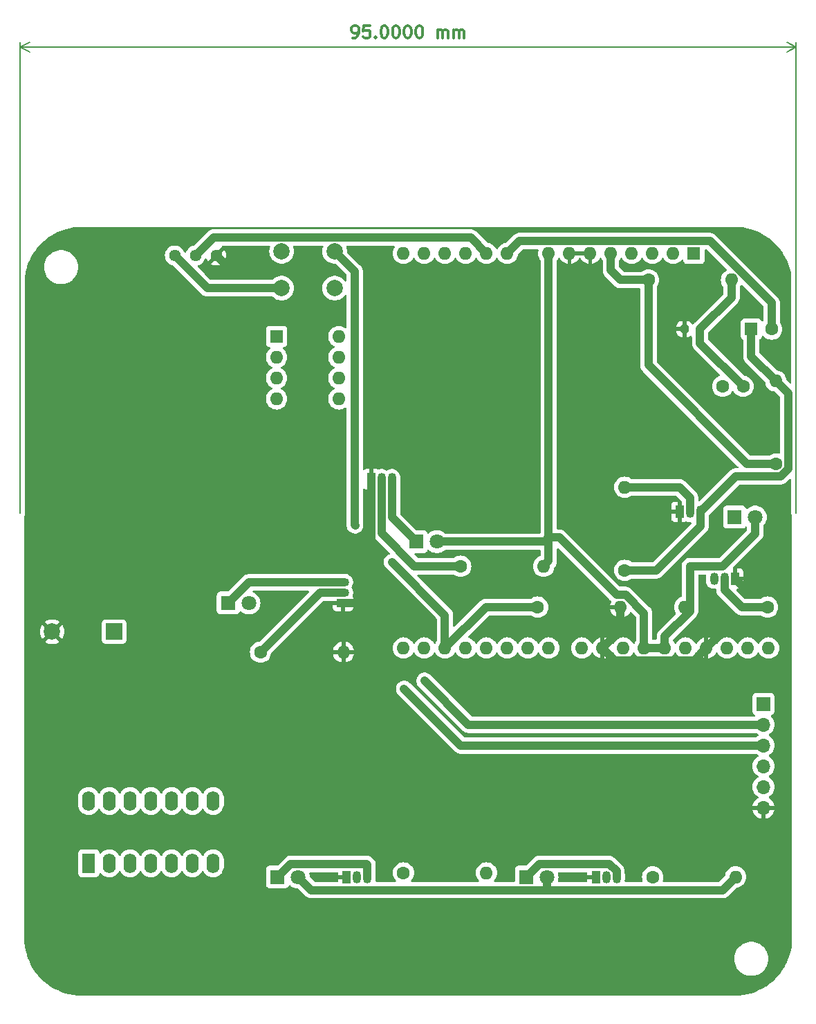
<source format=gbr>
%TF.GenerationSoftware,KiCad,Pcbnew,8.0.6*%
%TF.CreationDate,2025-03-20T16:43:12-06:00*%
%TF.ProjectId,Invitaci_nTDS_general,496e7669-7461-4636-99f3-6e5444535f67,rev?*%
%TF.SameCoordinates,Original*%
%TF.FileFunction,Copper,L1,Top*%
%TF.FilePolarity,Positive*%
%FSLAX46Y46*%
G04 Gerber Fmt 4.6, Leading zero omitted, Abs format (unit mm)*
G04 Created by KiCad (PCBNEW 8.0.6) date 2025-03-20 16:43:12*
%MOMM*%
%LPD*%
G01*
G04 APERTURE LIST*
G04 Aperture macros list*
%AMRoundRect*
0 Rectangle with rounded corners*
0 $1 Rounding radius*
0 $2 $3 $4 $5 $6 $7 $8 $9 X,Y pos of 4 corners*
0 Add a 4 corners polygon primitive as box body*
4,1,4,$2,$3,$4,$5,$6,$7,$8,$9,$2,$3,0*
0 Add four circle primitives for the rounded corners*
1,1,$1+$1,$2,$3*
1,1,$1+$1,$4,$5*
1,1,$1+$1,$6,$7*
1,1,$1+$1,$8,$9*
0 Add four rect primitives between the rounded corners*
20,1,$1+$1,$2,$3,$4,$5,0*
20,1,$1+$1,$4,$5,$6,$7,0*
20,1,$1+$1,$6,$7,$8,$9,0*
20,1,$1+$1,$8,$9,$2,$3,0*%
G04 Aperture macros list end*
%ADD10C,0.300000*%
%TA.AperFunction,NonConductor*%
%ADD11C,0.300000*%
%TD*%
%TA.AperFunction,NonConductor*%
%ADD12C,0.200000*%
%TD*%
%TA.AperFunction,ComponentPad*%
%ADD13C,1.600000*%
%TD*%
%TA.AperFunction,ComponentPad*%
%ADD14O,1.600000X1.600000*%
%TD*%
%TA.AperFunction,ComponentPad*%
%ADD15R,1.800000X1.800000*%
%TD*%
%TA.AperFunction,ComponentPad*%
%ADD16C,1.800000*%
%TD*%
%TA.AperFunction,ComponentPad*%
%ADD17RoundRect,0.250000X-0.250000X-0.250000X0.250000X-0.250000X0.250000X0.250000X-0.250000X0.250000X0*%
%TD*%
%TA.AperFunction,ComponentPad*%
%ADD18C,1.000000*%
%TD*%
%TA.AperFunction,ComponentPad*%
%ADD19R,1.050000X1.500000*%
%TD*%
%TA.AperFunction,ComponentPad*%
%ADD20O,1.050000X1.500000*%
%TD*%
%TA.AperFunction,ComponentPad*%
%ADD21R,1.500000X1.050000*%
%TD*%
%TA.AperFunction,ComponentPad*%
%ADD22O,1.500000X1.050000*%
%TD*%
%TA.AperFunction,ComponentPad*%
%ADD23R,1.600000X1.600000*%
%TD*%
%TA.AperFunction,ComponentPad*%
%ADD24R,1.600000X2.400000*%
%TD*%
%TA.AperFunction,ComponentPad*%
%ADD25O,1.600000X2.400000*%
%TD*%
%TA.AperFunction,ComponentPad*%
%ADD26C,1.440000*%
%TD*%
%TA.AperFunction,ComponentPad*%
%ADD27R,1.700000X1.700000*%
%TD*%
%TA.AperFunction,ComponentPad*%
%ADD28O,1.700000X1.700000*%
%TD*%
%TA.AperFunction,ComponentPad*%
%ADD29R,2.000000X2.000000*%
%TD*%
%TA.AperFunction,ComponentPad*%
%ADD30C,2.000000*%
%TD*%
%TA.AperFunction,ViaPad*%
%ADD31C,0.600000*%
%TD*%
%TA.AperFunction,Conductor*%
%ADD32C,1.000000*%
%TD*%
G04 APERTURE END LIST*
D10*
D11*
X105714287Y-27378328D02*
X106000001Y-27378328D01*
X106000001Y-27378328D02*
X106142858Y-27306900D01*
X106142858Y-27306900D02*
X106214287Y-27235471D01*
X106214287Y-27235471D02*
X106357144Y-27021185D01*
X106357144Y-27021185D02*
X106428573Y-26735471D01*
X106428573Y-26735471D02*
X106428573Y-26164042D01*
X106428573Y-26164042D02*
X106357144Y-26021185D01*
X106357144Y-26021185D02*
X106285716Y-25949757D01*
X106285716Y-25949757D02*
X106142858Y-25878328D01*
X106142858Y-25878328D02*
X105857144Y-25878328D01*
X105857144Y-25878328D02*
X105714287Y-25949757D01*
X105714287Y-25949757D02*
X105642858Y-26021185D01*
X105642858Y-26021185D02*
X105571430Y-26164042D01*
X105571430Y-26164042D02*
X105571430Y-26521185D01*
X105571430Y-26521185D02*
X105642858Y-26664042D01*
X105642858Y-26664042D02*
X105714287Y-26735471D01*
X105714287Y-26735471D02*
X105857144Y-26806900D01*
X105857144Y-26806900D02*
X106142858Y-26806900D01*
X106142858Y-26806900D02*
X106285716Y-26735471D01*
X106285716Y-26735471D02*
X106357144Y-26664042D01*
X106357144Y-26664042D02*
X106428573Y-26521185D01*
X107785715Y-25878328D02*
X107071429Y-25878328D01*
X107071429Y-25878328D02*
X107000001Y-26592614D01*
X107000001Y-26592614D02*
X107071429Y-26521185D01*
X107071429Y-26521185D02*
X107214287Y-26449757D01*
X107214287Y-26449757D02*
X107571429Y-26449757D01*
X107571429Y-26449757D02*
X107714287Y-26521185D01*
X107714287Y-26521185D02*
X107785715Y-26592614D01*
X107785715Y-26592614D02*
X107857144Y-26735471D01*
X107857144Y-26735471D02*
X107857144Y-27092614D01*
X107857144Y-27092614D02*
X107785715Y-27235471D01*
X107785715Y-27235471D02*
X107714287Y-27306900D01*
X107714287Y-27306900D02*
X107571429Y-27378328D01*
X107571429Y-27378328D02*
X107214287Y-27378328D01*
X107214287Y-27378328D02*
X107071429Y-27306900D01*
X107071429Y-27306900D02*
X107000001Y-27235471D01*
X108500000Y-27235471D02*
X108571429Y-27306900D01*
X108571429Y-27306900D02*
X108500000Y-27378328D01*
X108500000Y-27378328D02*
X108428572Y-27306900D01*
X108428572Y-27306900D02*
X108500000Y-27235471D01*
X108500000Y-27235471D02*
X108500000Y-27378328D01*
X109500001Y-25878328D02*
X109642858Y-25878328D01*
X109642858Y-25878328D02*
X109785715Y-25949757D01*
X109785715Y-25949757D02*
X109857144Y-26021185D01*
X109857144Y-26021185D02*
X109928572Y-26164042D01*
X109928572Y-26164042D02*
X110000001Y-26449757D01*
X110000001Y-26449757D02*
X110000001Y-26806900D01*
X110000001Y-26806900D02*
X109928572Y-27092614D01*
X109928572Y-27092614D02*
X109857144Y-27235471D01*
X109857144Y-27235471D02*
X109785715Y-27306900D01*
X109785715Y-27306900D02*
X109642858Y-27378328D01*
X109642858Y-27378328D02*
X109500001Y-27378328D01*
X109500001Y-27378328D02*
X109357144Y-27306900D01*
X109357144Y-27306900D02*
X109285715Y-27235471D01*
X109285715Y-27235471D02*
X109214286Y-27092614D01*
X109214286Y-27092614D02*
X109142858Y-26806900D01*
X109142858Y-26806900D02*
X109142858Y-26449757D01*
X109142858Y-26449757D02*
X109214286Y-26164042D01*
X109214286Y-26164042D02*
X109285715Y-26021185D01*
X109285715Y-26021185D02*
X109357144Y-25949757D01*
X109357144Y-25949757D02*
X109500001Y-25878328D01*
X110928572Y-25878328D02*
X111071429Y-25878328D01*
X111071429Y-25878328D02*
X111214286Y-25949757D01*
X111214286Y-25949757D02*
X111285715Y-26021185D01*
X111285715Y-26021185D02*
X111357143Y-26164042D01*
X111357143Y-26164042D02*
X111428572Y-26449757D01*
X111428572Y-26449757D02*
X111428572Y-26806900D01*
X111428572Y-26806900D02*
X111357143Y-27092614D01*
X111357143Y-27092614D02*
X111285715Y-27235471D01*
X111285715Y-27235471D02*
X111214286Y-27306900D01*
X111214286Y-27306900D02*
X111071429Y-27378328D01*
X111071429Y-27378328D02*
X110928572Y-27378328D01*
X110928572Y-27378328D02*
X110785715Y-27306900D01*
X110785715Y-27306900D02*
X110714286Y-27235471D01*
X110714286Y-27235471D02*
X110642857Y-27092614D01*
X110642857Y-27092614D02*
X110571429Y-26806900D01*
X110571429Y-26806900D02*
X110571429Y-26449757D01*
X110571429Y-26449757D02*
X110642857Y-26164042D01*
X110642857Y-26164042D02*
X110714286Y-26021185D01*
X110714286Y-26021185D02*
X110785715Y-25949757D01*
X110785715Y-25949757D02*
X110928572Y-25878328D01*
X112357143Y-25878328D02*
X112500000Y-25878328D01*
X112500000Y-25878328D02*
X112642857Y-25949757D01*
X112642857Y-25949757D02*
X112714286Y-26021185D01*
X112714286Y-26021185D02*
X112785714Y-26164042D01*
X112785714Y-26164042D02*
X112857143Y-26449757D01*
X112857143Y-26449757D02*
X112857143Y-26806900D01*
X112857143Y-26806900D02*
X112785714Y-27092614D01*
X112785714Y-27092614D02*
X112714286Y-27235471D01*
X112714286Y-27235471D02*
X112642857Y-27306900D01*
X112642857Y-27306900D02*
X112500000Y-27378328D01*
X112500000Y-27378328D02*
X112357143Y-27378328D01*
X112357143Y-27378328D02*
X112214286Y-27306900D01*
X112214286Y-27306900D02*
X112142857Y-27235471D01*
X112142857Y-27235471D02*
X112071428Y-27092614D01*
X112071428Y-27092614D02*
X112000000Y-26806900D01*
X112000000Y-26806900D02*
X112000000Y-26449757D01*
X112000000Y-26449757D02*
X112071428Y-26164042D01*
X112071428Y-26164042D02*
X112142857Y-26021185D01*
X112142857Y-26021185D02*
X112214286Y-25949757D01*
X112214286Y-25949757D02*
X112357143Y-25878328D01*
X113785714Y-25878328D02*
X113928571Y-25878328D01*
X113928571Y-25878328D02*
X114071428Y-25949757D01*
X114071428Y-25949757D02*
X114142857Y-26021185D01*
X114142857Y-26021185D02*
X114214285Y-26164042D01*
X114214285Y-26164042D02*
X114285714Y-26449757D01*
X114285714Y-26449757D02*
X114285714Y-26806900D01*
X114285714Y-26806900D02*
X114214285Y-27092614D01*
X114214285Y-27092614D02*
X114142857Y-27235471D01*
X114142857Y-27235471D02*
X114071428Y-27306900D01*
X114071428Y-27306900D02*
X113928571Y-27378328D01*
X113928571Y-27378328D02*
X113785714Y-27378328D01*
X113785714Y-27378328D02*
X113642857Y-27306900D01*
X113642857Y-27306900D02*
X113571428Y-27235471D01*
X113571428Y-27235471D02*
X113499999Y-27092614D01*
X113499999Y-27092614D02*
X113428571Y-26806900D01*
X113428571Y-26806900D02*
X113428571Y-26449757D01*
X113428571Y-26449757D02*
X113499999Y-26164042D01*
X113499999Y-26164042D02*
X113571428Y-26021185D01*
X113571428Y-26021185D02*
X113642857Y-25949757D01*
X113642857Y-25949757D02*
X113785714Y-25878328D01*
X116071427Y-27378328D02*
X116071427Y-26378328D01*
X116071427Y-26521185D02*
X116142856Y-26449757D01*
X116142856Y-26449757D02*
X116285713Y-26378328D01*
X116285713Y-26378328D02*
X116499999Y-26378328D01*
X116499999Y-26378328D02*
X116642856Y-26449757D01*
X116642856Y-26449757D02*
X116714285Y-26592614D01*
X116714285Y-26592614D02*
X116714285Y-27378328D01*
X116714285Y-26592614D02*
X116785713Y-26449757D01*
X116785713Y-26449757D02*
X116928570Y-26378328D01*
X116928570Y-26378328D02*
X117142856Y-26378328D01*
X117142856Y-26378328D02*
X117285713Y-26449757D01*
X117285713Y-26449757D02*
X117357142Y-26592614D01*
X117357142Y-26592614D02*
X117357142Y-27378328D01*
X118071427Y-27378328D02*
X118071427Y-26378328D01*
X118071427Y-26521185D02*
X118142856Y-26449757D01*
X118142856Y-26449757D02*
X118285713Y-26378328D01*
X118285713Y-26378328D02*
X118499999Y-26378328D01*
X118499999Y-26378328D02*
X118642856Y-26449757D01*
X118642856Y-26449757D02*
X118714285Y-26592614D01*
X118714285Y-26592614D02*
X118714285Y-27378328D01*
X118714285Y-26592614D02*
X118785713Y-26449757D01*
X118785713Y-26449757D02*
X118928570Y-26378328D01*
X118928570Y-26378328D02*
X119142856Y-26378328D01*
X119142856Y-26378328D02*
X119285713Y-26449757D01*
X119285713Y-26449757D02*
X119357142Y-26592614D01*
X119357142Y-26592614D02*
X119357142Y-27378328D01*
D12*
X65000000Y-85500000D02*
X65000000Y-27913580D01*
X160000000Y-85500000D02*
X160000000Y-27913580D01*
X65000000Y-28500000D02*
X160000000Y-28500000D01*
X65000000Y-28500000D02*
X160000000Y-28500000D01*
X65000000Y-28500000D02*
X66126504Y-27913579D01*
X65000000Y-28500000D02*
X66126504Y-29086421D01*
X160000000Y-28500000D02*
X158873496Y-29086421D01*
X160000000Y-28500000D02*
X158873496Y-27913579D01*
D13*
%TO.P,R1,1*%
%TO.N,Net-(Q1-B)*%
X94420000Y-102500000D03*
D14*
%TO.P,R1,2*%
%TO.N,GND*%
X104580000Y-102500000D03*
%TD*%
D15*
%TO.P,D4,1,K*%
%TO.N,Net-(D4-K)*%
X113460000Y-89000000D03*
D16*
%TO.P,D4,2,A*%
%TO.N,/LEDSchem/PinName*%
X116000000Y-89000000D03*
%TD*%
D13*
%TO.P,R9,1*%
%TO.N,Net-(A1-+5V)*%
X141920000Y-57000000D03*
D14*
%TO.P,R9,2*%
%TO.N,Net-(MK1-+)*%
X152080000Y-57000000D03*
%TD*%
D13*
%TO.P,R5,1*%
%TO.N,Net-(Q5-B)*%
X142420000Y-130000000D03*
D14*
%TO.P,R5,2*%
%TO.N,/LEDSchem/PinName*%
X152580000Y-130000000D03*
%TD*%
D13*
%TO.P,R10,1*%
%TO.N,Net-(A1-D2)*%
X128340000Y-97000000D03*
D14*
%TO.P,R10,2*%
%TO.N,GND*%
X138500000Y-97000000D03*
%TD*%
D17*
%TO.P,MK1,1,-*%
%TO.N,GND*%
X146332500Y-63000000D03*
D18*
%TO.P,MK1,2,+*%
%TO.N,Net-(MK1-+)*%
X148232500Y-63000000D03*
%TD*%
D19*
%TO.P,Q2,1,E*%
%TO.N,GND*%
X152500000Y-93500000D03*
D20*
%TO.P,Q2,2,B*%
%TO.N,Net-(Q2-B)*%
X151230000Y-93500000D03*
%TO.P,Q2,3,C*%
%TO.N,Net-(D2-K)*%
X149960000Y-93500000D03*
%TD*%
D21*
%TO.P,Q1,1,E*%
%TO.N,GND*%
X104500000Y-96500000D03*
D22*
%TO.P,Q1,2,B*%
%TO.N,Net-(Q1-B)*%
X104500000Y-95230000D03*
%TO.P,Q1,3,C*%
%TO.N,Net-(D1-K)*%
X104500000Y-93960000D03*
%TD*%
D13*
%TO.P,C1,1*%
%TO.N,Net-(Q7-B)*%
X151000000Y-70000000D03*
%TO.P,C1,2*%
%TO.N,Net-(MK1-+)*%
X153500000Y-70000000D03*
%TD*%
D23*
%TO.P,U1,1*%
%TO.N,unconnected-(U1-Pad1)*%
X96380000Y-63920000D03*
D14*
%TO.P,U1,2,-*%
%TO.N,unconnected-(U1A---Pad2)*%
X96380000Y-66460000D03*
%TO.P,U1,3,+*%
%TO.N,unconnected-(U1A-+-Pad3)*%
X96380000Y-69000000D03*
%TO.P,U1,4,V-*%
%TO.N,unconnected-(U1C-V--Pad4)*%
X96380000Y-71540000D03*
%TO.P,U1,5,+*%
%TO.N,unconnected-(U1B-+-Pad5)*%
X104000000Y-71540000D03*
%TO.P,U1,6,-*%
%TO.N,unconnected-(U1B---Pad6)*%
X104000000Y-69000000D03*
%TO.P,U1,7*%
%TO.N,unconnected-(U1-Pad7)*%
X104000000Y-66460000D03*
%TO.P,U1,8,V+*%
%TO.N,unconnected-(U1C-V+-Pad8)*%
X104000000Y-63920000D03*
%TD*%
D15*
%TO.P,D2,1,K*%
%TO.N,Net-(D2-K)*%
X152460000Y-86000000D03*
D16*
%TO.P,D2,2,A*%
%TO.N,/LEDSchem/PinName*%
X155000000Y-86000000D03*
%TD*%
D19*
%TO.P,Q7,1,E*%
%TO.N,GND*%
X145730000Y-85360000D03*
D20*
%TO.P,Q7,2,B*%
%TO.N,Net-(Q7-B)*%
X147000000Y-85360000D03*
%TO.P,Q7,3,C*%
%TO.N,Net-(Q7-C)*%
X148270000Y-85360000D03*
%TD*%
D15*
%TO.P,D1,1,K*%
%TO.N,Net-(D1-K)*%
X90460000Y-96500000D03*
D16*
%TO.P,D1,2,A*%
%TO.N,/LEDSchem/PinName*%
X93000000Y-96500000D03*
%TD*%
D24*
%TO.P,U2,1*%
%TO.N,unconnected-(U2-Pad1)*%
X73375000Y-128325000D03*
D25*
%TO.P,U2,2*%
%TO.N,unconnected-(U2-Pad2)*%
X75915000Y-128325000D03*
%TO.P,U2,3*%
%TO.N,unconnected-(U2-Pad3)*%
X78455000Y-128325000D03*
%TO.P,U2,4*%
%TO.N,unconnected-(U2-Pad4)*%
X80995000Y-128325000D03*
%TO.P,U2,5*%
%TO.N,unconnected-(U2-Pad5)*%
X83535000Y-128325000D03*
%TO.P,U2,6*%
%TO.N,unconnected-(U2-Pad6)*%
X86075000Y-128325000D03*
%TO.P,U2,7,GND*%
%TO.N,unconnected-(U2E-GND-Pad7)*%
X88615000Y-128325000D03*
%TO.P,U2,8*%
%TO.N,unconnected-(U2-Pad8)*%
X88615000Y-120705000D03*
%TO.P,U2,9*%
%TO.N,unconnected-(U2-Pad9)*%
X86075000Y-120705000D03*
%TO.P,U2,10*%
%TO.N,unconnected-(U2-Pad10)*%
X83535000Y-120705000D03*
%TO.P,U2,11*%
%TO.N,unconnected-(U2-Pad11)*%
X80995000Y-120705000D03*
%TO.P,U2,12*%
%TO.N,unconnected-(U2-Pad12)*%
X78455000Y-120705000D03*
%TO.P,U2,13*%
%TO.N,unconnected-(U2-Pad13)*%
X75915000Y-120705000D03*
%TO.P,U2,14,VCC*%
%TO.N,unconnected-(U2E-VCC-Pad14)*%
X73375000Y-120705000D03*
%TD*%
D15*
%TO.P,D3,1,K*%
%TO.N,Net-(D3-K)*%
X96500000Y-130000000D03*
D16*
%TO.P,D3,2,A*%
%TO.N,/LEDSchem/PinName*%
X99040000Y-130000000D03*
%TD*%
D26*
%TO.P,RV1,1,1*%
%TO.N,Net-(A1-+5V)*%
X83920000Y-54000000D03*
%TO.P,RV1,2,2*%
%TO.N,Net-(A1-A1)*%
X86460000Y-54000000D03*
%TO.P,RV1,3,3*%
%TO.N,GND*%
X89000000Y-54000000D03*
%TD*%
D19*
%TO.P,Q5,1,E*%
%TO.N,GND*%
X135460000Y-130000000D03*
D20*
%TO.P,Q5,2,B*%
%TO.N,Net-(Q5-B)*%
X136730000Y-130000000D03*
%TO.P,Q5,3,C*%
%TO.N,Net-(D5-K)*%
X138000000Y-130000000D03*
%TD*%
D27*
%TO.P,J2,1,Pin_1*%
%TO.N,unconnected-(J2-Pin_1-Pad1)*%
X156000000Y-108840000D03*
D28*
%TO.P,J2,2,Pin_2*%
%TO.N,Net-(A1-D1{slash}TX)*%
X156000000Y-111380000D03*
%TO.P,J2,3,Pin_3*%
%TO.N,Net-(A1-D0{slash}RX)*%
X156000000Y-113920000D03*
%TO.P,J2,4,Pin_4*%
%TO.N,Net-(A1-+5V)*%
X156000000Y-116460000D03*
%TO.P,J2,5,Pin_5*%
%TO.N,unconnected-(J2-Pin_5-Pad5)*%
X156000000Y-119000000D03*
%TO.P,J2,6,Pin_6*%
%TO.N,GND*%
X156000000Y-121540000D03*
%TD*%
D19*
%TO.P,Q3,1,E*%
%TO.N,GND*%
X104960000Y-130000000D03*
D20*
%TO.P,Q3,2,B*%
%TO.N,Net-(Q3-B)*%
X106230000Y-130000000D03*
%TO.P,Q3,3,C*%
%TO.N,Net-(D3-K)*%
X107500000Y-130000000D03*
%TD*%
D13*
%TO.P,R3,1*%
%TO.N,Net-(Q3-B)*%
X111920000Y-129500000D03*
D14*
%TO.P,R3,2*%
%TO.N,/LEDSchem2/PinName*%
X122080000Y-129500000D03*
%TD*%
D29*
%TO.P,BZ1,1,+*%
%TO.N,Net-(A1-D6)*%
X76500000Y-100000000D03*
D30*
%TO.P,BZ1,2,-*%
%TO.N,GND*%
X68900000Y-100000000D03*
%TD*%
%TO.P,SW1,1,1*%
%TO.N,Net-(A1-D2)*%
X97000000Y-53500000D03*
X103500000Y-53500000D03*
%TO.P,SW1,2,2*%
%TO.N,Net-(A1-+5V)*%
X97000000Y-58000000D03*
X103500000Y-58000000D03*
%TD*%
D13*
%TO.P,R7,1*%
%TO.N,Net-(A1-+5V)*%
X157500000Y-79500000D03*
D14*
%TO.P,R7,2*%
%TO.N,Net-(Q7-C)*%
X157500000Y-69340000D03*
%TD*%
D15*
%TO.P,D5,1,K*%
%TO.N,Net-(D5-K)*%
X126960000Y-130000000D03*
D16*
%TO.P,D5,2,A*%
%TO.N,/LEDSchem/PinName*%
X129500000Y-130000000D03*
%TD*%
D23*
%TO.P,C2,1*%
%TO.N,Net-(Q7-C)*%
X154500000Y-63000000D03*
D13*
%TO.P,C2,2*%
%TO.N,Net-(A1-A0)*%
X157000000Y-63000000D03*
%TD*%
%TO.P,R4,1*%
%TO.N,Net-(Q4-B)*%
X118920000Y-92000000D03*
D14*
%TO.P,R4,2*%
%TO.N,/LEDSchem/PinName*%
X129080000Y-92000000D03*
%TD*%
D19*
%TO.P,Q4,1,E*%
%TO.N,GND*%
X107960000Y-81360000D03*
D20*
%TO.P,Q4,2,B*%
%TO.N,Net-(Q4-B)*%
X109230000Y-81360000D03*
%TO.P,Q4,3,C*%
%TO.N,Net-(D4-K)*%
X110500000Y-81360000D03*
%TD*%
D13*
%TO.P,R8,1*%
%TO.N,Net-(Q7-C)*%
X139000000Y-92500000D03*
D14*
%TO.P,R8,2*%
%TO.N,Net-(Q7-B)*%
X139000000Y-82340000D03*
%TD*%
D13*
%TO.P,R2,1*%
%TO.N,Net-(Q2-B)*%
X156500000Y-97000000D03*
D14*
%TO.P,R2,2*%
%TO.N,/LEDSchem/PinName*%
X146340000Y-97000000D03*
%TD*%
%TO.P,A1,32,SCL/A5*%
%TO.N,unconnected-(A1-SCL{slash}A5-Pad32)*%
X156620000Y-102000000D03*
%TO.P,A1,31,SDA/A4*%
%TO.N,unconnected-(A1-SDA{slash}A4-Pad31)*%
X154080000Y-102000000D03*
%TO.P,A1,30,AREF*%
%TO.N,unconnected-(A1-AREF-Pad30)*%
X151540000Y-102000000D03*
%TO.P,A1,29,GND*%
%TO.N,GND*%
X149000000Y-102000000D03*
%TO.P,A1,28,D13*%
%TO.N,/LEDSchem5/PinName*%
X146460000Y-102000000D03*
%TO.P,A1,27,D12*%
%TO.N,/LEDSchem/PinName*%
X143920000Y-102000000D03*
%TO.P,A1,26,D11*%
X141380000Y-102000000D03*
%TO.P,A1,25,D10*%
%TO.N,/LEDSchem2/PinName*%
X138840000Y-102000000D03*
%TO.P,A1,24,D9*%
%TO.N,GND*%
X136300000Y-102000000D03*
%TO.P,A1,23,D8*%
%TO.N,/LEDSchem/PinName*%
X133760000Y-102000000D03*
%TO.P,A1,22,D7*%
%TO.N,unconnected-(A1-D7-Pad22)*%
X129700000Y-102000000D03*
%TO.P,A1,21,D6*%
%TO.N,Net-(A1-D6)*%
X127160000Y-102000000D03*
%TO.P,A1,20,D5*%
%TO.N,Net-(A1-D5)*%
X124620000Y-102000000D03*
%TO.P,A1,19,D4*%
%TO.N,unconnected-(A1-D4-Pad19)*%
X122080000Y-102000000D03*
%TO.P,A1,18,D3*%
%TO.N,unconnected-(A1-D3-Pad18)*%
X119540000Y-102000000D03*
%TO.P,A1,17,D2*%
%TO.N,Net-(A1-D2)*%
X117000000Y-102000000D03*
%TO.P,A1,16,D1/TX*%
%TO.N,Net-(A1-D1{slash}TX)*%
X114460000Y-102000000D03*
%TO.P,A1,15,D0/RX*%
%TO.N,Net-(A1-D0{slash}RX)*%
X111920000Y-102000000D03*
%TO.P,A1,14,SCL/A5*%
%TO.N,unconnected-(A1-SCL{slash}A5-Pad14)*%
X111920000Y-53740000D03*
%TO.P,A1,13,SDA/A4*%
%TO.N,unconnected-(A1-SDA{slash}A4-Pad13)*%
X114460000Y-53740000D03*
%TO.P,A1,12,A3*%
%TO.N,unconnected-(A1-A3-Pad12)*%
X117000000Y-53740000D03*
%TO.P,A1,11,A2*%
%TO.N,unconnected-(A1-A2-Pad11)*%
X119540000Y-53740000D03*
%TO.P,A1,10,A1*%
%TO.N,Net-(A1-A1)*%
X122080000Y-53740000D03*
%TO.P,A1,9,A0*%
%TO.N,Net-(A1-A0)*%
X124620000Y-53740000D03*
%TO.P,A1,8,VIN*%
%TO.N,/LEDSchem/PinName*%
X129700000Y-53740000D03*
%TO.P,A1,7,GND*%
%TO.N,GND*%
X132240000Y-53740000D03*
%TO.P,A1,6,GND*%
X134780000Y-53740000D03*
%TO.P,A1,5,+5V*%
%TO.N,Net-(A1-+5V)*%
X137320000Y-53740000D03*
%TO.P,A1,4,3V3*%
%TO.N,Net-(A1-3V3)*%
X139860000Y-53740000D03*
%TO.P,A1,3,~{RESET}*%
%TO.N,Net-(A1-~{RESET})*%
X142400000Y-53740000D03*
%TO.P,A1,2,IOREF*%
%TO.N,Net-(A1-IOREF)*%
X144940000Y-53740000D03*
D23*
%TO.P,A1,1,NC*%
%TO.N,unconnected-(A1-NC-Pad1)*%
X147480000Y-53740000D03*
%TD*%
D31*
%TO.N,GND*%
X152000000Y-99000000D03*
X155500000Y-95500000D03*
X93500000Y-56000000D03*
%TO.N,Net-(A1-D1{slash}TX)*%
X114500000Y-106000000D03*
%TO.N,Net-(A1-D2)*%
X106000000Y-87000000D03*
X110500000Y-91500000D03*
%TO.N,Net-(A1-D0{slash}RX)*%
X112000000Y-107000000D03*
%TD*%
D32*
%TO.N,/LEDSchem/PinName*%
X129200000Y-89000000D02*
X116000000Y-89000000D01*
X129700000Y-88500000D02*
X129200000Y-89000000D01*
X139121321Y-95500000D02*
X141380000Y-97758679D01*
X138000000Y-95500000D02*
X139121321Y-95500000D01*
X131000000Y-88500000D02*
X138000000Y-95500000D01*
X141380000Y-97758679D02*
X141380000Y-102000000D01*
X129700000Y-88500000D02*
X131000000Y-88500000D01*
X129700000Y-91380000D02*
X129080000Y-92000000D01*
X129700000Y-53740000D02*
X129700000Y-91380000D01*
%TO.N,Net-(A1-+5V)*%
X141920000Y-67420000D02*
X154000000Y-79500000D01*
X87920000Y-58000000D02*
X83920000Y-54000000D01*
X138500000Y-57000000D02*
X137320000Y-55820000D01*
X97000000Y-58000000D02*
X87920000Y-58000000D01*
X141920000Y-57000000D02*
X141920000Y-67420000D01*
X141920000Y-57000000D02*
X138500000Y-57000000D01*
X154000000Y-79500000D02*
X157500000Y-79500000D01*
X137320000Y-55820000D02*
X137320000Y-53740000D01*
%TO.N,GND*%
X137800000Y-103500000D02*
X147500000Y-103500000D01*
X138500000Y-99800000D02*
X136300000Y-102000000D01*
X155500000Y-95500000D02*
X154500000Y-95500000D01*
X107960000Y-94790000D02*
X106250000Y-96500000D01*
X93500000Y-56000000D02*
X91000000Y-56000000D01*
X106250000Y-96500000D02*
X104500000Y-96500000D01*
X104500000Y-102420000D02*
X104580000Y-102500000D01*
X147500000Y-103500000D02*
X149000000Y-102000000D01*
X136300000Y-102000000D02*
X137800000Y-103500000D01*
X91000000Y-56000000D02*
X89000000Y-54000000D01*
X154500000Y-95500000D02*
X152500000Y-93500000D01*
X149000000Y-102000000D02*
X152000000Y-99000000D01*
X107960000Y-81360000D02*
X107960000Y-94790000D01*
X138500000Y-97000000D02*
X138500000Y-99800000D01*
%TO.N,Net-(A1-A0)*%
X157000000Y-63000000D02*
X157000000Y-59798679D01*
X126120000Y-52240000D02*
X124620000Y-53740000D01*
X149441321Y-52240000D02*
X126120000Y-52240000D01*
X157000000Y-59798679D02*
X149441321Y-52240000D01*
%TO.N,Net-(A1-D1{slash}TX)*%
X156000000Y-111380000D02*
X119880000Y-111380000D01*
X119880000Y-111380000D02*
X114500000Y-106000000D01*
%TO.N,/LEDSchem/PinName*%
X143920000Y-102000000D02*
X143920000Y-100580000D01*
X147000000Y-97500000D02*
X147000000Y-92000000D01*
X99040000Y-130000000D02*
X100640000Y-131600000D01*
X150980000Y-131600000D02*
X129400000Y-131600000D01*
X155000000Y-88000000D02*
X155000000Y-86000000D01*
X151000000Y-92000000D02*
X155000000Y-88000000D01*
X129400000Y-131600000D02*
X129500000Y-131500000D01*
X141380000Y-102000000D02*
X143920000Y-102000000D01*
X100640000Y-131600000D02*
X129400000Y-131600000D01*
X147000000Y-97500000D02*
X146500000Y-97000000D01*
X147000000Y-92000000D02*
X151000000Y-92000000D01*
X129500000Y-131500000D02*
X129500000Y-130000000D01*
X152580000Y-130000000D02*
X150980000Y-131600000D01*
X146500000Y-97000000D02*
X146340000Y-97000000D01*
X143920000Y-100580000D02*
X147000000Y-97500000D01*
%TO.N,Net-(A1-A1)*%
X120140000Y-51800000D02*
X122080000Y-53740000D01*
X88660000Y-51800000D02*
X120140000Y-51800000D01*
X86460000Y-54000000D02*
X88660000Y-51800000D01*
%TO.N,Net-(A1-D2)*%
X105950000Y-86950000D02*
X106000000Y-87000000D01*
X103500000Y-53500000D02*
X105950000Y-55950000D01*
X110500000Y-91500000D02*
X117000000Y-98000000D01*
X117000000Y-98000000D02*
X117000000Y-102000000D01*
X122000000Y-97000000D02*
X117000000Y-102000000D01*
X105950000Y-55950000D02*
X105950000Y-86950000D01*
X128340000Y-97000000D02*
X122000000Y-97000000D01*
%TO.N,Net-(A1-D0{slash}RX)*%
X156000000Y-113920000D02*
X118920000Y-113920000D01*
X118920000Y-113920000D02*
X112000000Y-107000000D01*
%TO.N,Net-(Q7-B)*%
X147000000Y-83610000D02*
X147000000Y-85360000D01*
X145730000Y-82340000D02*
X147000000Y-83610000D01*
X139000000Y-82340000D02*
X145730000Y-82340000D01*
%TO.N,Net-(MK1-+)*%
X148232500Y-63000000D02*
X148232500Y-64732500D01*
X148232500Y-64732500D02*
X153500000Y-70000000D01*
X152080000Y-59152500D02*
X148232500Y-63000000D01*
X152080000Y-57000000D02*
X152080000Y-59152500D01*
%TO.N,Net-(Q7-C)*%
X159000000Y-80121321D02*
X159000000Y-70840000D01*
X154500000Y-66340000D02*
X157500000Y-69340000D01*
X154500000Y-63000000D02*
X154500000Y-66340000D01*
X159000000Y-70840000D02*
X157500000Y-69340000D01*
X142880000Y-92500000D02*
X148270000Y-87110000D01*
X158121321Y-81000000D02*
X159000000Y-80121321D01*
X152630000Y-81000000D02*
X158121321Y-81000000D01*
X148270000Y-87110000D02*
X148270000Y-85360000D01*
X148270000Y-85360000D02*
X152630000Y-81000000D01*
X139000000Y-92500000D02*
X142880000Y-92500000D01*
%TO.N,Net-(D1-K)*%
X93000000Y-93960000D02*
X90460000Y-96500000D01*
X104500000Y-93960000D02*
X93000000Y-93960000D01*
%TO.N,Net-(D3-K)*%
X96500000Y-130000000D02*
X98100000Y-128400000D01*
X107400000Y-128400000D02*
X107500000Y-128500000D01*
X98100000Y-128400000D02*
X107400000Y-128400000D01*
X107500000Y-128500000D02*
X107500000Y-130000000D01*
%TO.N,Net-(D4-K)*%
X110500000Y-86040000D02*
X110500000Y-81360000D01*
X113460000Y-89000000D02*
X110500000Y-86040000D01*
%TO.N,Net-(D5-K)*%
X138000000Y-129312588D02*
X138000000Y-130000000D01*
X126960000Y-130000000D02*
X128560000Y-128400000D01*
X128560000Y-128400000D02*
X137087412Y-128400000D01*
X137087412Y-128400000D02*
X138000000Y-129312588D01*
%TO.N,Net-(Q1-B)*%
X101690000Y-95230000D02*
X94420000Y-102500000D01*
X104500000Y-95230000D02*
X101690000Y-95230000D01*
%TO.N,Net-(Q2-B)*%
X151230000Y-93500000D02*
X151230000Y-94905000D01*
X153325000Y-97000000D02*
X156500000Y-97000000D01*
X151230000Y-94905000D02*
X153325000Y-97000000D01*
%TO.N,Net-(Q4-B)*%
X113260000Y-92000000D02*
X109230000Y-87970000D01*
X109230000Y-87970000D02*
X109230000Y-81360000D01*
X118920000Y-92000000D02*
X113260000Y-92000000D01*
%TD*%
%TA.AperFunction,Conductor*%
%TO.N,GND*%
G36*
X103878039Y-129420185D02*
G01*
X103923794Y-129472989D01*
X103935000Y-129524500D01*
X103935000Y-129750000D01*
X104679670Y-129750000D01*
X104659925Y-129769745D01*
X104610556Y-129855255D01*
X104585000Y-129950630D01*
X104585000Y-130049370D01*
X104610556Y-130144745D01*
X104659925Y-130230255D01*
X104679670Y-130250000D01*
X103935000Y-130250000D01*
X103935000Y-130475500D01*
X103915315Y-130542539D01*
X103862511Y-130588294D01*
X103811000Y-130599500D01*
X101105783Y-130599500D01*
X101038744Y-130579815D01*
X101018102Y-130563181D01*
X100476572Y-130021652D01*
X100443087Y-129960329D01*
X100440677Y-129944218D01*
X100426134Y-129768695D01*
X100372003Y-129554938D01*
X100374628Y-129485120D01*
X100414584Y-129427803D01*
X100479185Y-129401186D01*
X100492209Y-129400500D01*
X103811000Y-129400500D01*
X103878039Y-129420185D01*
G37*
%TD.AperFunction*%
%TA.AperFunction,Conductor*%
G36*
X134378039Y-129420185D02*
G01*
X134423794Y-129472989D01*
X134435000Y-129524500D01*
X134435000Y-129750000D01*
X135179670Y-129750000D01*
X135159925Y-129769745D01*
X135110556Y-129855255D01*
X135085000Y-129950630D01*
X135085000Y-130049370D01*
X135110556Y-130144745D01*
X135159925Y-130230255D01*
X135179670Y-130250000D01*
X134435000Y-130250000D01*
X134435000Y-130475500D01*
X134415315Y-130542539D01*
X134362511Y-130588294D01*
X134311000Y-130599500D01*
X130952209Y-130599500D01*
X130885170Y-130579815D01*
X130839415Y-130527011D01*
X130829471Y-130457853D01*
X130832004Y-130445059D01*
X130886131Y-130231317D01*
X130886131Y-130231316D01*
X130886134Y-130231305D01*
X130886516Y-130226697D01*
X130905300Y-130000006D01*
X130905300Y-129999993D01*
X130886135Y-129768702D01*
X130886133Y-129768694D01*
X130875499Y-129726697D01*
X130832004Y-129554941D01*
X130834628Y-129485120D01*
X130874584Y-129427803D01*
X130939185Y-129401186D01*
X130952209Y-129400500D01*
X134311000Y-129400500D01*
X134378039Y-129420185D01*
G37*
%TD.AperFunction*%
%TA.AperFunction,Conductor*%
G36*
X152502211Y-50500578D02*
G01*
X152994924Y-50518176D01*
X153003717Y-50518804D01*
X153491755Y-50571274D01*
X153500471Y-50572527D01*
X153983520Y-50659679D01*
X153992128Y-50661552D01*
X154467713Y-50782938D01*
X154476177Y-50785423D01*
X154941866Y-50940419D01*
X154950160Y-50943512D01*
X155403602Y-51131335D01*
X155411653Y-51135012D01*
X155697200Y-51277946D01*
X155850551Y-51354708D01*
X155858287Y-51358931D01*
X156280432Y-51609401D01*
X156287842Y-51614164D01*
X156535063Y-51785813D01*
X156691001Y-51894083D01*
X156698087Y-51899387D01*
X156895443Y-52058426D01*
X157080257Y-52207358D01*
X157086940Y-52213149D01*
X157446152Y-52547588D01*
X157452411Y-52553847D01*
X157720596Y-52841898D01*
X157786850Y-52913059D01*
X157792647Y-52919749D01*
X158100612Y-53301912D01*
X158105916Y-53308998D01*
X158247775Y-53513313D01*
X158363452Y-53679920D01*
X158385827Y-53712145D01*
X158390602Y-53719574D01*
X158641062Y-54141703D01*
X158645294Y-54149453D01*
X158864987Y-54588346D01*
X158868664Y-54596397D01*
X159056487Y-55049839D01*
X159059580Y-55058133D01*
X159214571Y-55523807D01*
X159217065Y-55532300D01*
X159338442Y-56007851D01*
X159340324Y-56016500D01*
X159397530Y-56333570D01*
X159399500Y-56355587D01*
X159399500Y-69525217D01*
X159379815Y-69592256D01*
X159327011Y-69638011D01*
X159257853Y-69647955D01*
X159194297Y-69618930D01*
X159187819Y-69612898D01*
X158826887Y-69251966D01*
X158793402Y-69190643D01*
X158791040Y-69175092D01*
X158785635Y-69113313D01*
X158785635Y-69113308D01*
X158726739Y-68893504D01*
X158630568Y-68687266D01*
X158500047Y-68500861D01*
X158500045Y-68500858D01*
X158339141Y-68339954D01*
X158152734Y-68209432D01*
X158152732Y-68209431D01*
X157946497Y-68113261D01*
X157946488Y-68113258D01*
X157726697Y-68054366D01*
X157726688Y-68054364D01*
X157664903Y-68048958D01*
X157599835Y-68023504D01*
X157588032Y-68013111D01*
X155536819Y-65961898D01*
X155503334Y-65900575D01*
X155500500Y-65874217D01*
X155500500Y-64337180D01*
X155520185Y-64270141D01*
X155550187Y-64237914D01*
X155657546Y-64157546D01*
X155743796Y-64042331D01*
X155794091Y-63907483D01*
X155794092Y-63907472D01*
X155795365Y-63902088D01*
X155829933Y-63841369D01*
X155891841Y-63808978D01*
X155961433Y-63815199D01*
X156003725Y-63842912D01*
X156160858Y-64000045D01*
X156160861Y-64000047D01*
X156347266Y-64130568D01*
X156553504Y-64226739D01*
X156773308Y-64285635D01*
X156935230Y-64299801D01*
X156999998Y-64305468D01*
X157000000Y-64305468D01*
X157000002Y-64305468D01*
X157056673Y-64300509D01*
X157226692Y-64285635D01*
X157446496Y-64226739D01*
X157652734Y-64130568D01*
X157839139Y-64000047D01*
X158000047Y-63839139D01*
X158130568Y-63652734D01*
X158226739Y-63446496D01*
X158285635Y-63226692D01*
X158305468Y-63000000D01*
X158285635Y-62773308D01*
X158226739Y-62553504D01*
X158130568Y-62347266D01*
X158022924Y-62193532D01*
X158000597Y-62127326D01*
X158000500Y-62122410D01*
X158000500Y-59700135D01*
X158000499Y-59700133D01*
X157962053Y-59506854D01*
X157962052Y-59506853D01*
X157962051Y-59506844D01*
X157959423Y-59500500D01*
X157909025Y-59378828D01*
X157886632Y-59324765D01*
X157777139Y-59160897D01*
X157637782Y-59021540D01*
X157637781Y-59021539D01*
X150225529Y-51609288D01*
X150225527Y-51609285D01*
X150225527Y-51609286D01*
X150218460Y-51602219D01*
X150218460Y-51602218D01*
X150079103Y-51462861D01*
X150079102Y-51462860D01*
X150079101Y-51462859D01*
X149915241Y-51353371D01*
X149915232Y-51353366D01*
X149842636Y-51323296D01*
X149786486Y-51300038D01*
X149733157Y-51277949D01*
X149733153Y-51277948D01*
X149733149Y-51277946D01*
X149636509Y-51258724D01*
X149539865Y-51239500D01*
X149539862Y-51239500D01*
X126218540Y-51239500D01*
X126021459Y-51239500D01*
X126021456Y-51239500D01*
X125828171Y-51277946D01*
X125828167Y-51277948D01*
X125828165Y-51277948D01*
X125828164Y-51277949D01*
X125752745Y-51309188D01*
X125752743Y-51309189D01*
X125646089Y-51353366D01*
X125646079Y-51353371D01*
X125482218Y-51462860D01*
X125482214Y-51462863D01*
X124531966Y-52413111D01*
X124470643Y-52446596D01*
X124455095Y-52448958D01*
X124393307Y-52454365D01*
X124173511Y-52513258D01*
X124173502Y-52513261D01*
X123967267Y-52609431D01*
X123967265Y-52609432D01*
X123780858Y-52739954D01*
X123619954Y-52900858D01*
X123489432Y-53087265D01*
X123489431Y-53087267D01*
X123462382Y-53145275D01*
X123416209Y-53197714D01*
X123349016Y-53216866D01*
X123282135Y-53196650D01*
X123237618Y-53145275D01*
X123210568Y-53087266D01*
X123080047Y-52900861D01*
X123080045Y-52900858D01*
X122919141Y-52739954D01*
X122732734Y-52609432D01*
X122732732Y-52609431D01*
X122526497Y-52513261D01*
X122526488Y-52513258D01*
X122306697Y-52454366D01*
X122306688Y-52454364D01*
X122244903Y-52448958D01*
X122179835Y-52423504D01*
X122168032Y-52413111D01*
X120924209Y-51169289D01*
X120924206Y-51169285D01*
X120924206Y-51169286D01*
X120917139Y-51162219D01*
X120917139Y-51162218D01*
X120777782Y-51022861D01*
X120777781Y-51022860D01*
X120777780Y-51022859D01*
X120613920Y-50913371D01*
X120613911Y-50913366D01*
X120530683Y-50878892D01*
X120485165Y-50860038D01*
X120458500Y-50848993D01*
X120431837Y-50837949D01*
X120431833Y-50837947D01*
X120272334Y-50806222D01*
X120272333Y-50806221D01*
X120255437Y-50802861D01*
X120238542Y-50799500D01*
X120238541Y-50799500D01*
X88561459Y-50799500D01*
X88561458Y-50799500D01*
X88544562Y-50802861D01*
X88527666Y-50806222D01*
X88527665Y-50806222D01*
X88368167Y-50837947D01*
X88368159Y-50837950D01*
X88314834Y-50860037D01*
X88314834Y-50860038D01*
X88269315Y-50878892D01*
X88186089Y-50913366D01*
X88186079Y-50913371D01*
X88022219Y-51022859D01*
X87952540Y-51092538D01*
X87882861Y-51162218D01*
X87882858Y-51162221D01*
X86276723Y-52768355D01*
X86221135Y-52800449D01*
X86040977Y-52848721D01*
X86040968Y-52848725D01*
X85847421Y-52938977D01*
X85672478Y-53061472D01*
X85521472Y-53212478D01*
X85398977Y-53387421D01*
X85308725Y-53580968D01*
X85306870Y-53586064D01*
X85304749Y-53585292D01*
X85273406Y-53636710D01*
X85210558Y-53667237D01*
X85141183Y-53658939D01*
X85087307Y-53614452D01*
X85074169Y-53585685D01*
X85073130Y-53586064D01*
X85071279Y-53580983D01*
X85071276Y-53580970D01*
X84981021Y-53387419D01*
X84858529Y-53212481D01*
X84858527Y-53212478D01*
X84707521Y-53061472D01*
X84532578Y-52938977D01*
X84532579Y-52938977D01*
X84391066Y-52872989D01*
X84339030Y-52848724D01*
X84339026Y-52848723D01*
X84339022Y-52848721D01*
X84132752Y-52793452D01*
X84132748Y-52793451D01*
X84132747Y-52793451D01*
X84132746Y-52793450D01*
X84132741Y-52793450D01*
X83920002Y-52774838D01*
X83919998Y-52774838D01*
X83707258Y-52793450D01*
X83707247Y-52793452D01*
X83500977Y-52848721D01*
X83500968Y-52848725D01*
X83307421Y-52938977D01*
X83132478Y-53061472D01*
X82981472Y-53212478D01*
X82858977Y-53387421D01*
X82768725Y-53580968D01*
X82768721Y-53580977D01*
X82713452Y-53787247D01*
X82713450Y-53787258D01*
X82694838Y-53999998D01*
X82694838Y-54000001D01*
X82713450Y-54212741D01*
X82713452Y-54212752D01*
X82768721Y-54419022D01*
X82768723Y-54419026D01*
X82768724Y-54419030D01*
X82771408Y-54424785D01*
X82858977Y-54612578D01*
X82981472Y-54787521D01*
X83132478Y-54938527D01*
X83132481Y-54938529D01*
X83307419Y-55061021D01*
X83307421Y-55061022D01*
X83307420Y-55061022D01*
X83371936Y-55091106D01*
X83500970Y-55151276D01*
X83681137Y-55199551D01*
X83736724Y-55231644D01*
X87142860Y-58637781D01*
X87142861Y-58637782D01*
X87221685Y-58716606D01*
X87282219Y-58777140D01*
X87446079Y-58886628D01*
X87446092Y-58886635D01*
X87574833Y-58939961D01*
X87617744Y-58957735D01*
X87628164Y-58962051D01*
X87724812Y-58981275D01*
X87773135Y-58990887D01*
X87821458Y-59000500D01*
X87821459Y-59000500D01*
X87821460Y-59000500D01*
X88018540Y-59000500D01*
X95827145Y-59000500D01*
X95894184Y-59020185D01*
X95918374Y-59040517D01*
X95980252Y-59107734D01*
X95980256Y-59107738D01*
X96176491Y-59260474D01*
X96395190Y-59378828D01*
X96630386Y-59459571D01*
X96875665Y-59500500D01*
X97124335Y-59500500D01*
X97369614Y-59459571D01*
X97604810Y-59378828D01*
X97823509Y-59260474D01*
X98019744Y-59107738D01*
X98188164Y-58924785D01*
X98324173Y-58716607D01*
X98424063Y-58488881D01*
X98485108Y-58247821D01*
X98499595Y-58072989D01*
X98505643Y-58000005D01*
X98505643Y-57999994D01*
X98485109Y-57752187D01*
X98485107Y-57752175D01*
X98424063Y-57511118D01*
X98324173Y-57283393D01*
X98188166Y-57075217D01*
X98166557Y-57051744D01*
X98019744Y-56892262D01*
X97823509Y-56739526D01*
X97823507Y-56739525D01*
X97823506Y-56739524D01*
X97604811Y-56621172D01*
X97604802Y-56621169D01*
X97369616Y-56540429D01*
X97124335Y-56499500D01*
X96875665Y-56499500D01*
X96630383Y-56540429D01*
X96395197Y-56621169D01*
X96395188Y-56621172D01*
X96176493Y-56739524D01*
X95980255Y-56892262D01*
X95980252Y-56892265D01*
X95918374Y-56959483D01*
X95858487Y-56995474D01*
X95827145Y-56999500D01*
X88385783Y-56999500D01*
X88318744Y-56979815D01*
X88298102Y-56963181D01*
X87585044Y-56250123D01*
X86721078Y-55386158D01*
X86687594Y-55324836D01*
X86692578Y-55255144D01*
X86734450Y-55199211D01*
X86776665Y-55178704D01*
X86844685Y-55160478D01*
X86879020Y-55151279D01*
X86879021Y-55151278D01*
X86879030Y-55151276D01*
X87072581Y-55061021D01*
X87247519Y-54938529D01*
X87398529Y-54787519D01*
X87521021Y-54612581D01*
X87611276Y-54419030D01*
X87611280Y-54419013D01*
X87613130Y-54413936D01*
X87614983Y-54414610D01*
X87646837Y-54362336D01*
X87709680Y-54331799D01*
X87779057Y-54340084D01*
X87832940Y-54384563D01*
X87846428Y-54414096D01*
X87847342Y-54413764D01*
X87849197Y-54418859D01*
X87939413Y-54612329D01*
X87978415Y-54668030D01*
X88600000Y-54046446D01*
X88600000Y-54052661D01*
X88627259Y-54154394D01*
X88679920Y-54245606D01*
X88754394Y-54320080D01*
X88845606Y-54372741D01*
X88947339Y-54400000D01*
X88953553Y-54400000D01*
X88331968Y-55021584D01*
X88387663Y-55060582D01*
X88387669Y-55060586D01*
X88581140Y-55150802D01*
X88581146Y-55150805D01*
X88787337Y-55206054D01*
X88787345Y-55206055D01*
X88999998Y-55224660D01*
X89000002Y-55224660D01*
X89212654Y-55206055D01*
X89212662Y-55206054D01*
X89418853Y-55150805D01*
X89418864Y-55150801D01*
X89612325Y-55060589D01*
X89668030Y-55021583D01*
X89046448Y-54400000D01*
X89052661Y-54400000D01*
X89154394Y-54372741D01*
X89245606Y-54320080D01*
X89320080Y-54245606D01*
X89372741Y-54154394D01*
X89400000Y-54052661D01*
X89400000Y-54046446D01*
X90021583Y-54668029D01*
X90060589Y-54612325D01*
X90150801Y-54418864D01*
X90150805Y-54418853D01*
X90206054Y-54212662D01*
X90206055Y-54212654D01*
X90224660Y-54000002D01*
X90224660Y-53999997D01*
X90206055Y-53787345D01*
X90206054Y-53787337D01*
X90150805Y-53581146D01*
X90150802Y-53581140D01*
X90060586Y-53387669D01*
X90060582Y-53387663D01*
X90021584Y-53331968D01*
X89400000Y-53953552D01*
X89400000Y-53947339D01*
X89372741Y-53845606D01*
X89320080Y-53754394D01*
X89245606Y-53679920D01*
X89154394Y-53627259D01*
X89052661Y-53600000D01*
X89046447Y-53600000D01*
X89668030Y-52978415D01*
X89664259Y-52935307D01*
X89678026Y-52866807D01*
X89726641Y-52816624D01*
X89787787Y-52800500D01*
X95478527Y-52800500D01*
X95545566Y-52820185D01*
X95591321Y-52872989D01*
X95601265Y-52942147D01*
X95592083Y-52974307D01*
X95582734Y-52995623D01*
X95575936Y-53011121D01*
X95514892Y-53252175D01*
X95514890Y-53252187D01*
X95494357Y-53499994D01*
X95494357Y-53500005D01*
X95514890Y-53747812D01*
X95514892Y-53747824D01*
X95575936Y-53988881D01*
X95675826Y-54216606D01*
X95811833Y-54424782D01*
X95811836Y-54424785D01*
X95980256Y-54607738D01*
X96176491Y-54760474D01*
X96395190Y-54878828D01*
X96630386Y-54959571D01*
X96875665Y-55000500D01*
X97124335Y-55000500D01*
X97369614Y-54959571D01*
X97604810Y-54878828D01*
X97823509Y-54760474D01*
X98019744Y-54607738D01*
X98188164Y-54424785D01*
X98324173Y-54216607D01*
X98424063Y-53988881D01*
X98485108Y-53747821D01*
X98488064Y-53712145D01*
X98505643Y-53500005D01*
X98505643Y-53499994D01*
X98485109Y-53252187D01*
X98485107Y-53252175D01*
X98475054Y-53212478D01*
X98424063Y-53011119D01*
X98407916Y-52974309D01*
X98399014Y-52905011D01*
X98428991Y-52841898D01*
X98488330Y-52805011D01*
X98521473Y-52800500D01*
X101978527Y-52800500D01*
X102045566Y-52820185D01*
X102091321Y-52872989D01*
X102101265Y-52942147D01*
X102092083Y-52974307D01*
X102082734Y-52995623D01*
X102075936Y-53011121D01*
X102014892Y-53252175D01*
X102014890Y-53252187D01*
X101994357Y-53499994D01*
X101994357Y-53500005D01*
X102014890Y-53747812D01*
X102014892Y-53747824D01*
X102075936Y-53988881D01*
X102175826Y-54216606D01*
X102311833Y-54424782D01*
X102311836Y-54424785D01*
X102480256Y-54607738D01*
X102676491Y-54760474D01*
X102895190Y-54878828D01*
X103130386Y-54959571D01*
X103375665Y-55000500D01*
X103534218Y-55000500D01*
X103601257Y-55020185D01*
X103621899Y-55036819D01*
X104913181Y-56328101D01*
X104946666Y-56389424D01*
X104949500Y-56415782D01*
X104949500Y-57058710D01*
X104929815Y-57125749D01*
X104877011Y-57171504D01*
X104807853Y-57181448D01*
X104744297Y-57152423D01*
X104721692Y-57126532D01*
X104688167Y-57075218D01*
X104657708Y-57042131D01*
X104519744Y-56892262D01*
X104323509Y-56739526D01*
X104323507Y-56739525D01*
X104323506Y-56739524D01*
X104104811Y-56621172D01*
X104104802Y-56621169D01*
X103869616Y-56540429D01*
X103624335Y-56499500D01*
X103375665Y-56499500D01*
X103130383Y-56540429D01*
X102895197Y-56621169D01*
X102895188Y-56621172D01*
X102676493Y-56739524D01*
X102480257Y-56892261D01*
X102311833Y-57075217D01*
X102175826Y-57283393D01*
X102075936Y-57511118D01*
X102014892Y-57752175D01*
X102014890Y-57752187D01*
X101994357Y-57999994D01*
X101994357Y-58000005D01*
X102014890Y-58247812D01*
X102014892Y-58247824D01*
X102075936Y-58488881D01*
X102175826Y-58716606D01*
X102311833Y-58924782D01*
X102311836Y-58924785D01*
X102480256Y-59107738D01*
X102676491Y-59260474D01*
X102895190Y-59378828D01*
X103130386Y-59459571D01*
X103375665Y-59500500D01*
X103624335Y-59500500D01*
X103869614Y-59459571D01*
X104104810Y-59378828D01*
X104323509Y-59260474D01*
X104519744Y-59107738D01*
X104688164Y-58924785D01*
X104721691Y-58873468D01*
X104774837Y-58828111D01*
X104844068Y-58818687D01*
X104907404Y-58848188D01*
X104944736Y-58907249D01*
X104949500Y-58941289D01*
X104949500Y-62759027D01*
X104929815Y-62826066D01*
X104877011Y-62871821D01*
X104807853Y-62881765D01*
X104754378Y-62860603D01*
X104673351Y-62803868D01*
X104652734Y-62789432D01*
X104618156Y-62773308D01*
X104446497Y-62693261D01*
X104446488Y-62693258D01*
X104226697Y-62634366D01*
X104226693Y-62634365D01*
X104226692Y-62634365D01*
X104226691Y-62634364D01*
X104226686Y-62634364D01*
X104000002Y-62614532D01*
X103999998Y-62614532D01*
X103773313Y-62634364D01*
X103773302Y-62634366D01*
X103553511Y-62693258D01*
X103553502Y-62693261D01*
X103347267Y-62789431D01*
X103347265Y-62789432D01*
X103160858Y-62919954D01*
X102999954Y-63080858D01*
X102869432Y-63267265D01*
X102869431Y-63267267D01*
X102773261Y-63473502D01*
X102773258Y-63473511D01*
X102714366Y-63693302D01*
X102714364Y-63693313D01*
X102694532Y-63919998D01*
X102694532Y-63920001D01*
X102714364Y-64146686D01*
X102714366Y-64146697D01*
X102773258Y-64366488D01*
X102773261Y-64366497D01*
X102869431Y-64572732D01*
X102869432Y-64572734D01*
X102999954Y-64759141D01*
X103160858Y-64920045D01*
X103160861Y-64920047D01*
X103347266Y-65050568D01*
X103405275Y-65077618D01*
X103457714Y-65123791D01*
X103476866Y-65190984D01*
X103456650Y-65257865D01*
X103405275Y-65302382D01*
X103347267Y-65329431D01*
X103347265Y-65329432D01*
X103160858Y-65459954D01*
X102999954Y-65620858D01*
X102869432Y-65807265D01*
X102869431Y-65807267D01*
X102773261Y-66013502D01*
X102773258Y-66013511D01*
X102714366Y-66233302D01*
X102714364Y-66233313D01*
X102694532Y-66459998D01*
X102694532Y-66460001D01*
X102714364Y-66686686D01*
X102714366Y-66686697D01*
X102773258Y-66906488D01*
X102773261Y-66906497D01*
X102869431Y-67112732D01*
X102869432Y-67112734D01*
X102999954Y-67299141D01*
X103160858Y-67460045D01*
X103160861Y-67460047D01*
X103347266Y-67590568D01*
X103405275Y-67617618D01*
X103457714Y-67663791D01*
X103476866Y-67730984D01*
X103456650Y-67797865D01*
X103405275Y-67842382D01*
X103347267Y-67869431D01*
X103347265Y-67869432D01*
X103160858Y-67999954D01*
X102999954Y-68160858D01*
X102869432Y-68347265D01*
X102869431Y-68347267D01*
X102773261Y-68553502D01*
X102773258Y-68553511D01*
X102714366Y-68773302D01*
X102714364Y-68773313D01*
X102694532Y-68999998D01*
X102694532Y-69000001D01*
X102714364Y-69226686D01*
X102714366Y-69226697D01*
X102773258Y-69446488D01*
X102773261Y-69446497D01*
X102869431Y-69652732D01*
X102869432Y-69652734D01*
X102999954Y-69839141D01*
X103160858Y-70000045D01*
X103160861Y-70000047D01*
X103347266Y-70130568D01*
X103405275Y-70157618D01*
X103457714Y-70203791D01*
X103476866Y-70270984D01*
X103456650Y-70337865D01*
X103405275Y-70382382D01*
X103347267Y-70409431D01*
X103347265Y-70409432D01*
X103160858Y-70539954D01*
X102999954Y-70700858D01*
X102869432Y-70887265D01*
X102869431Y-70887267D01*
X102773261Y-71093502D01*
X102773258Y-71093511D01*
X102714366Y-71313302D01*
X102714364Y-71313313D01*
X102694532Y-71539998D01*
X102694532Y-71540001D01*
X102714364Y-71766686D01*
X102714366Y-71766697D01*
X102773258Y-71986488D01*
X102773261Y-71986497D01*
X102869431Y-72192732D01*
X102869432Y-72192734D01*
X102999954Y-72379141D01*
X103160858Y-72540045D01*
X103160861Y-72540047D01*
X103347266Y-72670568D01*
X103553504Y-72766739D01*
X103773308Y-72825635D01*
X103935230Y-72839801D01*
X103999998Y-72845468D01*
X104000000Y-72845468D01*
X104000002Y-72845468D01*
X104056673Y-72840509D01*
X104226692Y-72825635D01*
X104446496Y-72766739D01*
X104652734Y-72670568D01*
X104754378Y-72599396D01*
X104820583Y-72577070D01*
X104888350Y-72594080D01*
X104936163Y-72645028D01*
X104949500Y-72700972D01*
X104949500Y-87048544D01*
X104987947Y-87241828D01*
X104987950Y-87241840D01*
X105006630Y-87286936D01*
X105063366Y-87423911D01*
X105063371Y-87423920D01*
X105172859Y-87587780D01*
X105172860Y-87587781D01*
X105172861Y-87587782D01*
X105293243Y-87708164D01*
X105332859Y-87747780D01*
X105362220Y-87777141D01*
X105526079Y-87886628D01*
X105526088Y-87886633D01*
X105561884Y-87901460D01*
X105708165Y-87962052D01*
X105861326Y-87992517D01*
X105901455Y-88000499D01*
X105901459Y-88000500D01*
X105901460Y-88000500D01*
X106098542Y-88000500D01*
X106098543Y-88000499D01*
X106291836Y-87962052D01*
X106473915Y-87886632D01*
X106637782Y-87777140D01*
X106777140Y-87637782D01*
X106886632Y-87473915D01*
X106962052Y-87291836D01*
X107000500Y-87098541D01*
X107000500Y-86901460D01*
X106962052Y-86708165D01*
X106959939Y-86703063D01*
X106950500Y-86655611D01*
X106950500Y-82619606D01*
X106970185Y-82552567D01*
X107022989Y-82506812D01*
X107092147Y-82496868D01*
X107148812Y-82520340D01*
X107192910Y-82553352D01*
X107192913Y-82553354D01*
X107327620Y-82603596D01*
X107327627Y-82603598D01*
X107387155Y-82609999D01*
X107387172Y-82610000D01*
X107710000Y-82610000D01*
X107710000Y-81640330D01*
X107729745Y-81660075D01*
X107815255Y-81709444D01*
X107910630Y-81735000D01*
X108009370Y-81735000D01*
X108104745Y-81709444D01*
X108190255Y-81660075D01*
X108204500Y-81645830D01*
X108204500Y-81686003D01*
X108204751Y-81687267D01*
X108207617Y-81701671D01*
X108210000Y-81725865D01*
X108210000Y-82623982D01*
X108226666Y-82654504D01*
X108229500Y-82680862D01*
X108229500Y-88068542D01*
X108237846Y-88110499D01*
X108237846Y-88110500D01*
X108260196Y-88222862D01*
X108267946Y-88261828D01*
X108267948Y-88261833D01*
X108343364Y-88443907D01*
X108343371Y-88443920D01*
X108452859Y-88607780D01*
X108452860Y-88607781D01*
X108452861Y-88607782D01*
X108592218Y-88747139D01*
X108592219Y-88747139D01*
X108599286Y-88754206D01*
X108599285Y-88754206D01*
X108599289Y-88754209D01*
X110200587Y-90355508D01*
X110234072Y-90416831D01*
X110229088Y-90486523D01*
X110187216Y-90542456D01*
X110160360Y-90557750D01*
X110026085Y-90613369D01*
X110026079Y-90613372D01*
X109862219Y-90722860D01*
X109862215Y-90722863D01*
X109722863Y-90862215D01*
X109722860Y-90862219D01*
X109613372Y-91026079D01*
X109613367Y-91026089D01*
X109537949Y-91208163D01*
X109537947Y-91208171D01*
X109499500Y-91401455D01*
X109499500Y-91598544D01*
X109537947Y-91791828D01*
X109537949Y-91791836D01*
X109613367Y-91973910D01*
X109613372Y-91973920D01*
X109722860Y-92137780D01*
X109722863Y-92137784D01*
X115963181Y-98378101D01*
X115996666Y-98439424D01*
X115999500Y-98465782D01*
X115999500Y-101122410D01*
X115979815Y-101189449D01*
X115977076Y-101193532D01*
X115869431Y-101347267D01*
X115842382Y-101405275D01*
X115796209Y-101457714D01*
X115729016Y-101476866D01*
X115662135Y-101456650D01*
X115617618Y-101405275D01*
X115590568Y-101347266D01*
X115480064Y-101189449D01*
X115460045Y-101160858D01*
X115299141Y-100999954D01*
X115112734Y-100869432D01*
X115112732Y-100869431D01*
X114906497Y-100773261D01*
X114906488Y-100773258D01*
X114686697Y-100714366D01*
X114686693Y-100714365D01*
X114686692Y-100714365D01*
X114686691Y-100714364D01*
X114686686Y-100714364D01*
X114460002Y-100694532D01*
X114459998Y-100694532D01*
X114233313Y-100714364D01*
X114233302Y-100714366D01*
X114013511Y-100773258D01*
X114013502Y-100773261D01*
X113807267Y-100869431D01*
X113807265Y-100869432D01*
X113620858Y-100999954D01*
X113459954Y-101160858D01*
X113329432Y-101347265D01*
X113329431Y-101347267D01*
X113302382Y-101405275D01*
X113256209Y-101457714D01*
X113189016Y-101476866D01*
X113122135Y-101456650D01*
X113077618Y-101405275D01*
X113050568Y-101347266D01*
X112940064Y-101189449D01*
X112920045Y-101160858D01*
X112759141Y-100999954D01*
X112572734Y-100869432D01*
X112572732Y-100869431D01*
X112366497Y-100773261D01*
X112366488Y-100773258D01*
X112146697Y-100714366D01*
X112146693Y-100714365D01*
X112146692Y-100714365D01*
X112146691Y-100714364D01*
X112146686Y-100714364D01*
X111920002Y-100694532D01*
X111919998Y-100694532D01*
X111693313Y-100714364D01*
X111693302Y-100714366D01*
X111473511Y-100773258D01*
X111473502Y-100773261D01*
X111267267Y-100869431D01*
X111267265Y-100869432D01*
X111080858Y-100999954D01*
X110919954Y-101160858D01*
X110789432Y-101347265D01*
X110789431Y-101347267D01*
X110693261Y-101553502D01*
X110693258Y-101553511D01*
X110634366Y-101773302D01*
X110634364Y-101773313D01*
X110614532Y-101999998D01*
X110614532Y-102000001D01*
X110634364Y-102226686D01*
X110634366Y-102226697D01*
X110693258Y-102446488D01*
X110693261Y-102446497D01*
X110789431Y-102652732D01*
X110789432Y-102652734D01*
X110919954Y-102839141D01*
X111080858Y-103000045D01*
X111080861Y-103000047D01*
X111267266Y-103130568D01*
X111473504Y-103226739D01*
X111693308Y-103285635D01*
X111855230Y-103299801D01*
X111919998Y-103305468D01*
X111920000Y-103305468D01*
X111920002Y-103305468D01*
X111976673Y-103300509D01*
X112146692Y-103285635D01*
X112366496Y-103226739D01*
X112572734Y-103130568D01*
X112759139Y-103000047D01*
X112920047Y-102839139D01*
X113050568Y-102652734D01*
X113077618Y-102594724D01*
X113123790Y-102542285D01*
X113190983Y-102523133D01*
X113257865Y-102543348D01*
X113302382Y-102594725D01*
X113329429Y-102652728D01*
X113329432Y-102652734D01*
X113459954Y-102839141D01*
X113620858Y-103000045D01*
X113620861Y-103000047D01*
X113807266Y-103130568D01*
X114013504Y-103226739D01*
X114233308Y-103285635D01*
X114395230Y-103299801D01*
X114459998Y-103305468D01*
X114460000Y-103305468D01*
X114460002Y-103305468D01*
X114516673Y-103300509D01*
X114686692Y-103285635D01*
X114906496Y-103226739D01*
X115112734Y-103130568D01*
X115299139Y-103000047D01*
X115460047Y-102839139D01*
X115590568Y-102652734D01*
X115617618Y-102594724D01*
X115663790Y-102542285D01*
X115730983Y-102523133D01*
X115797865Y-102543348D01*
X115842382Y-102594725D01*
X115869429Y-102652728D01*
X115869432Y-102652734D01*
X115999954Y-102839141D01*
X116160858Y-103000045D01*
X116160861Y-103000047D01*
X116347266Y-103130568D01*
X116553504Y-103226739D01*
X116773308Y-103285635D01*
X116935230Y-103299801D01*
X116999998Y-103305468D01*
X117000000Y-103305468D01*
X117000002Y-103305468D01*
X117056673Y-103300509D01*
X117226692Y-103285635D01*
X117446496Y-103226739D01*
X117652734Y-103130568D01*
X117839139Y-103000047D01*
X118000047Y-102839139D01*
X118130568Y-102652734D01*
X118157618Y-102594724D01*
X118203790Y-102542285D01*
X118270983Y-102523133D01*
X118337865Y-102543348D01*
X118382382Y-102594725D01*
X118409429Y-102652728D01*
X118409432Y-102652734D01*
X118539954Y-102839141D01*
X118700858Y-103000045D01*
X118700861Y-103000047D01*
X118887266Y-103130568D01*
X119093504Y-103226739D01*
X119313308Y-103285635D01*
X119475230Y-103299801D01*
X119539998Y-103305468D01*
X119540000Y-103305468D01*
X119540002Y-103305468D01*
X119596673Y-103300509D01*
X119766692Y-103285635D01*
X119986496Y-103226739D01*
X120192734Y-103130568D01*
X120379139Y-103000047D01*
X120540047Y-102839139D01*
X120670568Y-102652734D01*
X120697618Y-102594724D01*
X120743790Y-102542285D01*
X120810983Y-102523133D01*
X120877865Y-102543348D01*
X120922382Y-102594725D01*
X120949429Y-102652728D01*
X120949432Y-102652734D01*
X121079954Y-102839141D01*
X121240858Y-103000045D01*
X121240861Y-103000047D01*
X121427266Y-103130568D01*
X121633504Y-103226739D01*
X121853308Y-103285635D01*
X122015230Y-103299801D01*
X122079998Y-103305468D01*
X122080000Y-103305468D01*
X122080002Y-103305468D01*
X122136673Y-103300509D01*
X122306692Y-103285635D01*
X122526496Y-103226739D01*
X122732734Y-103130568D01*
X122919139Y-103000047D01*
X123080047Y-102839139D01*
X123210568Y-102652734D01*
X123237618Y-102594724D01*
X123283790Y-102542285D01*
X123350983Y-102523133D01*
X123417865Y-102543348D01*
X123462382Y-102594725D01*
X123489429Y-102652728D01*
X123489432Y-102652734D01*
X123619954Y-102839141D01*
X123780858Y-103000045D01*
X123780861Y-103000047D01*
X123967266Y-103130568D01*
X124173504Y-103226739D01*
X124393308Y-103285635D01*
X124555230Y-103299801D01*
X124619998Y-103305468D01*
X124620000Y-103305468D01*
X124620002Y-103305468D01*
X124676673Y-103300509D01*
X124846692Y-103285635D01*
X125066496Y-103226739D01*
X125272734Y-103130568D01*
X125459139Y-103000047D01*
X125620047Y-102839139D01*
X125750568Y-102652734D01*
X125777618Y-102594724D01*
X125823790Y-102542285D01*
X125890983Y-102523133D01*
X125957865Y-102543348D01*
X126002382Y-102594725D01*
X126029429Y-102652728D01*
X126029432Y-102652734D01*
X126159954Y-102839141D01*
X126320858Y-103000045D01*
X126320861Y-103000047D01*
X126507266Y-103130568D01*
X126713504Y-103226739D01*
X126933308Y-103285635D01*
X127095230Y-103299801D01*
X127159998Y-103305468D01*
X127160000Y-103305468D01*
X127160002Y-103305468D01*
X127216673Y-103300509D01*
X127386692Y-103285635D01*
X127606496Y-103226739D01*
X127812734Y-103130568D01*
X127999139Y-103000047D01*
X128160047Y-102839139D01*
X128290568Y-102652734D01*
X128317618Y-102594724D01*
X128363790Y-102542285D01*
X128430983Y-102523133D01*
X128497865Y-102543348D01*
X128542382Y-102594725D01*
X128569429Y-102652728D01*
X128569432Y-102652734D01*
X128699954Y-102839141D01*
X128860858Y-103000045D01*
X128860861Y-103000047D01*
X129047266Y-103130568D01*
X129253504Y-103226739D01*
X129473308Y-103285635D01*
X129635230Y-103299801D01*
X129699998Y-103305468D01*
X129700000Y-103305468D01*
X129700002Y-103305468D01*
X129756673Y-103300509D01*
X129926692Y-103285635D01*
X130146496Y-103226739D01*
X130352734Y-103130568D01*
X130539139Y-103000047D01*
X130700047Y-102839139D01*
X130830568Y-102652734D01*
X130926739Y-102446496D01*
X130985635Y-102226692D01*
X131005468Y-102000000D01*
X130985635Y-101773308D01*
X130926739Y-101553504D01*
X130830568Y-101347266D01*
X130720064Y-101189449D01*
X130700045Y-101160858D01*
X130539141Y-100999954D01*
X130352734Y-100869432D01*
X130352732Y-100869431D01*
X130146497Y-100773261D01*
X130146488Y-100773258D01*
X129926697Y-100714366D01*
X129926693Y-100714365D01*
X129926692Y-100714365D01*
X129926691Y-100714364D01*
X129926686Y-100714364D01*
X129700002Y-100694532D01*
X129699998Y-100694532D01*
X129473313Y-100714364D01*
X129473302Y-100714366D01*
X129253511Y-100773258D01*
X129253502Y-100773261D01*
X129047267Y-100869431D01*
X129047265Y-100869432D01*
X128860858Y-100999954D01*
X128699954Y-101160858D01*
X128569432Y-101347265D01*
X128569431Y-101347267D01*
X128542382Y-101405275D01*
X128496209Y-101457714D01*
X128429016Y-101476866D01*
X128362135Y-101456650D01*
X128317618Y-101405275D01*
X128290568Y-101347266D01*
X128180064Y-101189449D01*
X128160045Y-101160858D01*
X127999141Y-100999954D01*
X127812734Y-100869432D01*
X127812732Y-100869431D01*
X127606497Y-100773261D01*
X127606488Y-100773258D01*
X127386697Y-100714366D01*
X127386693Y-100714365D01*
X127386692Y-100714365D01*
X127386691Y-100714364D01*
X127386686Y-100714364D01*
X127160002Y-100694532D01*
X127159998Y-100694532D01*
X126933313Y-100714364D01*
X126933302Y-100714366D01*
X126713511Y-100773258D01*
X126713502Y-100773261D01*
X126507267Y-100869431D01*
X126507265Y-100869432D01*
X126320858Y-100999954D01*
X126159954Y-101160858D01*
X126029432Y-101347265D01*
X126029431Y-101347267D01*
X126002382Y-101405275D01*
X125956209Y-101457714D01*
X125889016Y-101476866D01*
X125822135Y-101456650D01*
X125777618Y-101405275D01*
X125750568Y-101347266D01*
X125640064Y-101189449D01*
X125620045Y-101160858D01*
X125459141Y-100999954D01*
X125272734Y-100869432D01*
X125272732Y-100869431D01*
X125066497Y-100773261D01*
X125066488Y-100773258D01*
X124846697Y-100714366D01*
X124846693Y-100714365D01*
X124846692Y-100714365D01*
X124846691Y-100714364D01*
X124846686Y-100714364D01*
X124620002Y-100694532D01*
X124619998Y-100694532D01*
X124393313Y-100714364D01*
X124393302Y-100714366D01*
X124173511Y-100773258D01*
X124173502Y-100773261D01*
X123967267Y-100869431D01*
X123967265Y-100869432D01*
X123780858Y-100999954D01*
X123619954Y-101160858D01*
X123489432Y-101347265D01*
X123489431Y-101347267D01*
X123462382Y-101405275D01*
X123416209Y-101457714D01*
X123349016Y-101476866D01*
X123282135Y-101456650D01*
X123237618Y-101405275D01*
X123210568Y-101347266D01*
X123100064Y-101189449D01*
X123080045Y-101160858D01*
X122919141Y-100999954D01*
X122732734Y-100869432D01*
X122732732Y-100869431D01*
X122526497Y-100773261D01*
X122526488Y-100773258D01*
X122306697Y-100714366D01*
X122306693Y-100714365D01*
X122306692Y-100714365D01*
X122306691Y-100714364D01*
X122306686Y-100714364D01*
X122080002Y-100694532D01*
X122079998Y-100694532D01*
X121853313Y-100714364D01*
X121853302Y-100714366D01*
X121633511Y-100773258D01*
X121633502Y-100773261D01*
X121427267Y-100869431D01*
X121427265Y-100869432D01*
X121240858Y-100999954D01*
X121079954Y-101160858D01*
X120949432Y-101347265D01*
X120949431Y-101347267D01*
X120922382Y-101405275D01*
X120876209Y-101457714D01*
X120809016Y-101476866D01*
X120742135Y-101456650D01*
X120697618Y-101405275D01*
X120670568Y-101347266D01*
X120560064Y-101189449D01*
X120540045Y-101160858D01*
X120379141Y-100999954D01*
X120192734Y-100869432D01*
X120192732Y-100869431D01*
X119986497Y-100773261D01*
X119986490Y-100773259D01*
X119921986Y-100755975D01*
X119862325Y-100719609D01*
X119831797Y-100656762D01*
X119840092Y-100587387D01*
X119866396Y-100548522D01*
X122378101Y-98036819D01*
X122439424Y-98003334D01*
X122465782Y-98000500D01*
X127462412Y-98000500D01*
X127529451Y-98020185D01*
X127533523Y-98022917D01*
X127687266Y-98130568D01*
X127893504Y-98226739D01*
X128113308Y-98285635D01*
X128275230Y-98299801D01*
X128339998Y-98305468D01*
X128340000Y-98305468D01*
X128340002Y-98305468D01*
X128396673Y-98300509D01*
X128566692Y-98285635D01*
X128786496Y-98226739D01*
X128992734Y-98130568D01*
X129179139Y-98000047D01*
X129340047Y-97839139D01*
X129470568Y-97652734D01*
X129566739Y-97446496D01*
X129625635Y-97226692D01*
X129645468Y-97000000D01*
X129625635Y-96773308D01*
X129566739Y-96553504D01*
X129470568Y-96347266D01*
X129340047Y-96160861D01*
X129340045Y-96160858D01*
X129179141Y-95999954D01*
X128992734Y-95869432D01*
X128992732Y-95869431D01*
X128786497Y-95773261D01*
X128786488Y-95773258D01*
X128566697Y-95714366D01*
X128566693Y-95714365D01*
X128566692Y-95714365D01*
X128566691Y-95714364D01*
X128566686Y-95714364D01*
X128340002Y-95694532D01*
X128339998Y-95694532D01*
X128113313Y-95714364D01*
X128113302Y-95714366D01*
X127893511Y-95773258D01*
X127893502Y-95773261D01*
X127687267Y-95869431D01*
X127687265Y-95869432D01*
X127604828Y-95927155D01*
X127553378Y-95963181D01*
X127533535Y-95977075D01*
X127467329Y-95999402D01*
X127462412Y-95999500D01*
X121901458Y-95999500D01*
X121885477Y-96002679D01*
X121869496Y-96005858D01*
X121869495Y-96005858D01*
X121708167Y-96037947D01*
X121708159Y-96037950D01*
X121654834Y-96060037D01*
X121654834Y-96060038D01*
X121609315Y-96078892D01*
X121526089Y-96113366D01*
X121526079Y-96113371D01*
X121362219Y-96222859D01*
X121318260Y-96266819D01*
X121222861Y-96362218D01*
X118212181Y-99372898D01*
X118150858Y-99406383D01*
X118081166Y-99401399D01*
X118025233Y-99359527D01*
X118000816Y-99294063D01*
X118000500Y-99285217D01*
X118000500Y-97901456D01*
X117962052Y-97708170D01*
X117962051Y-97708169D01*
X117962051Y-97708165D01*
X117942157Y-97660137D01*
X117886635Y-97526092D01*
X117886628Y-97526079D01*
X117777139Y-97362217D01*
X117634686Y-97219764D01*
X117634655Y-97219735D01*
X113627101Y-93212181D01*
X113593616Y-93150858D01*
X113598600Y-93081166D01*
X113640472Y-93025233D01*
X113705936Y-93000816D01*
X113714782Y-93000500D01*
X118042412Y-93000500D01*
X118109451Y-93020185D01*
X118113523Y-93022917D01*
X118267266Y-93130568D01*
X118473504Y-93226739D01*
X118693308Y-93285635D01*
X118855230Y-93299801D01*
X118919998Y-93305468D01*
X118920000Y-93305468D01*
X118920002Y-93305468D01*
X118976673Y-93300509D01*
X119146692Y-93285635D01*
X119366496Y-93226739D01*
X119572734Y-93130568D01*
X119759139Y-93000047D01*
X119920047Y-92839139D01*
X120050568Y-92652734D01*
X120146739Y-92446496D01*
X120205635Y-92226692D01*
X120225468Y-92000000D01*
X120223185Y-91973910D01*
X120216847Y-91901457D01*
X120205635Y-91773308D01*
X120146739Y-91553504D01*
X120050568Y-91347266D01*
X119952839Y-91207693D01*
X119920045Y-91160858D01*
X119759141Y-90999954D01*
X119572734Y-90869432D01*
X119572732Y-90869431D01*
X119366497Y-90773261D01*
X119366488Y-90773258D01*
X119146697Y-90714366D01*
X119146693Y-90714365D01*
X119146692Y-90714365D01*
X119146691Y-90714364D01*
X119146686Y-90714364D01*
X118920002Y-90694532D01*
X118919998Y-90694532D01*
X118693313Y-90714364D01*
X118693302Y-90714366D01*
X118473511Y-90773258D01*
X118473502Y-90773261D01*
X118267267Y-90869431D01*
X118267265Y-90869432D01*
X118164595Y-90941322D01*
X118133378Y-90963181D01*
X118113535Y-90977075D01*
X118047329Y-90999402D01*
X118042412Y-90999500D01*
X113725783Y-90999500D01*
X113658744Y-90979815D01*
X113638102Y-90963181D01*
X113287101Y-90612180D01*
X113253616Y-90550857D01*
X113258600Y-90481165D01*
X113300472Y-90425232D01*
X113365936Y-90400815D01*
X113374782Y-90400499D01*
X114407871Y-90400499D01*
X114407872Y-90400499D01*
X114467483Y-90394091D01*
X114602331Y-90343796D01*
X114717546Y-90257546D01*
X114803796Y-90142331D01*
X114832455Y-90065493D01*
X114874326Y-90009559D01*
X114939790Y-89985141D01*
X115008063Y-89999992D01*
X115039866Y-90024843D01*
X115045316Y-90030763D01*
X115048215Y-90033912D01*
X115048222Y-90033918D01*
X115231365Y-90176464D01*
X115231371Y-90176468D01*
X115231374Y-90176470D01*
X115435497Y-90286936D01*
X115549487Y-90326068D01*
X115655015Y-90362297D01*
X115655017Y-90362297D01*
X115655019Y-90362298D01*
X115883951Y-90400500D01*
X115883952Y-90400500D01*
X116116048Y-90400500D01*
X116116049Y-90400500D01*
X116344981Y-90362298D01*
X116564503Y-90286936D01*
X116768626Y-90176470D01*
X116951784Y-90033913D01*
X116951800Y-90033895D01*
X116952479Y-90033272D01*
X116952827Y-90033100D01*
X116955830Y-90030763D01*
X116956310Y-90031380D01*
X117015133Y-90002348D01*
X117036464Y-90000500D01*
X128575500Y-90000500D01*
X128642539Y-90020185D01*
X128688294Y-90072989D01*
X128699500Y-90124500D01*
X128699500Y-90663490D01*
X128679815Y-90730529D01*
X128627905Y-90775872D01*
X128427267Y-90869431D01*
X128427265Y-90869432D01*
X128240858Y-90999954D01*
X128079954Y-91160858D01*
X127949432Y-91347265D01*
X127949431Y-91347267D01*
X127853261Y-91553502D01*
X127853258Y-91553511D01*
X127794366Y-91773302D01*
X127794364Y-91773313D01*
X127774532Y-91999998D01*
X127774532Y-92000001D01*
X127794364Y-92226686D01*
X127794366Y-92226697D01*
X127853258Y-92446488D01*
X127853261Y-92446497D01*
X127949431Y-92652732D01*
X127949432Y-92652734D01*
X128079954Y-92839141D01*
X128240858Y-93000045D01*
X128240861Y-93000047D01*
X128427266Y-93130568D01*
X128633504Y-93226739D01*
X128853308Y-93285635D01*
X129015230Y-93299801D01*
X129079998Y-93305468D01*
X129080000Y-93305468D01*
X129080002Y-93305468D01*
X129136673Y-93300509D01*
X129306692Y-93285635D01*
X129526496Y-93226739D01*
X129732734Y-93130568D01*
X129919139Y-93000047D01*
X130080047Y-92839139D01*
X130210568Y-92652734D01*
X130306739Y-92446496D01*
X130365635Y-92226692D01*
X130371040Y-92164905D01*
X130396490Y-92099839D01*
X130406876Y-92088043D01*
X130477139Y-92017782D01*
X130554863Y-91901459D01*
X130586632Y-91853914D01*
X130662051Y-91671835D01*
X130662051Y-91671832D01*
X130662053Y-91671828D01*
X130676440Y-91599501D01*
X130685589Y-91553502D01*
X130700500Y-91478541D01*
X130700500Y-91281460D01*
X130700500Y-89914782D01*
X130720185Y-89847743D01*
X130772989Y-89801988D01*
X130842147Y-89792044D01*
X130905703Y-89821069D01*
X130912181Y-89827101D01*
X137219735Y-96134655D01*
X137219764Y-96134686D01*
X137328419Y-96243341D01*
X137361904Y-96304664D01*
X137356920Y-96374356D01*
X137353120Y-96383426D01*
X137273735Y-96553668D01*
X137273730Y-96553682D01*
X137221127Y-96749999D01*
X137221128Y-96750000D01*
X138184314Y-96750000D01*
X138179920Y-96754394D01*
X138127259Y-96845606D01*
X138100000Y-96947339D01*
X138100000Y-97052661D01*
X138127259Y-97154394D01*
X138179920Y-97245606D01*
X138184314Y-97250000D01*
X137221128Y-97250000D01*
X137273730Y-97446317D01*
X137273734Y-97446326D01*
X137369865Y-97652482D01*
X137500342Y-97838820D01*
X137661179Y-97999657D01*
X137847517Y-98130134D01*
X138053673Y-98226265D01*
X138053682Y-98226269D01*
X138249999Y-98278872D01*
X138250000Y-98278871D01*
X138250000Y-97315686D01*
X138254394Y-97320080D01*
X138345606Y-97372741D01*
X138447339Y-97400000D01*
X138552661Y-97400000D01*
X138654394Y-97372741D01*
X138745606Y-97320080D01*
X138750000Y-97315686D01*
X138750000Y-98278872D01*
X138946317Y-98226269D01*
X138946326Y-98226265D01*
X139152482Y-98130134D01*
X139338820Y-97999657D01*
X139499657Y-97838820D01*
X139630134Y-97652481D01*
X139632839Y-97647797D01*
X139635039Y-97649067D01*
X139674088Y-97604614D01*
X139741259Y-97585384D01*
X139808164Y-97605522D01*
X139828101Y-97621700D01*
X140343181Y-98136780D01*
X140376666Y-98198103D01*
X140379500Y-98224461D01*
X140379500Y-101122410D01*
X140359815Y-101189449D01*
X140357076Y-101193532D01*
X140249431Y-101347267D01*
X140222382Y-101405275D01*
X140176209Y-101457714D01*
X140109016Y-101476866D01*
X140042135Y-101456650D01*
X139997618Y-101405275D01*
X139970568Y-101347266D01*
X139860064Y-101189449D01*
X139840045Y-101160858D01*
X139679141Y-100999954D01*
X139492734Y-100869432D01*
X139492732Y-100869431D01*
X139286497Y-100773261D01*
X139286488Y-100773258D01*
X139066697Y-100714366D01*
X139066693Y-100714365D01*
X139066692Y-100714365D01*
X139066691Y-100714364D01*
X139066686Y-100714364D01*
X138840002Y-100694532D01*
X138839998Y-100694532D01*
X138613313Y-100714364D01*
X138613302Y-100714366D01*
X138393511Y-100773258D01*
X138393502Y-100773261D01*
X138187267Y-100869431D01*
X138187265Y-100869432D01*
X138000858Y-100999954D01*
X137839954Y-101160858D01*
X137761252Y-101273258D01*
X137709432Y-101347266D01*
X137694929Y-101378369D01*
X137682106Y-101405867D01*
X137635933Y-101458306D01*
X137568739Y-101477457D01*
X137501858Y-101457241D01*
X137457342Y-101405865D01*
X137430135Y-101347520D01*
X137430134Y-101347518D01*
X137299657Y-101161179D01*
X137138820Y-101000342D01*
X136952482Y-100869865D01*
X136746328Y-100773734D01*
X136550000Y-100721127D01*
X136550000Y-101566988D01*
X136492993Y-101534075D01*
X136365826Y-101500000D01*
X136234174Y-101500000D01*
X136107007Y-101534075D01*
X136050000Y-101566988D01*
X136050000Y-100721127D01*
X135853671Y-100773734D01*
X135647517Y-100869865D01*
X135461179Y-101000342D01*
X135300342Y-101161179D01*
X135169867Y-101347515D01*
X135142657Y-101405867D01*
X135096484Y-101458306D01*
X135029290Y-101477457D01*
X134962409Y-101457241D01*
X134917893Y-101405865D01*
X134905071Y-101378369D01*
X134890568Y-101347266D01*
X134780064Y-101189449D01*
X134760045Y-101160858D01*
X134599141Y-100999954D01*
X134412734Y-100869432D01*
X134412732Y-100869431D01*
X134206497Y-100773261D01*
X134206488Y-100773258D01*
X133986697Y-100714366D01*
X133986693Y-100714365D01*
X133986692Y-100714365D01*
X133986691Y-100714364D01*
X133986686Y-100714364D01*
X133760002Y-100694532D01*
X133759998Y-100694532D01*
X133533313Y-100714364D01*
X133533302Y-100714366D01*
X133313511Y-100773258D01*
X133313502Y-100773261D01*
X133107267Y-100869431D01*
X133107265Y-100869432D01*
X132920858Y-100999954D01*
X132759954Y-101160858D01*
X132629432Y-101347265D01*
X132629431Y-101347267D01*
X132533261Y-101553502D01*
X132533258Y-101553511D01*
X132474366Y-101773302D01*
X132474364Y-101773313D01*
X132454532Y-101999998D01*
X132454532Y-102000001D01*
X132474364Y-102226686D01*
X132474366Y-102226697D01*
X132533258Y-102446488D01*
X132533261Y-102446497D01*
X132629431Y-102652732D01*
X132629432Y-102652734D01*
X132759954Y-102839141D01*
X132920858Y-103000045D01*
X132920861Y-103000047D01*
X133107266Y-103130568D01*
X133313504Y-103226739D01*
X133533308Y-103285635D01*
X133695230Y-103299801D01*
X133759998Y-103305468D01*
X133760000Y-103305468D01*
X133760002Y-103305468D01*
X133816673Y-103300509D01*
X133986692Y-103285635D01*
X134206496Y-103226739D01*
X134412734Y-103130568D01*
X134599139Y-103000047D01*
X134760047Y-102839139D01*
X134890568Y-102652734D01*
X134917895Y-102594129D01*
X134964064Y-102541695D01*
X135031257Y-102522542D01*
X135098139Y-102542757D01*
X135142657Y-102594133D01*
X135169865Y-102652482D01*
X135300342Y-102838820D01*
X135461179Y-102999657D01*
X135647517Y-103130134D01*
X135853673Y-103226265D01*
X135853682Y-103226269D01*
X136049999Y-103278872D01*
X136050000Y-103278871D01*
X136050000Y-102433012D01*
X136107007Y-102465925D01*
X136234174Y-102500000D01*
X136365826Y-102500000D01*
X136492993Y-102465925D01*
X136550000Y-102433012D01*
X136550000Y-103278872D01*
X136746317Y-103226269D01*
X136746326Y-103226265D01*
X136952482Y-103130134D01*
X137138820Y-102999657D01*
X137299657Y-102838820D01*
X137430132Y-102652484D01*
X137457341Y-102594134D01*
X137503513Y-102541695D01*
X137570707Y-102522542D01*
X137637588Y-102542757D01*
X137682106Y-102594133D01*
X137709431Y-102652732D01*
X137709432Y-102652734D01*
X137839954Y-102839141D01*
X138000858Y-103000045D01*
X138000861Y-103000047D01*
X138187266Y-103130568D01*
X138393504Y-103226739D01*
X138613308Y-103285635D01*
X138775230Y-103299801D01*
X138839998Y-103305468D01*
X138840000Y-103305468D01*
X138840002Y-103305468D01*
X138896673Y-103300509D01*
X139066692Y-103285635D01*
X139286496Y-103226739D01*
X139492734Y-103130568D01*
X139679139Y-103000047D01*
X139840047Y-102839139D01*
X139970568Y-102652734D01*
X139997618Y-102594724D01*
X140043790Y-102542285D01*
X140110983Y-102523133D01*
X140177865Y-102543348D01*
X140222382Y-102594725D01*
X140249429Y-102652728D01*
X140249432Y-102652734D01*
X140379954Y-102839141D01*
X140540858Y-103000045D01*
X140540861Y-103000047D01*
X140727266Y-103130568D01*
X140933504Y-103226739D01*
X141153308Y-103285635D01*
X141315230Y-103299801D01*
X141379998Y-103305468D01*
X141380000Y-103305468D01*
X141380002Y-103305468D01*
X141436673Y-103300509D01*
X141606692Y-103285635D01*
X141826496Y-103226739D01*
X142032734Y-103130568D01*
X142186465Y-103022924D01*
X142252671Y-103000598D01*
X142257588Y-103000500D01*
X143042412Y-103000500D01*
X143109451Y-103020185D01*
X143113523Y-103022917D01*
X143267266Y-103130568D01*
X143473504Y-103226739D01*
X143693308Y-103285635D01*
X143855230Y-103299801D01*
X143919998Y-103305468D01*
X143920000Y-103305468D01*
X143920002Y-103305468D01*
X143976673Y-103300509D01*
X144146692Y-103285635D01*
X144366496Y-103226739D01*
X144572734Y-103130568D01*
X144759139Y-103000047D01*
X144920047Y-102839139D01*
X145050568Y-102652734D01*
X145077618Y-102594724D01*
X145123790Y-102542285D01*
X145190983Y-102523133D01*
X145257865Y-102543348D01*
X145302382Y-102594725D01*
X145329429Y-102652728D01*
X145329432Y-102652734D01*
X145459954Y-102839141D01*
X145620858Y-103000045D01*
X145620861Y-103000047D01*
X145807266Y-103130568D01*
X146013504Y-103226739D01*
X146233308Y-103285635D01*
X146395230Y-103299801D01*
X146459998Y-103305468D01*
X146460000Y-103305468D01*
X146460002Y-103305468D01*
X146516673Y-103300509D01*
X146686692Y-103285635D01*
X146906496Y-103226739D01*
X147112734Y-103130568D01*
X147299139Y-103000047D01*
X147460047Y-102839139D01*
X147590568Y-102652734D01*
X147617895Y-102594129D01*
X147664064Y-102541695D01*
X147731257Y-102522542D01*
X147798139Y-102542757D01*
X147842657Y-102594133D01*
X147869865Y-102652482D01*
X148000342Y-102838820D01*
X148161179Y-102999657D01*
X148347517Y-103130134D01*
X148553673Y-103226265D01*
X148553682Y-103226269D01*
X148749999Y-103278872D01*
X148750000Y-103278871D01*
X148750000Y-102433012D01*
X148807007Y-102465925D01*
X148934174Y-102500000D01*
X149065826Y-102500000D01*
X149192993Y-102465925D01*
X149250000Y-102433012D01*
X149250000Y-103278872D01*
X149446317Y-103226269D01*
X149446326Y-103226265D01*
X149652482Y-103130134D01*
X149838820Y-102999657D01*
X149999657Y-102838820D01*
X150130132Y-102652484D01*
X150157341Y-102594134D01*
X150203513Y-102541695D01*
X150270707Y-102522542D01*
X150337588Y-102542757D01*
X150382106Y-102594133D01*
X150409431Y-102652732D01*
X150409432Y-102652734D01*
X150539954Y-102839141D01*
X150700858Y-103000045D01*
X150700861Y-103000047D01*
X150887266Y-103130568D01*
X151093504Y-103226739D01*
X151313308Y-103285635D01*
X151475230Y-103299801D01*
X151539998Y-103305468D01*
X151540000Y-103305468D01*
X151540002Y-103305468D01*
X151596673Y-103300509D01*
X151766692Y-103285635D01*
X151986496Y-103226739D01*
X152192734Y-103130568D01*
X152379139Y-103000047D01*
X152540047Y-102839139D01*
X152670568Y-102652734D01*
X152697618Y-102594724D01*
X152743790Y-102542285D01*
X152810983Y-102523133D01*
X152877865Y-102543348D01*
X152922382Y-102594725D01*
X152949429Y-102652728D01*
X152949432Y-102652734D01*
X153079954Y-102839141D01*
X153240858Y-103000045D01*
X153240861Y-103000047D01*
X153427266Y-103130568D01*
X153633504Y-103226739D01*
X153853308Y-103285635D01*
X154015230Y-103299801D01*
X154079998Y-103305468D01*
X154080000Y-103305468D01*
X154080002Y-103305468D01*
X154136673Y-103300509D01*
X154306692Y-103285635D01*
X154526496Y-103226739D01*
X154732734Y-103130568D01*
X154919139Y-103000047D01*
X155080047Y-102839139D01*
X155210568Y-102652734D01*
X155237618Y-102594724D01*
X155283790Y-102542285D01*
X155350983Y-102523133D01*
X155417865Y-102543348D01*
X155462382Y-102594725D01*
X155489429Y-102652728D01*
X155489432Y-102652734D01*
X155619954Y-102839141D01*
X155780858Y-103000045D01*
X155780861Y-103000047D01*
X155967266Y-103130568D01*
X156173504Y-103226739D01*
X156393308Y-103285635D01*
X156555230Y-103299801D01*
X156619998Y-103305468D01*
X156620000Y-103305468D01*
X156620002Y-103305468D01*
X156676673Y-103300509D01*
X156846692Y-103285635D01*
X157066496Y-103226739D01*
X157272734Y-103130568D01*
X157459139Y-103000047D01*
X157620047Y-102839139D01*
X157750568Y-102652734D01*
X157846739Y-102446496D01*
X157905635Y-102226692D01*
X157925468Y-102000000D01*
X157905635Y-101773308D01*
X157846739Y-101553504D01*
X157750568Y-101347266D01*
X157640064Y-101189449D01*
X157620045Y-101160858D01*
X157459141Y-100999954D01*
X157272734Y-100869432D01*
X157272732Y-100869431D01*
X157066497Y-100773261D01*
X157066488Y-100773258D01*
X156846697Y-100714366D01*
X156846693Y-100714365D01*
X156846692Y-100714365D01*
X156846691Y-100714364D01*
X156846686Y-100714364D01*
X156620002Y-100694532D01*
X156619998Y-100694532D01*
X156393313Y-100714364D01*
X156393302Y-100714366D01*
X156173511Y-100773258D01*
X156173502Y-100773261D01*
X155967267Y-100869431D01*
X155967265Y-100869432D01*
X155780858Y-100999954D01*
X155619954Y-101160858D01*
X155489432Y-101347265D01*
X155489431Y-101347267D01*
X155462382Y-101405275D01*
X155416209Y-101457714D01*
X155349016Y-101476866D01*
X155282135Y-101456650D01*
X155237618Y-101405275D01*
X155210568Y-101347266D01*
X155100064Y-101189449D01*
X155080045Y-101160858D01*
X154919141Y-100999954D01*
X154732734Y-100869432D01*
X154732732Y-100869431D01*
X154526497Y-100773261D01*
X154526488Y-100773258D01*
X154306697Y-100714366D01*
X154306693Y-100714365D01*
X154306692Y-100714365D01*
X154306691Y-100714364D01*
X154306686Y-100714364D01*
X154080002Y-100694532D01*
X154079998Y-100694532D01*
X153853313Y-100714364D01*
X153853302Y-100714366D01*
X153633511Y-100773258D01*
X153633502Y-100773261D01*
X153427267Y-100869431D01*
X153427265Y-100869432D01*
X153240858Y-100999954D01*
X153079954Y-101160858D01*
X152949432Y-101347265D01*
X152949431Y-101347267D01*
X152922382Y-101405275D01*
X152876209Y-101457714D01*
X152809016Y-101476866D01*
X152742135Y-101456650D01*
X152697618Y-101405275D01*
X152670568Y-101347266D01*
X152560064Y-101189449D01*
X152540045Y-101160858D01*
X152379141Y-100999954D01*
X152192734Y-100869432D01*
X152192732Y-100869431D01*
X151986497Y-100773261D01*
X151986488Y-100773258D01*
X151766697Y-100714366D01*
X151766693Y-100714365D01*
X151766692Y-100714365D01*
X151766691Y-100714364D01*
X151766686Y-100714364D01*
X151540002Y-100694532D01*
X151539998Y-100694532D01*
X151313313Y-100714364D01*
X151313302Y-100714366D01*
X151093511Y-100773258D01*
X151093502Y-100773261D01*
X150887267Y-100869431D01*
X150887265Y-100869432D01*
X150700858Y-100999954D01*
X150539954Y-101160858D01*
X150461252Y-101273258D01*
X150409432Y-101347266D01*
X150394929Y-101378369D01*
X150382106Y-101405867D01*
X150335933Y-101458306D01*
X150268739Y-101477457D01*
X150201858Y-101457241D01*
X150157342Y-101405865D01*
X150130135Y-101347520D01*
X150130134Y-101347518D01*
X149999657Y-101161179D01*
X149838820Y-101000342D01*
X149652482Y-100869865D01*
X149446328Y-100773734D01*
X149250000Y-100721127D01*
X149250000Y-101566988D01*
X149192993Y-101534075D01*
X149065826Y-101500000D01*
X148934174Y-101500000D01*
X148807007Y-101534075D01*
X148750000Y-101566988D01*
X148750000Y-100721127D01*
X148553671Y-100773734D01*
X148347517Y-100869865D01*
X148161179Y-101000342D01*
X148000342Y-101161179D01*
X147869867Y-101347515D01*
X147842657Y-101405867D01*
X147796484Y-101458306D01*
X147729290Y-101477457D01*
X147662409Y-101457241D01*
X147617893Y-101405865D01*
X147605071Y-101378369D01*
X147590568Y-101347266D01*
X147480064Y-101189449D01*
X147460045Y-101160858D01*
X147299141Y-100999954D01*
X147112734Y-100869432D01*
X147112732Y-100869431D01*
X146906497Y-100773261D01*
X146906488Y-100773258D01*
X146686697Y-100714366D01*
X146686693Y-100714365D01*
X146686692Y-100714365D01*
X146686691Y-100714364D01*
X146686686Y-100714364D01*
X146460002Y-100694532D01*
X146459998Y-100694532D01*
X146233313Y-100714364D01*
X146233302Y-100714366D01*
X146013511Y-100773258D01*
X146013502Y-100773261D01*
X145807267Y-100869431D01*
X145807265Y-100869432D01*
X145620858Y-100999954D01*
X145459954Y-101160858D01*
X145329432Y-101347265D01*
X145329431Y-101347267D01*
X145302382Y-101405275D01*
X145256209Y-101457714D01*
X145189016Y-101476866D01*
X145122135Y-101456650D01*
X145077618Y-101405275D01*
X145050568Y-101347266D01*
X144942924Y-101193532D01*
X144920597Y-101127326D01*
X144920500Y-101122410D01*
X144920500Y-101045782D01*
X144940185Y-100978743D01*
X144956819Y-100958101D01*
X146330340Y-99584580D01*
X147777140Y-98137781D01*
X147804419Y-98096953D01*
X147886632Y-97973914D01*
X147962051Y-97791835D01*
X147963026Y-97786936D01*
X147988247Y-97660138D01*
X147989720Y-97652735D01*
X147989720Y-97652733D01*
X147991789Y-97642335D01*
X148000500Y-97598541D01*
X148000500Y-93124500D01*
X148020185Y-93057461D01*
X148072989Y-93011706D01*
X148124500Y-93000500D01*
X148817916Y-93000500D01*
X148884955Y-93020185D01*
X148930710Y-93072989D01*
X148940654Y-93142147D01*
X148939536Y-93148675D01*
X148934500Y-93173997D01*
X148934500Y-93173999D01*
X148934500Y-93826007D01*
X148973907Y-94024119D01*
X148973909Y-94024127D01*
X149051212Y-94210752D01*
X149051217Y-94210762D01*
X149163441Y-94378718D01*
X149306281Y-94521558D01*
X149474237Y-94633782D01*
X149474241Y-94633784D01*
X149474244Y-94633786D01*
X149660873Y-94711091D01*
X149856478Y-94749999D01*
X149858992Y-94750499D01*
X149858996Y-94750500D01*
X149858997Y-94750500D01*
X150061003Y-94750500D01*
X150081308Y-94746461D01*
X150150899Y-94752688D01*
X150206077Y-94795550D01*
X150229322Y-94861439D01*
X150229500Y-94868078D01*
X150229500Y-95003544D01*
X150267946Y-95196828D01*
X150267948Y-95196832D01*
X150267949Y-95196836D01*
X150271376Y-95205109D01*
X150272643Y-95208168D01*
X150343364Y-95378907D01*
X150343371Y-95378920D01*
X150452859Y-95542780D01*
X150452860Y-95542781D01*
X150452861Y-95542782D01*
X150592218Y-95682139D01*
X150592219Y-95682139D01*
X150599286Y-95689206D01*
X150599285Y-95689206D01*
X150599288Y-95689208D01*
X152547860Y-97637781D01*
X152547861Y-97637782D01*
X152618239Y-97708160D01*
X152687219Y-97777140D01*
X152851080Y-97886628D01*
X152851086Y-97886632D01*
X152957745Y-97930811D01*
X153033164Y-97962051D01*
X153222221Y-97999657D01*
X153226454Y-98000499D01*
X153226457Y-98000500D01*
X153226459Y-98000500D01*
X153423540Y-98000500D01*
X155622412Y-98000500D01*
X155689451Y-98020185D01*
X155693523Y-98022917D01*
X155847266Y-98130568D01*
X156053504Y-98226739D01*
X156273308Y-98285635D01*
X156435230Y-98299801D01*
X156499998Y-98305468D01*
X156500000Y-98305468D01*
X156500002Y-98305468D01*
X156556673Y-98300509D01*
X156726692Y-98285635D01*
X156946496Y-98226739D01*
X157152734Y-98130568D01*
X157339139Y-98000047D01*
X157500047Y-97839139D01*
X157630568Y-97652734D01*
X157726739Y-97446496D01*
X157785635Y-97226692D01*
X157805468Y-97000000D01*
X157785635Y-96773308D01*
X157726739Y-96553504D01*
X157630568Y-96347266D01*
X157500047Y-96160861D01*
X157500045Y-96160858D01*
X157339141Y-95999954D01*
X157152734Y-95869432D01*
X157152732Y-95869431D01*
X156946497Y-95773261D01*
X156946488Y-95773258D01*
X156726697Y-95714366D01*
X156726693Y-95714365D01*
X156726692Y-95714365D01*
X156726691Y-95714364D01*
X156726686Y-95714364D01*
X156500002Y-95694532D01*
X156499998Y-95694532D01*
X156273313Y-95714364D01*
X156273302Y-95714366D01*
X156053511Y-95773258D01*
X156053502Y-95773261D01*
X155847267Y-95869431D01*
X155847265Y-95869432D01*
X155764828Y-95927155D01*
X155713378Y-95963181D01*
X155693535Y-95977075D01*
X155627329Y-95999402D01*
X155622412Y-95999500D01*
X153790783Y-95999500D01*
X153723744Y-95979815D01*
X153703102Y-95963181D01*
X152701602Y-94961681D01*
X152668117Y-94900358D01*
X152673101Y-94830666D01*
X152714973Y-94774733D01*
X152780437Y-94750316D01*
X152789283Y-94750000D01*
X153072828Y-94750000D01*
X153072844Y-94749999D01*
X153132372Y-94743598D01*
X153132379Y-94743596D01*
X153267086Y-94693354D01*
X153267093Y-94693350D01*
X153382187Y-94607190D01*
X153382190Y-94607187D01*
X153468350Y-94492093D01*
X153468354Y-94492086D01*
X153518596Y-94357379D01*
X153518598Y-94357372D01*
X153524999Y-94297844D01*
X153525000Y-94297827D01*
X153525000Y-93750000D01*
X152780330Y-93750000D01*
X152800075Y-93730255D01*
X152849444Y-93644745D01*
X152875000Y-93549370D01*
X152875000Y-93450630D01*
X152849444Y-93355255D01*
X152800075Y-93269745D01*
X152780330Y-93250000D01*
X153525000Y-93250000D01*
X153525000Y-92702172D01*
X153524999Y-92702155D01*
X153518598Y-92642627D01*
X153518596Y-92642620D01*
X153468354Y-92507913D01*
X153468350Y-92507906D01*
X153382190Y-92392812D01*
X153382187Y-92392809D01*
X153267093Y-92306649D01*
X153267086Y-92306645D01*
X153132379Y-92256403D01*
X153132372Y-92256401D01*
X153072844Y-92250000D01*
X152750000Y-92250000D01*
X152750000Y-93219670D01*
X152730255Y-93199925D01*
X152644745Y-93150556D01*
X152549370Y-93125000D01*
X152450630Y-93125000D01*
X152355255Y-93150556D01*
X152269745Y-93199925D01*
X152255500Y-93214170D01*
X152255500Y-93173996D01*
X152255499Y-93173995D01*
X152252383Y-93158326D01*
X152250000Y-93134134D01*
X152250000Y-92216282D01*
X152269685Y-92149243D01*
X152286319Y-92128601D01*
X153857171Y-90557750D01*
X155777139Y-88637782D01*
X155803359Y-88598541D01*
X155886632Y-88473914D01*
X155962051Y-88291835D01*
X155968019Y-88261835D01*
X156000500Y-88098540D01*
X156000500Y-87901460D01*
X156000500Y-87029377D01*
X156020185Y-86962338D01*
X156033264Y-86945401D01*
X156108979Y-86863153D01*
X156235924Y-86668849D01*
X156329157Y-86456300D01*
X156386134Y-86231305D01*
X156387288Y-86217379D01*
X156405300Y-86000006D01*
X156405300Y-85999993D01*
X156386135Y-85768702D01*
X156386133Y-85768691D01*
X156329157Y-85543699D01*
X156235924Y-85331151D01*
X156108983Y-85136852D01*
X156108980Y-85136849D01*
X156108979Y-85136847D01*
X155951784Y-84966087D01*
X155951779Y-84966083D01*
X155951777Y-84966081D01*
X155768634Y-84823535D01*
X155768628Y-84823531D01*
X155564504Y-84713064D01*
X155564495Y-84713061D01*
X155344984Y-84637702D01*
X155154450Y-84605908D01*
X155116049Y-84599500D01*
X154883951Y-84599500D01*
X154845550Y-84605908D01*
X154655015Y-84637702D01*
X154435504Y-84713061D01*
X154435495Y-84713064D01*
X154231371Y-84823531D01*
X154231365Y-84823535D01*
X154048222Y-84966081D01*
X154048218Y-84966085D01*
X154039866Y-84975158D01*
X153979979Y-85011148D01*
X153910141Y-85009047D01*
X153852525Y-84969522D01*
X153832455Y-84934507D01*
X153803797Y-84857671D01*
X153803793Y-84857664D01*
X153717547Y-84742455D01*
X153717544Y-84742452D01*
X153602335Y-84656206D01*
X153602328Y-84656202D01*
X153467482Y-84605908D01*
X153467483Y-84605908D01*
X153407883Y-84599501D01*
X153407881Y-84599500D01*
X153407873Y-84599500D01*
X153407864Y-84599500D01*
X151512129Y-84599500D01*
X151512123Y-84599501D01*
X151452516Y-84605908D01*
X151317671Y-84656202D01*
X151317664Y-84656206D01*
X151202455Y-84742452D01*
X151202452Y-84742455D01*
X151116206Y-84857664D01*
X151116202Y-84857671D01*
X151065908Y-84992517D01*
X151059501Y-85052116D01*
X151059500Y-85052135D01*
X151059500Y-86947870D01*
X151059501Y-86947876D01*
X151065908Y-87007483D01*
X151116202Y-87142328D01*
X151116206Y-87142335D01*
X151202452Y-87257544D01*
X151202455Y-87257547D01*
X151317664Y-87343793D01*
X151317671Y-87343797D01*
X151452517Y-87394091D01*
X151452516Y-87394091D01*
X151459444Y-87394835D01*
X151512127Y-87400500D01*
X153407872Y-87400499D01*
X153467483Y-87394091D01*
X153602331Y-87343796D01*
X153717546Y-87257546D01*
X153771540Y-87185420D01*
X153776234Y-87179150D01*
X153832168Y-87137279D01*
X153901859Y-87132295D01*
X153963182Y-87165781D01*
X153996666Y-87227104D01*
X153999500Y-87253461D01*
X153999500Y-87534217D01*
X153979815Y-87601256D01*
X153963181Y-87621898D01*
X150621899Y-90963181D01*
X150560576Y-90996666D01*
X150534218Y-90999500D01*
X146901457Y-90999500D01*
X146708170Y-91037947D01*
X146708160Y-91037950D01*
X146526092Y-91113364D01*
X146526079Y-91113371D01*
X146362218Y-91222860D01*
X146362214Y-91222863D01*
X146222863Y-91362214D01*
X146222860Y-91362218D01*
X146113371Y-91526079D01*
X146113364Y-91526092D01*
X146037950Y-91708160D01*
X146037947Y-91708170D01*
X145999500Y-91901456D01*
X145999500Y-95649711D01*
X145979815Y-95716750D01*
X145927011Y-95762505D01*
X145907596Y-95769485D01*
X145893503Y-95773261D01*
X145687267Y-95869431D01*
X145687265Y-95869432D01*
X145500858Y-95999954D01*
X145339954Y-96160858D01*
X145209432Y-96347265D01*
X145209431Y-96347267D01*
X145113261Y-96553502D01*
X145113258Y-96553511D01*
X145054366Y-96773302D01*
X145054364Y-96773313D01*
X145034532Y-96999998D01*
X145034532Y-97000001D01*
X145054364Y-97226686D01*
X145054366Y-97226697D01*
X145113258Y-97446488D01*
X145113260Y-97446492D01*
X145113261Y-97446496D01*
X145154027Y-97533918D01*
X145204579Y-97642328D01*
X145209432Y-97652734D01*
X145241557Y-97698614D01*
X145263883Y-97764816D01*
X145246873Y-97832584D01*
X145227662Y-97857415D01*
X143725552Y-99359527D01*
X143282220Y-99802859D01*
X143282218Y-99802861D01*
X143212538Y-99872540D01*
X143142859Y-99942219D01*
X143033371Y-100106079D01*
X143033364Y-100106092D01*
X142957950Y-100288160D01*
X142957947Y-100288170D01*
X142919500Y-100481456D01*
X142919500Y-100875500D01*
X142899815Y-100942539D01*
X142847011Y-100988294D01*
X142795500Y-100999500D01*
X142504500Y-100999500D01*
X142437461Y-100979815D01*
X142391706Y-100927011D01*
X142380500Y-100875500D01*
X142380500Y-97660137D01*
X142376053Y-97637783D01*
X142376053Y-97637781D01*
X142355393Y-97533918D01*
X142342051Y-97466843D01*
X142334195Y-97447876D01*
X142298714Y-97362217D01*
X142266635Y-97284771D01*
X142266628Y-97284758D01*
X142157140Y-97120898D01*
X142088903Y-97052661D01*
X142017782Y-96981540D01*
X142017781Y-96981539D01*
X139905529Y-94869288D01*
X139905527Y-94869285D01*
X139905527Y-94869286D01*
X139898460Y-94862219D01*
X139898460Y-94862218D01*
X139759103Y-94722861D01*
X139759102Y-94722860D01*
X139759101Y-94722859D01*
X139595241Y-94613371D01*
X139595232Y-94613366D01*
X139512004Y-94578892D01*
X139466486Y-94560038D01*
X139439821Y-94548993D01*
X139413158Y-94537949D01*
X139413154Y-94537948D01*
X139313364Y-94518099D01*
X139219864Y-94499500D01*
X139219862Y-94499500D01*
X138465782Y-94499500D01*
X138398743Y-94479815D01*
X138378101Y-94463181D01*
X131781479Y-87866559D01*
X131781459Y-87866537D01*
X131637785Y-87722863D01*
X131637781Y-87722860D01*
X131473920Y-87613371D01*
X131473911Y-87613366D01*
X131401315Y-87583296D01*
X131345165Y-87560038D01*
X131291836Y-87537949D01*
X131291832Y-87537948D01*
X131291828Y-87537946D01*
X131195188Y-87518724D01*
X131098544Y-87499500D01*
X131098541Y-87499500D01*
X130824500Y-87499500D01*
X130757461Y-87479815D01*
X130711706Y-87427011D01*
X130700500Y-87375500D01*
X130700500Y-54617588D01*
X130720185Y-54550549D01*
X130722925Y-54546465D01*
X130830568Y-54392734D01*
X130857895Y-54334129D01*
X130904064Y-54281695D01*
X130971257Y-54262542D01*
X131038139Y-54282757D01*
X131082657Y-54334133D01*
X131109865Y-54392482D01*
X131240342Y-54578820D01*
X131401179Y-54739657D01*
X131587517Y-54870134D01*
X131793673Y-54966265D01*
X131793682Y-54966269D01*
X131989999Y-55018872D01*
X131990000Y-55018871D01*
X131990000Y-54173012D01*
X132047007Y-54205925D01*
X132174174Y-54240000D01*
X132305826Y-54240000D01*
X132432993Y-54205925D01*
X132490000Y-54173012D01*
X132490000Y-55018872D01*
X132686317Y-54966269D01*
X132686326Y-54966265D01*
X132892482Y-54870134D01*
X133078820Y-54739657D01*
X133239657Y-54578820D01*
X133370134Y-54392481D01*
X133370135Y-54392479D01*
X133397618Y-54333543D01*
X133443790Y-54281103D01*
X133510983Y-54261951D01*
X133577864Y-54282166D01*
X133622382Y-54333543D01*
X133649864Y-54392479D01*
X133649865Y-54392481D01*
X133780342Y-54578820D01*
X133941179Y-54739657D01*
X134127517Y-54870134D01*
X134333673Y-54966265D01*
X134333682Y-54966269D01*
X134529999Y-55018872D01*
X134530000Y-55018871D01*
X134530000Y-54173012D01*
X134587007Y-54205925D01*
X134714174Y-54240000D01*
X134845826Y-54240000D01*
X134972993Y-54205925D01*
X135030000Y-54173012D01*
X135030000Y-55018872D01*
X135226317Y-54966269D01*
X135226326Y-54966265D01*
X135432482Y-54870134D01*
X135618820Y-54739657D01*
X135779657Y-54578820D01*
X135910132Y-54392484D01*
X135937341Y-54334134D01*
X135983513Y-54281695D01*
X136050707Y-54262542D01*
X136117588Y-54282757D01*
X136162105Y-54334132D01*
X136189432Y-54392734D01*
X136289214Y-54535239D01*
X136297075Y-54546465D01*
X136319402Y-54612671D01*
X136319500Y-54617588D01*
X136319500Y-55918544D01*
X136357947Y-56111829D01*
X136357950Y-56111840D01*
X136372467Y-56146884D01*
X136372468Y-56146887D01*
X136433364Y-56293906D01*
X136433371Y-56293919D01*
X136542860Y-56457782D01*
X136686537Y-56601459D01*
X136686559Y-56601479D01*
X137719735Y-57634655D01*
X137719764Y-57634686D01*
X137862214Y-57777136D01*
X137862218Y-57777139D01*
X138026079Y-57886628D01*
X138026092Y-57886635D01*
X138154833Y-57939961D01*
X138208159Y-57962049D01*
X138208164Y-57962051D01*
X138229988Y-57966392D01*
X138272855Y-57974919D01*
X138401456Y-58000500D01*
X138401459Y-58000500D01*
X138401460Y-58000500D01*
X138598540Y-58000500D01*
X140795500Y-58000500D01*
X140862539Y-58020185D01*
X140908294Y-58072989D01*
X140919500Y-58124500D01*
X140919500Y-67518541D01*
X140919500Y-67518543D01*
X140919499Y-67518543D01*
X140957947Y-67711829D01*
X140957950Y-67711839D01*
X141033364Y-67893907D01*
X141033371Y-67893920D01*
X141142860Y-68057781D01*
X141142863Y-68057785D01*
X141286537Y-68201459D01*
X141286559Y-68201479D01*
X152872899Y-79787819D01*
X152906384Y-79849142D01*
X152901400Y-79918834D01*
X152859528Y-79974767D01*
X152794064Y-79999184D01*
X152785218Y-79999500D01*
X152531455Y-79999500D01*
X152434812Y-80018724D01*
X152338167Y-80037947D01*
X152338161Y-80037949D01*
X152284834Y-80060037D01*
X152284834Y-80060038D01*
X152239315Y-80078892D01*
X152156089Y-80113366D01*
X152156079Y-80113371D01*
X151992219Y-80222859D01*
X151935175Y-80279904D01*
X151852861Y-80362218D01*
X148212181Y-84002898D01*
X148150858Y-84036383D01*
X148081166Y-84031399D01*
X148025233Y-83989527D01*
X148000816Y-83924063D01*
X148000500Y-83915217D01*
X148000500Y-83511456D01*
X148000499Y-83511454D01*
X147966494Y-83340500D01*
X147962051Y-83318165D01*
X147955376Y-83302051D01*
X147915547Y-83205894D01*
X147886632Y-83136086D01*
X147886628Y-83136080D01*
X147777139Y-82972217D01*
X147634686Y-82829764D01*
X147634655Y-82829735D01*
X146511479Y-81706559D01*
X146511459Y-81706537D01*
X146367785Y-81562863D01*
X146367781Y-81562860D01*
X146203920Y-81453371D01*
X146203911Y-81453366D01*
X146131315Y-81423296D01*
X146075165Y-81400038D01*
X146021836Y-81377949D01*
X146021832Y-81377948D01*
X146021828Y-81377946D01*
X145925188Y-81358724D01*
X145828544Y-81339500D01*
X145828541Y-81339500D01*
X139877588Y-81339500D01*
X139810549Y-81319815D01*
X139806465Y-81317075D01*
X139803410Y-81314936D01*
X139652734Y-81209432D01*
X139496849Y-81136741D01*
X139446497Y-81113261D01*
X139446488Y-81113258D01*
X139226697Y-81054366D01*
X139226693Y-81054365D01*
X139226692Y-81054365D01*
X139226691Y-81054364D01*
X139226686Y-81054364D01*
X139000002Y-81034532D01*
X138999998Y-81034532D01*
X138773313Y-81054364D01*
X138773302Y-81054366D01*
X138553511Y-81113258D01*
X138553502Y-81113261D01*
X138347267Y-81209431D01*
X138347265Y-81209432D01*
X138160858Y-81339954D01*
X137999954Y-81500858D01*
X137869432Y-81687265D01*
X137869431Y-81687267D01*
X137773261Y-81893502D01*
X137773258Y-81893511D01*
X137714366Y-82113302D01*
X137714364Y-82113313D01*
X137694532Y-82339998D01*
X137694532Y-82340001D01*
X137714364Y-82566686D01*
X137714366Y-82566697D01*
X137773258Y-82786488D01*
X137773261Y-82786497D01*
X137869431Y-82992732D01*
X137869432Y-82992734D01*
X137999954Y-83179141D01*
X138160858Y-83340045D01*
X138160861Y-83340047D01*
X138347266Y-83470568D01*
X138553504Y-83566739D01*
X138773308Y-83625635D01*
X138935230Y-83639801D01*
X138999998Y-83645468D01*
X139000000Y-83645468D01*
X139000002Y-83645468D01*
X139056673Y-83640509D01*
X139226692Y-83625635D01*
X139446496Y-83566739D01*
X139652734Y-83470568D01*
X139806465Y-83362924D01*
X139872671Y-83340598D01*
X139877588Y-83340500D01*
X145264218Y-83340500D01*
X145331257Y-83360185D01*
X145351899Y-83376819D01*
X145944859Y-83969779D01*
X145978344Y-84031102D01*
X145976375Y-84058638D01*
X145980000Y-84058638D01*
X145980000Y-84994134D01*
X145977617Y-85018326D01*
X145974500Y-85033995D01*
X145974500Y-85074170D01*
X145960255Y-85059925D01*
X145874745Y-85010556D01*
X145779370Y-84985000D01*
X145680630Y-84985000D01*
X145585255Y-85010556D01*
X145499745Y-85059925D01*
X145480000Y-85079670D01*
X145480000Y-84110000D01*
X145157155Y-84110000D01*
X145097627Y-84116401D01*
X145097620Y-84116403D01*
X144962913Y-84166645D01*
X144962906Y-84166649D01*
X144847812Y-84252809D01*
X144847809Y-84252812D01*
X144761649Y-84367906D01*
X144761645Y-84367913D01*
X144711403Y-84502620D01*
X144711401Y-84502627D01*
X144705000Y-84562155D01*
X144705000Y-85110000D01*
X145449670Y-85110000D01*
X145429925Y-85129745D01*
X145380556Y-85215255D01*
X145355000Y-85310630D01*
X145355000Y-85409370D01*
X145380556Y-85504745D01*
X145429925Y-85590255D01*
X145449670Y-85610000D01*
X144705000Y-85610000D01*
X144705000Y-86157844D01*
X144711401Y-86217372D01*
X144711403Y-86217379D01*
X144761645Y-86352086D01*
X144761649Y-86352093D01*
X144847809Y-86467187D01*
X144847812Y-86467190D01*
X144962906Y-86553350D01*
X144962913Y-86553354D01*
X145097620Y-86603596D01*
X145097627Y-86603598D01*
X145157155Y-86609999D01*
X145157172Y-86610000D01*
X145480000Y-86610000D01*
X145480000Y-85640330D01*
X145499745Y-85660075D01*
X145585255Y-85709444D01*
X145680630Y-85735000D01*
X145779370Y-85735000D01*
X145874745Y-85709444D01*
X145960255Y-85660075D01*
X145974500Y-85645830D01*
X145974500Y-85686002D01*
X145977617Y-85701671D01*
X145980000Y-85725865D01*
X145980000Y-86610000D01*
X146302828Y-86610000D01*
X146302844Y-86609999D01*
X146362372Y-86603598D01*
X146362376Y-86603597D01*
X146497089Y-86553352D01*
X146497896Y-86552748D01*
X146498845Y-86552393D01*
X146504876Y-86549101D01*
X146505349Y-86549967D01*
X146563360Y-86528329D01*
X146619661Y-86537451D01*
X146700873Y-86571091D01*
X146864288Y-86603596D01*
X146898992Y-86610499D01*
X146898996Y-86610500D01*
X147055218Y-86610500D01*
X147122257Y-86630185D01*
X147168012Y-86682989D01*
X147177956Y-86752147D01*
X147148931Y-86815703D01*
X147142899Y-86822181D01*
X142501899Y-91463181D01*
X142440576Y-91496666D01*
X142414218Y-91499500D01*
X139877588Y-91499500D01*
X139810549Y-91479815D01*
X139806465Y-91477075D01*
X139786622Y-91463181D01*
X139652734Y-91369432D01*
X139637255Y-91362214D01*
X139446497Y-91273261D01*
X139446488Y-91273258D01*
X139226697Y-91214366D01*
X139226693Y-91214365D01*
X139226692Y-91214365D01*
X139226691Y-91214364D01*
X139226686Y-91214364D01*
X139000002Y-91194532D01*
X138999998Y-91194532D01*
X138773313Y-91214364D01*
X138773302Y-91214366D01*
X138553511Y-91273258D01*
X138553502Y-91273261D01*
X138347267Y-91369431D01*
X138347265Y-91369432D01*
X138160858Y-91499954D01*
X137999954Y-91660858D01*
X137869432Y-91847265D01*
X137869431Y-91847267D01*
X137773261Y-92053502D01*
X137773258Y-92053511D01*
X137714366Y-92273302D01*
X137714364Y-92273313D01*
X137694532Y-92499998D01*
X137694532Y-92500001D01*
X137714364Y-92726686D01*
X137714366Y-92726697D01*
X137773258Y-92946488D01*
X137773261Y-92946497D01*
X137869431Y-93152732D01*
X137869432Y-93152734D01*
X137999954Y-93339141D01*
X138160858Y-93500045D01*
X138160861Y-93500047D01*
X138347266Y-93630568D01*
X138553504Y-93726739D01*
X138773308Y-93785635D01*
X138935230Y-93799801D01*
X138999998Y-93805468D01*
X139000000Y-93805468D01*
X139000002Y-93805468D01*
X139061642Y-93800075D01*
X139226692Y-93785635D01*
X139446496Y-93726739D01*
X139652734Y-93630568D01*
X139806465Y-93522924D01*
X139872671Y-93500598D01*
X139877588Y-93500500D01*
X142978542Y-93500500D01*
X142997870Y-93496655D01*
X143075188Y-93481275D01*
X143171836Y-93462051D01*
X143225165Y-93439961D01*
X143353914Y-93386632D01*
X143517782Y-93277139D01*
X143657139Y-93137782D01*
X143657140Y-93137779D01*
X143664206Y-93130714D01*
X143664209Y-93130710D01*
X148907778Y-87887141D01*
X148907782Y-87887139D01*
X149047139Y-87747782D01*
X149156632Y-87583914D01*
X149191597Y-87499500D01*
X149209961Y-87455166D01*
X149209961Y-87455165D01*
X149232051Y-87401836D01*
X149260752Y-87257546D01*
X149263877Y-87241837D01*
X149263877Y-87241834D01*
X149270500Y-87208541D01*
X149270500Y-85825781D01*
X149290185Y-85758742D01*
X149306819Y-85738100D01*
X153008101Y-82036819D01*
X153069424Y-82003334D01*
X153095782Y-82000500D01*
X158219863Y-82000500D01*
X158239191Y-81996655D01*
X158316509Y-81981275D01*
X158413157Y-81962051D01*
X158466486Y-81939961D01*
X158595235Y-81886632D01*
X158759103Y-81777139D01*
X158898460Y-81637782D01*
X158898460Y-81637780D01*
X158908668Y-81627573D01*
X158908669Y-81627570D01*
X159187820Y-81348420D01*
X159249142Y-81314936D01*
X159318834Y-81319920D01*
X159374767Y-81361792D01*
X159399184Y-81427256D01*
X159399500Y-81436102D01*
X159399500Y-85579057D01*
X159432355Y-85701671D01*
X159440423Y-85731783D01*
X159440424Y-85731786D01*
X159482887Y-85805334D01*
X159499500Y-85867334D01*
X159499500Y-137497785D01*
X159499421Y-137502211D01*
X159481824Y-137994906D01*
X159481193Y-138003735D01*
X159428728Y-138491732D01*
X159427468Y-138500494D01*
X159340324Y-138983499D01*
X159338442Y-138992148D01*
X159217065Y-139467699D01*
X159214571Y-139476192D01*
X159059580Y-139941866D01*
X159056487Y-139950160D01*
X158868664Y-140403602D01*
X158864987Y-140411653D01*
X158645294Y-140850546D01*
X158641056Y-140858308D01*
X158576360Y-140967348D01*
X158390613Y-141280408D01*
X158385827Y-141287854D01*
X158105916Y-141691001D01*
X158100612Y-141698087D01*
X157792647Y-142080250D01*
X157786850Y-142086940D01*
X157452411Y-142446152D01*
X157446152Y-142452411D01*
X157086940Y-142786850D01*
X157080250Y-142792647D01*
X156698087Y-143100612D01*
X156691001Y-143105916D01*
X156287854Y-143385827D01*
X156280412Y-143390610D01*
X155858308Y-143641056D01*
X155850546Y-143645294D01*
X155411653Y-143864987D01*
X155403602Y-143868664D01*
X154950160Y-144056487D01*
X154941866Y-144059580D01*
X154476192Y-144214571D01*
X154467699Y-144217065D01*
X153992148Y-144338442D01*
X153983499Y-144340324D01*
X153500494Y-144427468D01*
X153491732Y-144428728D01*
X153003735Y-144481193D01*
X152994906Y-144481824D01*
X152502212Y-144499421D01*
X152497786Y-144499500D01*
X72502214Y-144499500D01*
X72497788Y-144499421D01*
X72005093Y-144481824D01*
X71996264Y-144481193D01*
X71508267Y-144428728D01*
X71499505Y-144427468D01*
X71016500Y-144340324D01*
X71007851Y-144338442D01*
X70532300Y-144217065D01*
X70523807Y-144214571D01*
X70058133Y-144059580D01*
X70049839Y-144056487D01*
X69596397Y-143868664D01*
X69588346Y-143864987D01*
X69149453Y-143645294D01*
X69141703Y-143641062D01*
X68719574Y-143390602D01*
X68712145Y-143385827D01*
X68308998Y-143105916D01*
X68301912Y-143100612D01*
X67919749Y-142792647D01*
X67913059Y-142786850D01*
X67553847Y-142452411D01*
X67547588Y-142446152D01*
X67213149Y-142086940D01*
X67207352Y-142080250D01*
X67177222Y-142042861D01*
X67054401Y-141890449D01*
X66899387Y-141698087D01*
X66894083Y-141691001D01*
X66778750Y-141524891D01*
X66614164Y-141287842D01*
X66609401Y-141280432D01*
X66358931Y-140858287D01*
X66354705Y-140850546D01*
X66135012Y-140411653D01*
X66131335Y-140403602D01*
X65964157Y-140000000D01*
X152413497Y-140000000D01*
X152432930Y-140284106D01*
X152490870Y-140562934D01*
X152490871Y-140562937D01*
X152586234Y-140831261D01*
X152586233Y-140831261D01*
X152656748Y-140967348D01*
X152717251Y-141084113D01*
X152858498Y-141284215D01*
X152881480Y-141316772D01*
X152953724Y-141394125D01*
X153075851Y-141524891D01*
X153296755Y-141704610D01*
X153296757Y-141704611D01*
X153296758Y-141704612D01*
X153540074Y-141852576D01*
X153752069Y-141944657D01*
X153801273Y-141966030D01*
X154075488Y-142042862D01*
X154323519Y-142076953D01*
X154357611Y-142081639D01*
X154357612Y-142081639D01*
X154642389Y-142081639D01*
X154672804Y-142077458D01*
X154924512Y-142042862D01*
X155198727Y-141966030D01*
X155459927Y-141852575D01*
X155703245Y-141704610D01*
X155924149Y-141524891D01*
X156118524Y-141316767D01*
X156282749Y-141084113D01*
X156413764Y-140831265D01*
X156509130Y-140562932D01*
X156567069Y-140284112D01*
X156586503Y-140000000D01*
X156567069Y-139715888D01*
X156509130Y-139437068D01*
X156494299Y-139395339D01*
X156413765Y-139168738D01*
X156413766Y-139168738D01*
X156322264Y-138992148D01*
X156282749Y-138915887D01*
X156118524Y-138683233D01*
X156118520Y-138683229D01*
X156118519Y-138683227D01*
X156053401Y-138613503D01*
X155924149Y-138475109D01*
X155703245Y-138295390D01*
X155703243Y-138295389D01*
X155703241Y-138295387D01*
X155459925Y-138147423D01*
X155198728Y-138033970D01*
X154924517Y-137957139D01*
X154924513Y-137957138D01*
X154924512Y-137957138D01*
X154783450Y-137937749D01*
X154642389Y-137918361D01*
X154642388Y-137918361D01*
X154357612Y-137918361D01*
X154357611Y-137918361D01*
X154075488Y-137957138D01*
X154075482Y-137957139D01*
X153801271Y-138033970D01*
X153540074Y-138147423D01*
X153296758Y-138295387D01*
X153075854Y-138475106D01*
X152881480Y-138683227D01*
X152717251Y-138915886D01*
X152586234Y-139168738D01*
X152490871Y-139437062D01*
X152490870Y-139437065D01*
X152432930Y-139715893D01*
X152413497Y-140000000D01*
X65964157Y-140000000D01*
X65943512Y-139950160D01*
X65940419Y-139941866D01*
X65933700Y-139921679D01*
X65785423Y-139476177D01*
X65782938Y-139467713D01*
X65661552Y-138992128D01*
X65659679Y-138983520D01*
X65572527Y-138500471D01*
X65571274Y-138491755D01*
X65518804Y-138003717D01*
X65518176Y-137994924D01*
X65500579Y-137502211D01*
X65500500Y-137497785D01*
X65500500Y-127077135D01*
X72074500Y-127077135D01*
X72074500Y-129572870D01*
X72074501Y-129572876D01*
X72080908Y-129632483D01*
X72131202Y-129767328D01*
X72131206Y-129767335D01*
X72217452Y-129882544D01*
X72217455Y-129882547D01*
X72332664Y-129968793D01*
X72332671Y-129968797D01*
X72467517Y-130019091D01*
X72467516Y-130019091D01*
X72474444Y-130019835D01*
X72527127Y-130025500D01*
X74222872Y-130025499D01*
X74282483Y-130019091D01*
X74417331Y-129968796D01*
X74532546Y-129882546D01*
X74618796Y-129767331D01*
X74669091Y-129632483D01*
X74673061Y-129595556D01*
X74699796Y-129531011D01*
X74757188Y-129491161D01*
X74827013Y-129488666D01*
X74887102Y-129524317D01*
X74896667Y-129535929D01*
X74923032Y-129572217D01*
X75067786Y-129716971D01*
X75213022Y-129822489D01*
X75233390Y-129837287D01*
X75317323Y-129880053D01*
X75415776Y-129930218D01*
X75415778Y-129930218D01*
X75415781Y-129930220D01*
X75478597Y-129950630D01*
X75610465Y-129993477D01*
X75711557Y-130009488D01*
X75812648Y-130025500D01*
X75812649Y-130025500D01*
X76017351Y-130025500D01*
X76017352Y-130025500D01*
X76219534Y-129993477D01*
X76414219Y-129930220D01*
X76596610Y-129837287D01*
X76692901Y-129767328D01*
X76762213Y-129716971D01*
X76762215Y-129716968D01*
X76762219Y-129716966D01*
X76906966Y-129572219D01*
X76906968Y-129572215D01*
X76906971Y-129572213D01*
X77027284Y-129406614D01*
X77027285Y-129406613D01*
X77027287Y-129406610D01*
X77074516Y-129313917D01*
X77122489Y-129263123D01*
X77190310Y-129246328D01*
X77256445Y-129268865D01*
X77295485Y-129313919D01*
X77342715Y-129406614D01*
X77463028Y-129572213D01*
X77607786Y-129716971D01*
X77753022Y-129822489D01*
X77773390Y-129837287D01*
X77857323Y-129880053D01*
X77955776Y-129930218D01*
X77955778Y-129930218D01*
X77955781Y-129930220D01*
X78018597Y-129950630D01*
X78150465Y-129993477D01*
X78251557Y-130009488D01*
X78352648Y-130025500D01*
X78352649Y-130025500D01*
X78557351Y-130025500D01*
X78557352Y-130025500D01*
X78759534Y-129993477D01*
X78954219Y-129930220D01*
X79136610Y-129837287D01*
X79232901Y-129767328D01*
X79302213Y-129716971D01*
X79302215Y-129716968D01*
X79302219Y-129716966D01*
X79446966Y-129572219D01*
X79446968Y-129572215D01*
X79446971Y-129572213D01*
X79567284Y-129406614D01*
X79567285Y-129406613D01*
X79567287Y-129406610D01*
X79614516Y-129313917D01*
X79662489Y-129263123D01*
X79730310Y-129246328D01*
X79796445Y-129268865D01*
X79835485Y-129313919D01*
X79882715Y-129406614D01*
X80003028Y-129572213D01*
X80147786Y-129716971D01*
X80293022Y-129822489D01*
X80313390Y-129837287D01*
X80397323Y-129880053D01*
X80495776Y-129930218D01*
X80495778Y-129930218D01*
X80495781Y-129930220D01*
X80558597Y-129950630D01*
X80690465Y-129993477D01*
X80791557Y-130009488D01*
X80892648Y-130025500D01*
X80892649Y-130025500D01*
X81097351Y-130025500D01*
X81097352Y-130025500D01*
X81299534Y-129993477D01*
X81494219Y-129930220D01*
X81676610Y-129837287D01*
X81772901Y-129767328D01*
X81842213Y-129716971D01*
X81842215Y-129716968D01*
X81842219Y-129716966D01*
X81986966Y-129572219D01*
X81986968Y-129572215D01*
X81986971Y-129572213D01*
X82107284Y-129406614D01*
X82107285Y-129406613D01*
X82107287Y-129406610D01*
X82154516Y-129313917D01*
X82202489Y-129263123D01*
X82270310Y-129246328D01*
X82336445Y-129268865D01*
X82375485Y-129313919D01*
X82422715Y-129406614D01*
X82543028Y-129572213D01*
X82687786Y-129716971D01*
X82833022Y-129822489D01*
X82853390Y-129837287D01*
X82937323Y-129880053D01*
X83035776Y-129930218D01*
X83035778Y-129930218D01*
X83035781Y-129930220D01*
X83098597Y-129950630D01*
X83230465Y-129993477D01*
X83331557Y-130009488D01*
X83432648Y-130025500D01*
X83432649Y-130025500D01*
X83637351Y-130025500D01*
X83637352Y-130025500D01*
X83839534Y-129993477D01*
X84034219Y-129930220D01*
X84216610Y-129837287D01*
X84312901Y-129767328D01*
X84382213Y-129716971D01*
X84382215Y-129716968D01*
X84382219Y-129716966D01*
X84526966Y-129572219D01*
X84526968Y-129572215D01*
X84526971Y-129572213D01*
X84647284Y-129406614D01*
X84647285Y-129406613D01*
X84647287Y-129406610D01*
X84694516Y-129313917D01*
X84742489Y-129263123D01*
X84810310Y-129246328D01*
X84876445Y-129268865D01*
X84915485Y-129313919D01*
X84962715Y-129406614D01*
X85083028Y-129572213D01*
X85227786Y-129716971D01*
X85373022Y-129822489D01*
X85393390Y-129837287D01*
X85477323Y-129880053D01*
X85575776Y-129930218D01*
X85575778Y-129930218D01*
X85575781Y-129930220D01*
X85638597Y-129950630D01*
X85770465Y-129993477D01*
X85871557Y-130009488D01*
X85972648Y-130025500D01*
X85972649Y-130025500D01*
X86177351Y-130025500D01*
X86177352Y-130025500D01*
X86379534Y-129993477D01*
X86574219Y-129930220D01*
X86756610Y-129837287D01*
X86852901Y-129767328D01*
X86922213Y-129716971D01*
X86922215Y-129716968D01*
X86922219Y-129716966D01*
X87066966Y-129572219D01*
X87066968Y-129572215D01*
X87066971Y-129572213D01*
X87187284Y-129406614D01*
X87187285Y-129406613D01*
X87187287Y-129406610D01*
X87234516Y-129313917D01*
X87282489Y-129263123D01*
X87350310Y-129246328D01*
X87416445Y-129268865D01*
X87455485Y-129313919D01*
X87502715Y-129406614D01*
X87623028Y-129572213D01*
X87767786Y-129716971D01*
X87913022Y-129822489D01*
X87933390Y-129837287D01*
X88017323Y-129880053D01*
X88115776Y-129930218D01*
X88115778Y-129930218D01*
X88115781Y-129930220D01*
X88178597Y-129950630D01*
X88310465Y-129993477D01*
X88411557Y-130009488D01*
X88512648Y-130025500D01*
X88512649Y-130025500D01*
X88717351Y-130025500D01*
X88717352Y-130025500D01*
X88919534Y-129993477D01*
X89114219Y-129930220D01*
X89296610Y-129837287D01*
X89392901Y-129767328D01*
X89462213Y-129716971D01*
X89462215Y-129716968D01*
X89462219Y-129716966D01*
X89606966Y-129572219D01*
X89606968Y-129572215D01*
X89606971Y-129572213D01*
X89667670Y-129488666D01*
X89727287Y-129406610D01*
X89820220Y-129224219D01*
X89876133Y-129052135D01*
X95099500Y-129052135D01*
X95099500Y-130947870D01*
X95099501Y-130947876D01*
X95105908Y-131007483D01*
X95156202Y-131142328D01*
X95156206Y-131142335D01*
X95242452Y-131257544D01*
X95242455Y-131257547D01*
X95357664Y-131343793D01*
X95357671Y-131343797D01*
X95492517Y-131394091D01*
X95492516Y-131394091D01*
X95499444Y-131394835D01*
X95552127Y-131400500D01*
X97447872Y-131400499D01*
X97507483Y-131394091D01*
X97642331Y-131343796D01*
X97757546Y-131257546D01*
X97843796Y-131142331D01*
X97872455Y-131065493D01*
X97914326Y-131009559D01*
X97979790Y-130985141D01*
X98048063Y-130999992D01*
X98079866Y-131024843D01*
X98087302Y-131032920D01*
X98088215Y-131033912D01*
X98088222Y-131033918D01*
X98271365Y-131176464D01*
X98271371Y-131176468D01*
X98271374Y-131176470D01*
X98475497Y-131286936D01*
X98589487Y-131326068D01*
X98695015Y-131362297D01*
X98695017Y-131362297D01*
X98695019Y-131362298D01*
X98923951Y-131400500D01*
X98974218Y-131400500D01*
X99041257Y-131420185D01*
X99061899Y-131436819D01*
X100002215Y-132377137D01*
X100002219Y-132377140D01*
X100166079Y-132486628D01*
X100166085Y-132486631D01*
X100166086Y-132486632D01*
X100348165Y-132562052D01*
X100509389Y-132594121D01*
X100541457Y-132600499D01*
X100541458Y-132600500D01*
X100541459Y-132600500D01*
X151078542Y-132600500D01*
X151110614Y-132594120D01*
X151175188Y-132581275D01*
X151271836Y-132562051D01*
X151325165Y-132539961D01*
X151453914Y-132486632D01*
X151617782Y-132377139D01*
X151757139Y-132237782D01*
X151757139Y-132237780D01*
X151767347Y-132227573D01*
X151767348Y-132227570D01*
X152668034Y-131326885D01*
X152729355Y-131293402D01*
X152744900Y-131291041D01*
X152806692Y-131285635D01*
X153026496Y-131226739D01*
X153232734Y-131130568D01*
X153419139Y-131000047D01*
X153580047Y-130839139D01*
X153710568Y-130652734D01*
X153806739Y-130446496D01*
X153865635Y-130226692D01*
X153883798Y-130019091D01*
X153885468Y-130000001D01*
X153885468Y-129999998D01*
X153871232Y-129837284D01*
X153865635Y-129773308D01*
X153806739Y-129553504D01*
X153710568Y-129347266D01*
X153580047Y-129160861D01*
X153580045Y-129160858D01*
X153419141Y-128999954D01*
X153232734Y-128869432D01*
X153232732Y-128869431D01*
X153026497Y-128773261D01*
X153026488Y-128773258D01*
X152806697Y-128714366D01*
X152806693Y-128714365D01*
X152806692Y-128714365D01*
X152806691Y-128714364D01*
X152806686Y-128714364D01*
X152580002Y-128694532D01*
X152579998Y-128694532D01*
X152353313Y-128714364D01*
X152353302Y-128714366D01*
X152133511Y-128773258D01*
X152133502Y-128773261D01*
X151927267Y-128869431D01*
X151927265Y-128869432D01*
X151740858Y-128999954D01*
X151579954Y-129160858D01*
X151449432Y-129347265D01*
X151449431Y-129347267D01*
X151353261Y-129553502D01*
X151353258Y-129553511D01*
X151294365Y-129773307D01*
X151288958Y-129835095D01*
X151263504Y-129900163D01*
X151253111Y-129911966D01*
X150601899Y-130563181D01*
X150540576Y-130596666D01*
X150514218Y-130599500D01*
X143767342Y-130599500D01*
X143700303Y-130579815D01*
X143654548Y-130527011D01*
X143644604Y-130457853D01*
X143647567Y-130443407D01*
X143672744Y-130349444D01*
X143705635Y-130226692D01*
X143723798Y-130019091D01*
X143725468Y-130000001D01*
X143725468Y-129999998D01*
X143711232Y-129837284D01*
X143705635Y-129773308D01*
X143646739Y-129553504D01*
X143550568Y-129347266D01*
X143420047Y-129160861D01*
X143420045Y-129160858D01*
X143259141Y-128999954D01*
X143072734Y-128869432D01*
X143072732Y-128869431D01*
X142866497Y-128773261D01*
X142866488Y-128773258D01*
X142646697Y-128714366D01*
X142646693Y-128714365D01*
X142646692Y-128714365D01*
X142646691Y-128714364D01*
X142646686Y-128714364D01*
X142420002Y-128694532D01*
X142419998Y-128694532D01*
X142193313Y-128714364D01*
X142193302Y-128714366D01*
X141973511Y-128773258D01*
X141973502Y-128773261D01*
X141767267Y-128869431D01*
X141767265Y-128869432D01*
X141580858Y-128999954D01*
X141419954Y-129160858D01*
X141289432Y-129347265D01*
X141289431Y-129347267D01*
X141193261Y-129553502D01*
X141193258Y-129553511D01*
X141134366Y-129773302D01*
X141134364Y-129773313D01*
X141114532Y-129999998D01*
X141114532Y-130000001D01*
X141134364Y-130226686D01*
X141134366Y-130226697D01*
X141192433Y-130443407D01*
X141190770Y-130513257D01*
X141151607Y-130571119D01*
X141087379Y-130598623D01*
X141072658Y-130599500D01*
X139122193Y-130599500D01*
X139055154Y-130579815D01*
X139009399Y-130527011D01*
X138999455Y-130457853D01*
X139000576Y-130451309D01*
X139025499Y-130326007D01*
X139025500Y-130326004D01*
X139025500Y-129673996D01*
X139025499Y-129673993D01*
X139002883Y-129560292D01*
X139000500Y-129536101D01*
X139000500Y-129214046D01*
X139000499Y-129214045D01*
X138980474Y-129113369D01*
X138962051Y-129020752D01*
X138911634Y-128899035D01*
X138886632Y-128838674D01*
X138879066Y-128827351D01*
X138777140Y-128674807D01*
X138708241Y-128605908D01*
X138637782Y-128535449D01*
X138637781Y-128535448D01*
X137871620Y-127769288D01*
X137871618Y-127769285D01*
X137871618Y-127769286D01*
X137864551Y-127762219D01*
X137864551Y-127762218D01*
X137725194Y-127622861D01*
X137725193Y-127622860D01*
X137725192Y-127622859D01*
X137561332Y-127513371D01*
X137561319Y-127513364D01*
X137430325Y-127459106D01*
X137379248Y-127437949D01*
X137379240Y-127437947D01*
X137282600Y-127418724D01*
X137185956Y-127399500D01*
X137185953Y-127399500D01*
X128461459Y-127399500D01*
X128461454Y-127399500D01*
X128429391Y-127405876D01*
X128429392Y-127405877D01*
X128268170Y-127437946D01*
X128268164Y-127437948D01*
X128086088Y-127513366D01*
X128086079Y-127513371D01*
X127922219Y-127622859D01*
X127922215Y-127622862D01*
X126981897Y-128563181D01*
X126920574Y-128596666D01*
X126894216Y-128599500D01*
X126012129Y-128599500D01*
X126012123Y-128599501D01*
X125952516Y-128605908D01*
X125817671Y-128656202D01*
X125817664Y-128656206D01*
X125702455Y-128742452D01*
X125702452Y-128742455D01*
X125616206Y-128857664D01*
X125616202Y-128857671D01*
X125565908Y-128992517D01*
X125561929Y-129029534D01*
X125559500Y-129052127D01*
X125559500Y-129822489D01*
X125559501Y-130475500D01*
X125539816Y-130542539D01*
X125487013Y-130588294D01*
X125435501Y-130599500D01*
X123119049Y-130599500D01*
X123052010Y-130579815D01*
X123006255Y-130527011D01*
X122996311Y-130457853D01*
X123025336Y-130394297D01*
X123031368Y-130387819D01*
X123080045Y-130339141D01*
X123080047Y-130339139D01*
X123210568Y-130152734D01*
X123306739Y-129946496D01*
X123365635Y-129726692D01*
X123385468Y-129500000D01*
X123384476Y-129488666D01*
X123376763Y-129400500D01*
X123365635Y-129273308D01*
X123306739Y-129053504D01*
X123210568Y-128847266D01*
X123112839Y-128707693D01*
X123080045Y-128660858D01*
X122919141Y-128499954D01*
X122732734Y-128369432D01*
X122732732Y-128369431D01*
X122526497Y-128273261D01*
X122526488Y-128273258D01*
X122306697Y-128214366D01*
X122306693Y-128214365D01*
X122306692Y-128214365D01*
X122306691Y-128214364D01*
X122306686Y-128214364D01*
X122080002Y-128194532D01*
X122079998Y-128194532D01*
X121853313Y-128214364D01*
X121853302Y-128214366D01*
X121633511Y-128273258D01*
X121633502Y-128273261D01*
X121427267Y-128369431D01*
X121427265Y-128369432D01*
X121240858Y-128499954D01*
X121079954Y-128660858D01*
X120949432Y-128847265D01*
X120949431Y-128847267D01*
X120853261Y-129053502D01*
X120853258Y-129053511D01*
X120794366Y-129273302D01*
X120794364Y-129273313D01*
X120774532Y-129499998D01*
X120774532Y-129500001D01*
X120794364Y-129726686D01*
X120794366Y-129726697D01*
X120853258Y-129946488D01*
X120853261Y-129946497D01*
X120949431Y-130152732D01*
X120949432Y-130152734D01*
X121079954Y-130339141D01*
X121128632Y-130387819D01*
X121162117Y-130449142D01*
X121157133Y-130518834D01*
X121115261Y-130574767D01*
X121049797Y-130599184D01*
X121040951Y-130599500D01*
X112959049Y-130599500D01*
X112892010Y-130579815D01*
X112846255Y-130527011D01*
X112836311Y-130457853D01*
X112865336Y-130394297D01*
X112871368Y-130387819D01*
X112920045Y-130339141D01*
X112920047Y-130339139D01*
X113050568Y-130152734D01*
X113146739Y-129946496D01*
X113205635Y-129726692D01*
X113225468Y-129500000D01*
X113224476Y-129488666D01*
X113216763Y-129400500D01*
X113205635Y-129273308D01*
X113146739Y-129053504D01*
X113050568Y-128847266D01*
X112952839Y-128707693D01*
X112920045Y-128660858D01*
X112759141Y-128499954D01*
X112572734Y-128369432D01*
X112572732Y-128369431D01*
X112366497Y-128273261D01*
X112366488Y-128273258D01*
X112146697Y-128214366D01*
X112146693Y-128214365D01*
X112146692Y-128214365D01*
X112146691Y-128214364D01*
X112146686Y-128214364D01*
X111920002Y-128194532D01*
X111919998Y-128194532D01*
X111693313Y-128214364D01*
X111693302Y-128214366D01*
X111473511Y-128273258D01*
X111473502Y-128273261D01*
X111267267Y-128369431D01*
X111267265Y-128369432D01*
X111080858Y-128499954D01*
X110919954Y-128660858D01*
X110789432Y-128847265D01*
X110789431Y-128847267D01*
X110693261Y-129053502D01*
X110693258Y-129053511D01*
X110634366Y-129273302D01*
X110634364Y-129273313D01*
X110614532Y-129499998D01*
X110614532Y-129500001D01*
X110634364Y-129726686D01*
X110634366Y-129726697D01*
X110693258Y-129946488D01*
X110693261Y-129946497D01*
X110789431Y-130152732D01*
X110789432Y-130152734D01*
X110919954Y-130339141D01*
X110968632Y-130387819D01*
X111002117Y-130449142D01*
X110997133Y-130518834D01*
X110955261Y-130574767D01*
X110889797Y-130599184D01*
X110880951Y-130599500D01*
X108622193Y-130599500D01*
X108555154Y-130579815D01*
X108509399Y-130527011D01*
X108499455Y-130457853D01*
X108500576Y-130451309D01*
X108525499Y-130326007D01*
X108525500Y-130326004D01*
X108525500Y-129673996D01*
X108525499Y-129673993D01*
X108502883Y-129560292D01*
X108500500Y-129536101D01*
X108500500Y-128401456D01*
X108462052Y-128208170D01*
X108462051Y-128208169D01*
X108462051Y-128208165D01*
X108456404Y-128194532D01*
X108386635Y-128026092D01*
X108386628Y-128026079D01*
X108277140Y-127862219D01*
X108237569Y-127822648D01*
X108137782Y-127722861D01*
X108037782Y-127622861D01*
X108037781Y-127622860D01*
X108037780Y-127622859D01*
X107873920Y-127513371D01*
X107873907Y-127513364D01*
X107742913Y-127459106D01*
X107691836Y-127437949D01*
X107691828Y-127437947D01*
X107595188Y-127418724D01*
X107498544Y-127399500D01*
X107498541Y-127399500D01*
X98001459Y-127399500D01*
X98001454Y-127399500D01*
X97969391Y-127405876D01*
X97969392Y-127405877D01*
X97808170Y-127437946D01*
X97808164Y-127437948D01*
X97626088Y-127513366D01*
X97626079Y-127513371D01*
X97462219Y-127622859D01*
X97462215Y-127622862D01*
X96521897Y-128563181D01*
X96460574Y-128596666D01*
X96434216Y-128599500D01*
X95552129Y-128599500D01*
X95552123Y-128599501D01*
X95492516Y-128605908D01*
X95357671Y-128656202D01*
X95357664Y-128656206D01*
X95242455Y-128742452D01*
X95242452Y-128742455D01*
X95156206Y-128857664D01*
X95156202Y-128857671D01*
X95105908Y-128992517D01*
X95099501Y-129052116D01*
X95099500Y-129052135D01*
X89876133Y-129052135D01*
X89883477Y-129029534D01*
X89915500Y-128827352D01*
X89915500Y-127822648D01*
X89885000Y-127630081D01*
X89883477Y-127620465D01*
X89831048Y-127459106D01*
X89820220Y-127425781D01*
X89820218Y-127425778D01*
X89820218Y-127425776D01*
X89774515Y-127336080D01*
X89727287Y-127243390D01*
X89719556Y-127232749D01*
X89606971Y-127077786D01*
X89462213Y-126933028D01*
X89296613Y-126812715D01*
X89296612Y-126812714D01*
X89296610Y-126812713D01*
X89239653Y-126783691D01*
X89114223Y-126719781D01*
X88919534Y-126656522D01*
X88744995Y-126628878D01*
X88717352Y-126624500D01*
X88512648Y-126624500D01*
X88488329Y-126628351D01*
X88310465Y-126656522D01*
X88115776Y-126719781D01*
X87933386Y-126812715D01*
X87767786Y-126933028D01*
X87623028Y-127077786D01*
X87502715Y-127243386D01*
X87455485Y-127336080D01*
X87407510Y-127386876D01*
X87339689Y-127403671D01*
X87273554Y-127381134D01*
X87234515Y-127336080D01*
X87233883Y-127334840D01*
X87187287Y-127243390D01*
X87179556Y-127232749D01*
X87066971Y-127077786D01*
X86922213Y-126933028D01*
X86756613Y-126812715D01*
X86756612Y-126812714D01*
X86756610Y-126812713D01*
X86699653Y-126783691D01*
X86574223Y-126719781D01*
X86379534Y-126656522D01*
X86204995Y-126628878D01*
X86177352Y-126624500D01*
X85972648Y-126624500D01*
X85948329Y-126628351D01*
X85770465Y-126656522D01*
X85575776Y-126719781D01*
X85393386Y-126812715D01*
X85227786Y-126933028D01*
X85083028Y-127077786D01*
X84962715Y-127243386D01*
X84915485Y-127336080D01*
X84867510Y-127386876D01*
X84799689Y-127403671D01*
X84733554Y-127381134D01*
X84694515Y-127336080D01*
X84693883Y-127334840D01*
X84647287Y-127243390D01*
X84639556Y-127232749D01*
X84526971Y-127077786D01*
X84382213Y-126933028D01*
X84216613Y-126812715D01*
X84216612Y-126812714D01*
X84216610Y-126812713D01*
X84159653Y-126783691D01*
X84034223Y-126719781D01*
X83839534Y-126656522D01*
X83664995Y-126628878D01*
X83637352Y-126624500D01*
X83432648Y-126624500D01*
X83408329Y-126628351D01*
X83230465Y-126656522D01*
X83035776Y-126719781D01*
X82853386Y-126812715D01*
X82687786Y-126933028D01*
X82543028Y-127077786D01*
X82422715Y-127243386D01*
X82375485Y-127336080D01*
X82327510Y-127386876D01*
X82259689Y-127403671D01*
X82193554Y-127381134D01*
X82154515Y-127336080D01*
X82153883Y-127334840D01*
X82107287Y-127243390D01*
X82099556Y-127232749D01*
X81986971Y-127077786D01*
X81842213Y-126933028D01*
X81676613Y-126812715D01*
X81676612Y-126812714D01*
X81676610Y-126812713D01*
X81619653Y-126783691D01*
X81494223Y-126719781D01*
X81299534Y-126656522D01*
X81124995Y-126628878D01*
X81097352Y-126624500D01*
X80892648Y-126624500D01*
X80868329Y-126628351D01*
X80690465Y-126656522D01*
X80495776Y-126719781D01*
X80313386Y-126812715D01*
X80147786Y-126933028D01*
X80003028Y-127077786D01*
X79882715Y-127243386D01*
X79835485Y-127336080D01*
X79787510Y-127386876D01*
X79719689Y-127403671D01*
X79653554Y-127381134D01*
X79614515Y-127336080D01*
X79613883Y-127334840D01*
X79567287Y-127243390D01*
X79559556Y-127232749D01*
X79446971Y-127077786D01*
X79302213Y-126933028D01*
X79136613Y-126812715D01*
X79136612Y-126812714D01*
X79136610Y-126812713D01*
X79079653Y-126783691D01*
X78954223Y-126719781D01*
X78759534Y-126656522D01*
X78584995Y-126628878D01*
X78557352Y-126624500D01*
X78352648Y-126624500D01*
X78328329Y-126628351D01*
X78150465Y-126656522D01*
X77955776Y-126719781D01*
X77773386Y-126812715D01*
X77607786Y-126933028D01*
X77463028Y-127077786D01*
X77342715Y-127243386D01*
X77295485Y-127336080D01*
X77247510Y-127386876D01*
X77179689Y-127403671D01*
X77113554Y-127381134D01*
X77074515Y-127336080D01*
X77073883Y-127334840D01*
X77027287Y-127243390D01*
X77019556Y-127232749D01*
X76906971Y-127077786D01*
X76762213Y-126933028D01*
X76596613Y-126812715D01*
X76596612Y-126812714D01*
X76596610Y-126812713D01*
X76539653Y-126783691D01*
X76414223Y-126719781D01*
X76219534Y-126656522D01*
X76044995Y-126628878D01*
X76017352Y-126624500D01*
X75812648Y-126624500D01*
X75788329Y-126628351D01*
X75610465Y-126656522D01*
X75415776Y-126719781D01*
X75233386Y-126812715D01*
X75067786Y-126933028D01*
X74923032Y-127077782D01*
X74896668Y-127114070D01*
X74841338Y-127156735D01*
X74771724Y-127162714D01*
X74709929Y-127130108D01*
X74675572Y-127069269D01*
X74673060Y-127054438D01*
X74672640Y-127050533D01*
X74669091Y-127017517D01*
X74618796Y-126882669D01*
X74618795Y-126882668D01*
X74618793Y-126882664D01*
X74532547Y-126767455D01*
X74532544Y-126767452D01*
X74417335Y-126681206D01*
X74417328Y-126681202D01*
X74282482Y-126630908D01*
X74282483Y-126630908D01*
X74222883Y-126624501D01*
X74222881Y-126624500D01*
X74222873Y-126624500D01*
X74222864Y-126624500D01*
X72527129Y-126624500D01*
X72527123Y-126624501D01*
X72467516Y-126630908D01*
X72332671Y-126681202D01*
X72332664Y-126681206D01*
X72217455Y-126767452D01*
X72217452Y-126767455D01*
X72131206Y-126882664D01*
X72131202Y-126882671D01*
X72080908Y-127017517D01*
X72074501Y-127077116D01*
X72074500Y-127077135D01*
X65500500Y-127077135D01*
X65500500Y-120202648D01*
X72074500Y-120202648D01*
X72074500Y-121207351D01*
X72106522Y-121409534D01*
X72169781Y-121604223D01*
X72262715Y-121786613D01*
X72383028Y-121952213D01*
X72527786Y-122096971D01*
X72682749Y-122209556D01*
X72693390Y-122217287D01*
X72809607Y-122276503D01*
X72875776Y-122310218D01*
X72875778Y-122310218D01*
X72875781Y-122310220D01*
X72980137Y-122344127D01*
X73070465Y-122373477D01*
X73171557Y-122389488D01*
X73272648Y-122405500D01*
X73272649Y-122405500D01*
X73477351Y-122405500D01*
X73477352Y-122405500D01*
X73679534Y-122373477D01*
X73874219Y-122310220D01*
X74056610Y-122217287D01*
X74149590Y-122149732D01*
X74222213Y-122096971D01*
X74222215Y-122096968D01*
X74222219Y-122096966D01*
X74366966Y-121952219D01*
X74366968Y-121952215D01*
X74366971Y-121952213D01*
X74487284Y-121786614D01*
X74487285Y-121786613D01*
X74487287Y-121786610D01*
X74534516Y-121693917D01*
X74582489Y-121643123D01*
X74650310Y-121626328D01*
X74716445Y-121648865D01*
X74755485Y-121693919D01*
X74802715Y-121786614D01*
X74923028Y-121952213D01*
X75067786Y-122096971D01*
X75222749Y-122209556D01*
X75233390Y-122217287D01*
X75349607Y-122276503D01*
X75415776Y-122310218D01*
X75415778Y-122310218D01*
X75415781Y-122310220D01*
X75520137Y-122344127D01*
X75610465Y-122373477D01*
X75711557Y-122389488D01*
X75812648Y-122405500D01*
X75812649Y-122405500D01*
X76017351Y-122405500D01*
X76017352Y-122405500D01*
X76219534Y-122373477D01*
X76414219Y-122310220D01*
X76596610Y-122217287D01*
X76689590Y-122149732D01*
X76762213Y-122096971D01*
X76762215Y-122096968D01*
X76762219Y-122096966D01*
X76906966Y-121952219D01*
X76906968Y-121952215D01*
X76906971Y-121952213D01*
X77027284Y-121786614D01*
X77027285Y-121786613D01*
X77027287Y-121786610D01*
X77074516Y-121693917D01*
X77122489Y-121643123D01*
X77190310Y-121626328D01*
X77256445Y-121648865D01*
X77295485Y-121693919D01*
X77342715Y-121786614D01*
X77463028Y-121952213D01*
X77607786Y-122096971D01*
X77762749Y-122209556D01*
X77773390Y-122217287D01*
X77889607Y-122276503D01*
X77955776Y-122310218D01*
X77955778Y-122310218D01*
X77955781Y-122310220D01*
X78060137Y-122344127D01*
X78150465Y-122373477D01*
X78251557Y-122389488D01*
X78352648Y-122405500D01*
X78352649Y-122405500D01*
X78557351Y-122405500D01*
X78557352Y-122405500D01*
X78759534Y-122373477D01*
X78954219Y-122310220D01*
X79136610Y-122217287D01*
X79229590Y-122149732D01*
X79302213Y-122096971D01*
X79302215Y-122096968D01*
X79302219Y-122096966D01*
X79446966Y-121952219D01*
X79446968Y-121952215D01*
X79446971Y-121952213D01*
X79567284Y-121786614D01*
X79567285Y-121786613D01*
X79567287Y-121786610D01*
X79614516Y-121693917D01*
X79662489Y-121643123D01*
X79730310Y-121626328D01*
X79796445Y-121648865D01*
X79835485Y-121693919D01*
X79882715Y-121786614D01*
X80003028Y-121952213D01*
X80147786Y-122096971D01*
X80302749Y-122209556D01*
X80313390Y-122217287D01*
X80429607Y-122276503D01*
X80495776Y-122310218D01*
X80495778Y-122310218D01*
X80495781Y-122310220D01*
X80600137Y-122344127D01*
X80690465Y-122373477D01*
X80791557Y-122389488D01*
X80892648Y-122405500D01*
X80892649Y-122405500D01*
X81097351Y-122405500D01*
X81097352Y-122405500D01*
X81299534Y-122373477D01*
X81494219Y-122310220D01*
X81676610Y-122217287D01*
X81769590Y-122149732D01*
X81842213Y-122096971D01*
X81842215Y-122096968D01*
X81842219Y-122096966D01*
X81986966Y-121952219D01*
X81986968Y-121952215D01*
X81986971Y-121952213D01*
X82107284Y-121786614D01*
X82107285Y-121786613D01*
X82107287Y-121786610D01*
X82154516Y-121693917D01*
X82202489Y-121643123D01*
X82270310Y-121626328D01*
X82336445Y-121648865D01*
X82375485Y-121693919D01*
X82422715Y-121786614D01*
X82543028Y-121952213D01*
X82687786Y-122096971D01*
X82842749Y-122209556D01*
X82853390Y-122217287D01*
X82969607Y-122276503D01*
X83035776Y-122310218D01*
X83035778Y-122310218D01*
X83035781Y-122310220D01*
X83140137Y-122344127D01*
X83230465Y-122373477D01*
X83331557Y-122389488D01*
X83432648Y-122405500D01*
X83432649Y-122405500D01*
X83637351Y-122405500D01*
X83637352Y-122405500D01*
X83839534Y-122373477D01*
X84034219Y-122310220D01*
X84216610Y-122217287D01*
X84309590Y-122149732D01*
X84382213Y-122096971D01*
X84382215Y-122096968D01*
X84382219Y-122096966D01*
X84526966Y-121952219D01*
X84526968Y-121952215D01*
X84526971Y-121952213D01*
X84647284Y-121786614D01*
X84647285Y-121786613D01*
X84647287Y-121786610D01*
X84694516Y-121693917D01*
X84742489Y-121643123D01*
X84810310Y-121626328D01*
X84876445Y-121648865D01*
X84915485Y-121693919D01*
X84962715Y-121786614D01*
X85083028Y-121952213D01*
X85227786Y-122096971D01*
X85382749Y-122209556D01*
X85393390Y-122217287D01*
X85509607Y-122276503D01*
X85575776Y-122310218D01*
X85575778Y-122310218D01*
X85575781Y-122310220D01*
X85680137Y-122344127D01*
X85770465Y-122373477D01*
X85871557Y-122389488D01*
X85972648Y-122405500D01*
X85972649Y-122405500D01*
X86177351Y-122405500D01*
X86177352Y-122405500D01*
X86379534Y-122373477D01*
X86574219Y-122310220D01*
X86756610Y-122217287D01*
X86849590Y-122149732D01*
X86922213Y-122096971D01*
X86922215Y-122096968D01*
X86922219Y-122096966D01*
X87066966Y-121952219D01*
X87066968Y-121952215D01*
X87066971Y-121952213D01*
X87187284Y-121786614D01*
X87187285Y-121786613D01*
X87187287Y-121786610D01*
X87234516Y-121693917D01*
X87282489Y-121643123D01*
X87350310Y-121626328D01*
X87416445Y-121648865D01*
X87455485Y-121693919D01*
X87502715Y-121786614D01*
X87623028Y-121952213D01*
X87767786Y-122096971D01*
X87922749Y-122209556D01*
X87933390Y-122217287D01*
X88049607Y-122276503D01*
X88115776Y-122310218D01*
X88115778Y-122310218D01*
X88115781Y-122310220D01*
X88220137Y-122344127D01*
X88310465Y-122373477D01*
X88411557Y-122389488D01*
X88512648Y-122405500D01*
X88512649Y-122405500D01*
X88717351Y-122405500D01*
X88717352Y-122405500D01*
X88919534Y-122373477D01*
X89114219Y-122310220D01*
X89296610Y-122217287D01*
X89389590Y-122149732D01*
X89462213Y-122096971D01*
X89462215Y-122096968D01*
X89462219Y-122096966D01*
X89606966Y-121952219D01*
X89606968Y-121952215D01*
X89606971Y-121952213D01*
X89683406Y-121847007D01*
X89727287Y-121786610D01*
X89820220Y-121604219D01*
X89883477Y-121409534D01*
X89915500Y-121207352D01*
X89915500Y-120202648D01*
X89883477Y-120000466D01*
X89820220Y-119805781D01*
X89820218Y-119805778D01*
X89820218Y-119805776D01*
X89774515Y-119716080D01*
X89727287Y-119623390D01*
X89719556Y-119612749D01*
X89606971Y-119457786D01*
X89462213Y-119313028D01*
X89296613Y-119192715D01*
X89296612Y-119192714D01*
X89296610Y-119192713D01*
X89239653Y-119163691D01*
X89114223Y-119099781D01*
X88919534Y-119036522D01*
X88744995Y-119008878D01*
X88717352Y-119004500D01*
X88512648Y-119004500D01*
X88488329Y-119008351D01*
X88310465Y-119036522D01*
X88115776Y-119099781D01*
X87933386Y-119192715D01*
X87767786Y-119313028D01*
X87623028Y-119457786D01*
X87502715Y-119623386D01*
X87455485Y-119716080D01*
X87407510Y-119766876D01*
X87339689Y-119783671D01*
X87273554Y-119761134D01*
X87234515Y-119716080D01*
X87233883Y-119714840D01*
X87187287Y-119623390D01*
X87179556Y-119612749D01*
X87066971Y-119457786D01*
X86922213Y-119313028D01*
X86756613Y-119192715D01*
X86756612Y-119192714D01*
X86756610Y-119192713D01*
X86699653Y-119163691D01*
X86574223Y-119099781D01*
X86379534Y-119036522D01*
X86204995Y-119008878D01*
X86177352Y-119004500D01*
X85972648Y-119004500D01*
X85948329Y-119008351D01*
X85770465Y-119036522D01*
X85575776Y-119099781D01*
X85393386Y-119192715D01*
X85227786Y-119313028D01*
X85083028Y-119457786D01*
X84962715Y-119623386D01*
X84915485Y-119716080D01*
X84867510Y-119766876D01*
X84799689Y-119783671D01*
X84733554Y-119761134D01*
X84694515Y-119716080D01*
X84693883Y-119714840D01*
X84647287Y-119623390D01*
X84639556Y-119612749D01*
X84526971Y-119457786D01*
X84382213Y-119313028D01*
X84216613Y-119192715D01*
X84216612Y-119192714D01*
X84216610Y-119192713D01*
X84159653Y-119163691D01*
X84034223Y-119099781D01*
X83839534Y-119036522D01*
X83664995Y-119008878D01*
X83637352Y-119004500D01*
X83432648Y-119004500D01*
X83408329Y-119008351D01*
X83230465Y-119036522D01*
X83035776Y-119099781D01*
X82853386Y-119192715D01*
X82687786Y-119313028D01*
X82543028Y-119457786D01*
X82422715Y-119623386D01*
X82375485Y-119716080D01*
X82327510Y-119766876D01*
X82259689Y-119783671D01*
X82193554Y-119761134D01*
X82154515Y-119716080D01*
X82153883Y-119714840D01*
X82107287Y-119623390D01*
X82099556Y-119612749D01*
X81986971Y-119457786D01*
X81842213Y-119313028D01*
X81676613Y-119192715D01*
X81676612Y-119192714D01*
X81676610Y-119192713D01*
X81619653Y-119163691D01*
X81494223Y-119099781D01*
X81299534Y-119036522D01*
X81124995Y-119008878D01*
X81097352Y-119004500D01*
X80892648Y-119004500D01*
X80868329Y-119008351D01*
X80690465Y-119036522D01*
X80495776Y-119099781D01*
X80313386Y-119192715D01*
X80147786Y-119313028D01*
X80003028Y-119457786D01*
X79882715Y-119623386D01*
X79835485Y-119716080D01*
X79787510Y-119766876D01*
X79719689Y-119783671D01*
X79653554Y-119761134D01*
X79614515Y-119716080D01*
X79613883Y-119714840D01*
X79567287Y-119623390D01*
X79559556Y-119612749D01*
X79446971Y-119457786D01*
X79302213Y-119313028D01*
X79136613Y-119192715D01*
X79136612Y-119192714D01*
X79136610Y-119192713D01*
X79079653Y-119163691D01*
X78954223Y-119099781D01*
X78759534Y-119036522D01*
X78584995Y-119008878D01*
X78557352Y-119004500D01*
X78352648Y-119004500D01*
X78328329Y-119008351D01*
X78150465Y-119036522D01*
X77955776Y-119099781D01*
X77773386Y-119192715D01*
X77607786Y-119313028D01*
X77463028Y-119457786D01*
X77342715Y-119623386D01*
X77295485Y-119716080D01*
X77247510Y-119766876D01*
X77179689Y-119783671D01*
X77113554Y-119761134D01*
X77074515Y-119716080D01*
X77073883Y-119714840D01*
X77027287Y-119623390D01*
X77019556Y-119612749D01*
X76906971Y-119457786D01*
X76762213Y-119313028D01*
X76596613Y-119192715D01*
X76596612Y-119192714D01*
X76596610Y-119192713D01*
X76539653Y-119163691D01*
X76414223Y-119099781D01*
X76219534Y-119036522D01*
X76044995Y-119008878D01*
X76017352Y-119004500D01*
X75812648Y-119004500D01*
X75788329Y-119008351D01*
X75610465Y-119036522D01*
X75415776Y-119099781D01*
X75233386Y-119192715D01*
X75067786Y-119313028D01*
X74923028Y-119457786D01*
X74802715Y-119623386D01*
X74755485Y-119716080D01*
X74707510Y-119766876D01*
X74639689Y-119783671D01*
X74573554Y-119761134D01*
X74534515Y-119716080D01*
X74533883Y-119714840D01*
X74487287Y-119623390D01*
X74479556Y-119612749D01*
X74366971Y-119457786D01*
X74222213Y-119313028D01*
X74056613Y-119192715D01*
X74056612Y-119192714D01*
X74056610Y-119192713D01*
X73999653Y-119163691D01*
X73874223Y-119099781D01*
X73679534Y-119036522D01*
X73504995Y-119008878D01*
X73477352Y-119004500D01*
X73272648Y-119004500D01*
X73248329Y-119008351D01*
X73070465Y-119036522D01*
X72875776Y-119099781D01*
X72693386Y-119192715D01*
X72527786Y-119313028D01*
X72383028Y-119457786D01*
X72262715Y-119623386D01*
X72169781Y-119805776D01*
X72106522Y-120000465D01*
X72074500Y-120202648D01*
X65500500Y-120202648D01*
X65500500Y-106901455D01*
X110999500Y-106901455D01*
X110999500Y-107098544D01*
X111037947Y-107291828D01*
X111037949Y-107291836D01*
X111113367Y-107473910D01*
X111113372Y-107473920D01*
X111222860Y-107637780D01*
X111222863Y-107637784D01*
X118139735Y-114554655D01*
X118139764Y-114554686D01*
X118282214Y-114697136D01*
X118282218Y-114697139D01*
X118446079Y-114806628D01*
X118446092Y-114806635D01*
X118574833Y-114859961D01*
X118617744Y-114877735D01*
X118628164Y-114882051D01*
X118724812Y-114901275D01*
X118773135Y-114910887D01*
X118821458Y-114920500D01*
X118821459Y-114920500D01*
X118821460Y-114920500D01*
X119018540Y-114920500D01*
X155039242Y-114920500D01*
X155106281Y-114940185D01*
X155126923Y-114956819D01*
X155128597Y-114958493D01*
X155128603Y-114958498D01*
X155314158Y-115088425D01*
X155357783Y-115143002D01*
X155364977Y-115212500D01*
X155333454Y-115274855D01*
X155314158Y-115291575D01*
X155128597Y-115421505D01*
X154961505Y-115588597D01*
X154825965Y-115782169D01*
X154825964Y-115782171D01*
X154726098Y-115996335D01*
X154726094Y-115996344D01*
X154664938Y-116224586D01*
X154664936Y-116224596D01*
X154644341Y-116459999D01*
X154644341Y-116460000D01*
X154664936Y-116695403D01*
X154664938Y-116695413D01*
X154726094Y-116923655D01*
X154726096Y-116923659D01*
X154726097Y-116923663D01*
X154825965Y-117137830D01*
X154825967Y-117137834D01*
X154961501Y-117331395D01*
X154961506Y-117331402D01*
X155128597Y-117498493D01*
X155128603Y-117498498D01*
X155314158Y-117628425D01*
X155357783Y-117683002D01*
X155364977Y-117752500D01*
X155333454Y-117814855D01*
X155314158Y-117831575D01*
X155128597Y-117961505D01*
X154961505Y-118128597D01*
X154825965Y-118322169D01*
X154825964Y-118322171D01*
X154726098Y-118536335D01*
X154726094Y-118536344D01*
X154664938Y-118764586D01*
X154664936Y-118764596D01*
X154644341Y-118999999D01*
X154644341Y-119000000D01*
X154664936Y-119235403D01*
X154664938Y-119235413D01*
X154726094Y-119463655D01*
X154726096Y-119463659D01*
X154726097Y-119463663D01*
X154800577Y-119623386D01*
X154825965Y-119677830D01*
X154825967Y-119677834D01*
X154961501Y-119871395D01*
X154961506Y-119871402D01*
X155128597Y-120038493D01*
X155128603Y-120038498D01*
X155314594Y-120168730D01*
X155358219Y-120223307D01*
X155365413Y-120292805D01*
X155333890Y-120355160D01*
X155314595Y-120371880D01*
X155128922Y-120501890D01*
X155128920Y-120501891D01*
X154961891Y-120668920D01*
X154961886Y-120668926D01*
X154826400Y-120862420D01*
X154826399Y-120862422D01*
X154726570Y-121076507D01*
X154726567Y-121076513D01*
X154669364Y-121289999D01*
X154669364Y-121290000D01*
X155566988Y-121290000D01*
X155534075Y-121347007D01*
X155500000Y-121474174D01*
X155500000Y-121605826D01*
X155534075Y-121732993D01*
X155566988Y-121790000D01*
X154669364Y-121790000D01*
X154726567Y-122003486D01*
X154726570Y-122003492D01*
X154826399Y-122217578D01*
X154961894Y-122411082D01*
X155128917Y-122578105D01*
X155322421Y-122713600D01*
X155536507Y-122813429D01*
X155536516Y-122813433D01*
X155750000Y-122870634D01*
X155750000Y-121973012D01*
X155807007Y-122005925D01*
X155934174Y-122040000D01*
X156065826Y-122040000D01*
X156192993Y-122005925D01*
X156250000Y-121973012D01*
X156250000Y-122870633D01*
X156463483Y-122813433D01*
X156463492Y-122813429D01*
X156677578Y-122713600D01*
X156871082Y-122578105D01*
X157038105Y-122411082D01*
X157173600Y-122217578D01*
X157273429Y-122003492D01*
X157273432Y-122003486D01*
X157330636Y-121790000D01*
X156433012Y-121790000D01*
X156465925Y-121732993D01*
X156500000Y-121605826D01*
X156500000Y-121474174D01*
X156465925Y-121347007D01*
X156433012Y-121290000D01*
X157330636Y-121290000D01*
X157330635Y-121289999D01*
X157273432Y-121076513D01*
X157273429Y-121076507D01*
X157173600Y-120862422D01*
X157173599Y-120862420D01*
X157038113Y-120668926D01*
X157038108Y-120668920D01*
X156871078Y-120501890D01*
X156685405Y-120371879D01*
X156641780Y-120317302D01*
X156634588Y-120247804D01*
X156666110Y-120185449D01*
X156685406Y-120168730D01*
X156871401Y-120038495D01*
X157038495Y-119871401D01*
X157174035Y-119677830D01*
X157273903Y-119463663D01*
X157335063Y-119235408D01*
X157355659Y-119000000D01*
X157335063Y-118764592D01*
X157273903Y-118536337D01*
X157174035Y-118322171D01*
X157038495Y-118128599D01*
X157038494Y-118128597D01*
X156871402Y-117961506D01*
X156871396Y-117961501D01*
X156685842Y-117831575D01*
X156642217Y-117776998D01*
X156635023Y-117707500D01*
X156666546Y-117645145D01*
X156685842Y-117628425D01*
X156708026Y-117612891D01*
X156871401Y-117498495D01*
X157038495Y-117331401D01*
X157174035Y-117137830D01*
X157273903Y-116923663D01*
X157335063Y-116695408D01*
X157355659Y-116460000D01*
X157335063Y-116224592D01*
X157273903Y-115996337D01*
X157174035Y-115782171D01*
X157038495Y-115588599D01*
X157038494Y-115588597D01*
X156871402Y-115421506D01*
X156871396Y-115421501D01*
X156685842Y-115291575D01*
X156642217Y-115236998D01*
X156635023Y-115167500D01*
X156666546Y-115105145D01*
X156685842Y-115088425D01*
X156708026Y-115072891D01*
X156871401Y-114958495D01*
X157038495Y-114791401D01*
X157174035Y-114597830D01*
X157273903Y-114383663D01*
X157335063Y-114155408D01*
X157355659Y-113920000D01*
X157335063Y-113684592D01*
X157273903Y-113456337D01*
X157174035Y-113242171D01*
X157038495Y-113048599D01*
X157038494Y-113048597D01*
X156871402Y-112881506D01*
X156871396Y-112881501D01*
X156685842Y-112751575D01*
X156642217Y-112696998D01*
X156635023Y-112627500D01*
X156666546Y-112565145D01*
X156685842Y-112548425D01*
X156708026Y-112532891D01*
X156871401Y-112418495D01*
X157038495Y-112251401D01*
X157174035Y-112057830D01*
X157273903Y-111843663D01*
X157335063Y-111615408D01*
X157355659Y-111380000D01*
X157335063Y-111144592D01*
X157273903Y-110916337D01*
X157174035Y-110702171D01*
X157038495Y-110508599D01*
X156916567Y-110386671D01*
X156883084Y-110325351D01*
X156888068Y-110255659D01*
X156929939Y-110199725D01*
X156960915Y-110182810D01*
X157092331Y-110133796D01*
X157207546Y-110047546D01*
X157293796Y-109932331D01*
X157344091Y-109797483D01*
X157350500Y-109737873D01*
X157350499Y-107942128D01*
X157344091Y-107882517D01*
X157293796Y-107747669D01*
X157293795Y-107747668D01*
X157293793Y-107747664D01*
X157207547Y-107632455D01*
X157207544Y-107632452D01*
X157092335Y-107546206D01*
X157092328Y-107546202D01*
X156957482Y-107495908D01*
X156957483Y-107495908D01*
X156897883Y-107489501D01*
X156897881Y-107489500D01*
X156897873Y-107489500D01*
X156897864Y-107489500D01*
X155102129Y-107489500D01*
X155102123Y-107489501D01*
X155042516Y-107495908D01*
X154907671Y-107546202D01*
X154907664Y-107546206D01*
X154792455Y-107632452D01*
X154792452Y-107632455D01*
X154706206Y-107747664D01*
X154706202Y-107747671D01*
X154655908Y-107882517D01*
X154649501Y-107942116D01*
X154649501Y-107942123D01*
X154649500Y-107942135D01*
X154649500Y-109737870D01*
X154649501Y-109737876D01*
X154655908Y-109797483D01*
X154706202Y-109932328D01*
X154706206Y-109932335D01*
X154792452Y-110047544D01*
X154792455Y-110047547D01*
X154907664Y-110133793D01*
X154907671Y-110133797D01*
X154922473Y-110139318D01*
X154978407Y-110181189D01*
X155002824Y-110246654D01*
X154987972Y-110314927D01*
X154938567Y-110364332D01*
X154879140Y-110379500D01*
X120345782Y-110379500D01*
X120278743Y-110359815D01*
X120258101Y-110343181D01*
X115137784Y-105222863D01*
X115137780Y-105222860D01*
X114973920Y-105113372D01*
X114973910Y-105113367D01*
X114791836Y-105037949D01*
X114791828Y-105037947D01*
X114598543Y-104999500D01*
X114598540Y-104999500D01*
X114401460Y-104999500D01*
X114401457Y-104999500D01*
X114208171Y-105037947D01*
X114208163Y-105037949D01*
X114026089Y-105113367D01*
X114026079Y-105113372D01*
X113862219Y-105222860D01*
X113862215Y-105222863D01*
X113722863Y-105362215D01*
X113722860Y-105362219D01*
X113613372Y-105526079D01*
X113613367Y-105526089D01*
X113537949Y-105708163D01*
X113537947Y-105708171D01*
X113499500Y-105901455D01*
X113499500Y-106098544D01*
X113537947Y-106291828D01*
X113537949Y-106291836D01*
X113613367Y-106473910D01*
X113613372Y-106473920D01*
X113722860Y-106637780D01*
X113722863Y-106637784D01*
X119099735Y-112014655D01*
X119099764Y-112014686D01*
X119242214Y-112157136D01*
X119242218Y-112157139D01*
X119406079Y-112266628D01*
X119406092Y-112266635D01*
X119534833Y-112319961D01*
X119577744Y-112337735D01*
X119588164Y-112342051D01*
X119684812Y-112361275D01*
X119733135Y-112370887D01*
X119781458Y-112380500D01*
X119781459Y-112380500D01*
X119781460Y-112380500D01*
X119978540Y-112380500D01*
X155039242Y-112380500D01*
X155106281Y-112400185D01*
X155126923Y-112416819D01*
X155128597Y-112418493D01*
X155128603Y-112418498D01*
X155314158Y-112548425D01*
X155357783Y-112603002D01*
X155364977Y-112672500D01*
X155333454Y-112734855D01*
X155314158Y-112751575D01*
X155128597Y-112881505D01*
X155126922Y-112883181D01*
X155126000Y-112883684D01*
X155124449Y-112884986D01*
X155124187Y-112884674D01*
X155065599Y-112916666D01*
X155039241Y-112919500D01*
X119385782Y-112919500D01*
X119318743Y-112899815D01*
X119298101Y-112883181D01*
X112637784Y-106222863D01*
X112637780Y-106222860D01*
X112473920Y-106113372D01*
X112473910Y-106113367D01*
X112291836Y-106037949D01*
X112291828Y-106037947D01*
X112098543Y-105999500D01*
X112098540Y-105999500D01*
X111901460Y-105999500D01*
X111901457Y-105999500D01*
X111708171Y-106037947D01*
X111708163Y-106037949D01*
X111526089Y-106113367D01*
X111526079Y-106113372D01*
X111362219Y-106222860D01*
X111362215Y-106222863D01*
X111222863Y-106362215D01*
X111222860Y-106362219D01*
X111113372Y-106526079D01*
X111113367Y-106526089D01*
X111037949Y-106708163D01*
X111037947Y-106708171D01*
X110999500Y-106901455D01*
X65500500Y-106901455D01*
X65500500Y-99999994D01*
X67394859Y-99999994D01*
X67394859Y-100000005D01*
X67415385Y-100247729D01*
X67415387Y-100247738D01*
X67476412Y-100488717D01*
X67576266Y-100716364D01*
X67676564Y-100869882D01*
X68417037Y-100129409D01*
X68434075Y-100192993D01*
X68499901Y-100307007D01*
X68592993Y-100400099D01*
X68707007Y-100465925D01*
X68770590Y-100482962D01*
X68029942Y-101223609D01*
X68076768Y-101260055D01*
X68076770Y-101260056D01*
X68295385Y-101378364D01*
X68295396Y-101378369D01*
X68530506Y-101459083D01*
X68775707Y-101500000D01*
X69024293Y-101500000D01*
X69269493Y-101459083D01*
X69504603Y-101378369D01*
X69504614Y-101378364D01*
X69723228Y-101260057D01*
X69723231Y-101260055D01*
X69770056Y-101223609D01*
X69029409Y-100482962D01*
X69092993Y-100465925D01*
X69207007Y-100400099D01*
X69300099Y-100307007D01*
X69365925Y-100192993D01*
X69382962Y-100129410D01*
X70123434Y-100869882D01*
X70223731Y-100716369D01*
X70323587Y-100488717D01*
X70384612Y-100247738D01*
X70384614Y-100247729D01*
X70405141Y-100000005D01*
X70405141Y-99999994D01*
X70384614Y-99752270D01*
X70384612Y-99752261D01*
X70323587Y-99511282D01*
X70223731Y-99283630D01*
X70123434Y-99130116D01*
X69382962Y-99870589D01*
X69365925Y-99807007D01*
X69300099Y-99692993D01*
X69207007Y-99599901D01*
X69092993Y-99534075D01*
X69029410Y-99517037D01*
X69594312Y-98952135D01*
X74999500Y-98952135D01*
X74999500Y-101047870D01*
X74999501Y-101047876D01*
X75005908Y-101107483D01*
X75056202Y-101242328D01*
X75056206Y-101242335D01*
X75142452Y-101357544D01*
X75142455Y-101357547D01*
X75257664Y-101443793D01*
X75257671Y-101443797D01*
X75392517Y-101494091D01*
X75392516Y-101494091D01*
X75399444Y-101494835D01*
X75452127Y-101500500D01*
X77547872Y-101500499D01*
X77607483Y-101494091D01*
X77742331Y-101443796D01*
X77857546Y-101357546D01*
X77943796Y-101242331D01*
X77994091Y-101107483D01*
X78000500Y-101047873D01*
X78000499Y-98952128D01*
X77994091Y-98892517D01*
X77950778Y-98776390D01*
X77943797Y-98757671D01*
X77943793Y-98757664D01*
X77857547Y-98642455D01*
X77857544Y-98642452D01*
X77742335Y-98556206D01*
X77742328Y-98556202D01*
X77607482Y-98505908D01*
X77607483Y-98505908D01*
X77547883Y-98499501D01*
X77547881Y-98499500D01*
X77547873Y-98499500D01*
X77547864Y-98499500D01*
X75452129Y-98499500D01*
X75452123Y-98499501D01*
X75392516Y-98505908D01*
X75257671Y-98556202D01*
X75257664Y-98556206D01*
X75142455Y-98642452D01*
X75142452Y-98642455D01*
X75056206Y-98757664D01*
X75056202Y-98757671D01*
X75005908Y-98892517D01*
X74999501Y-98952116D01*
X74999501Y-98952123D01*
X74999500Y-98952135D01*
X69594312Y-98952135D01*
X69770057Y-98776390D01*
X69770056Y-98776389D01*
X69723229Y-98739943D01*
X69504614Y-98621635D01*
X69504603Y-98621630D01*
X69269493Y-98540916D01*
X69024293Y-98500000D01*
X68775707Y-98500000D01*
X68530506Y-98540916D01*
X68295396Y-98621630D01*
X68295390Y-98621632D01*
X68076761Y-98739949D01*
X68029942Y-98776388D01*
X68029942Y-98776390D01*
X68770590Y-99517037D01*
X68707007Y-99534075D01*
X68592993Y-99599901D01*
X68499901Y-99692993D01*
X68434075Y-99807007D01*
X68417037Y-99870589D01*
X67676564Y-99130116D01*
X67576267Y-99283632D01*
X67476412Y-99511282D01*
X67415387Y-99752261D01*
X67415385Y-99752270D01*
X67394859Y-99999994D01*
X65500500Y-99999994D01*
X65500500Y-95552135D01*
X89059500Y-95552135D01*
X89059500Y-97447870D01*
X89059501Y-97447876D01*
X89065908Y-97507483D01*
X89116202Y-97642328D01*
X89116206Y-97642335D01*
X89202452Y-97757544D01*
X89202455Y-97757547D01*
X89317664Y-97843793D01*
X89317671Y-97843797D01*
X89452517Y-97894091D01*
X89452516Y-97894091D01*
X89459444Y-97894835D01*
X89512127Y-97900500D01*
X91407872Y-97900499D01*
X91467483Y-97894091D01*
X91602331Y-97843796D01*
X91717546Y-97757546D01*
X91803796Y-97642331D01*
X91832455Y-97565493D01*
X91874326Y-97509559D01*
X91939790Y-97485141D01*
X92008063Y-97499992D01*
X92039866Y-97524843D01*
X92047302Y-97532920D01*
X92048215Y-97533912D01*
X92048222Y-97533918D01*
X92231365Y-97676464D01*
X92231371Y-97676468D01*
X92231374Y-97676470D01*
X92381185Y-97757544D01*
X92435478Y-97786926D01*
X92435497Y-97786936D01*
X92549487Y-97826068D01*
X92655015Y-97862297D01*
X92655017Y-97862297D01*
X92655019Y-97862298D01*
X92883951Y-97900500D01*
X92883952Y-97900500D01*
X93116048Y-97900500D01*
X93116049Y-97900500D01*
X93344981Y-97862298D01*
X93564503Y-97786936D01*
X93768626Y-97676470D01*
X93789610Y-97660138D01*
X93868748Y-97598542D01*
X93951784Y-97533913D01*
X94108979Y-97363153D01*
X94235924Y-97168849D01*
X94329157Y-96956300D01*
X94386134Y-96731305D01*
X94390392Y-96679920D01*
X94405300Y-96500006D01*
X94405300Y-96499993D01*
X94386135Y-96268702D01*
X94386133Y-96268691D01*
X94329157Y-96043699D01*
X94235924Y-95831151D01*
X94108983Y-95636852D01*
X94108980Y-95636849D01*
X94108979Y-95636847D01*
X93951784Y-95466087D01*
X93951779Y-95466083D01*
X93951777Y-95466081D01*
X93768634Y-95323535D01*
X93768628Y-95323531D01*
X93564504Y-95213064D01*
X93564495Y-95213061D01*
X93531638Y-95201781D01*
X93474623Y-95161395D01*
X93448492Y-95096596D01*
X93461544Y-95027956D01*
X93509632Y-94977268D01*
X93571901Y-94960500D01*
X100245217Y-94960500D01*
X100312256Y-94980185D01*
X100358011Y-95032989D01*
X100367955Y-95102147D01*
X100338930Y-95165703D01*
X100332898Y-95172181D01*
X94331966Y-101173111D01*
X94270643Y-101206596D01*
X94255095Y-101208958D01*
X94193307Y-101214365D01*
X93973511Y-101273258D01*
X93973502Y-101273261D01*
X93767267Y-101369431D01*
X93767265Y-101369432D01*
X93580858Y-101499954D01*
X93419954Y-101660858D01*
X93289432Y-101847265D01*
X93289431Y-101847267D01*
X93193261Y-102053502D01*
X93193258Y-102053511D01*
X93134366Y-102273302D01*
X93134364Y-102273313D01*
X93114532Y-102499998D01*
X93114532Y-102500001D01*
X93134364Y-102726686D01*
X93134366Y-102726697D01*
X93193258Y-102946488D01*
X93193261Y-102946497D01*
X93289431Y-103152732D01*
X93289432Y-103152734D01*
X93419954Y-103339141D01*
X93580858Y-103500045D01*
X93580861Y-103500047D01*
X93767266Y-103630568D01*
X93973504Y-103726739D01*
X94193308Y-103785635D01*
X94355230Y-103799801D01*
X94419998Y-103805468D01*
X94420000Y-103805468D01*
X94420002Y-103805468D01*
X94476673Y-103800509D01*
X94646692Y-103785635D01*
X94866496Y-103726739D01*
X95072734Y-103630568D01*
X95259139Y-103500047D01*
X95420047Y-103339139D01*
X95550568Y-103152734D01*
X95646739Y-102946496D01*
X95705635Y-102726692D01*
X95711040Y-102664905D01*
X95736492Y-102599838D01*
X95746879Y-102588040D01*
X96084920Y-102249999D01*
X103301127Y-102249999D01*
X103301128Y-102250000D01*
X104264314Y-102250000D01*
X104259920Y-102254394D01*
X104207259Y-102345606D01*
X104180000Y-102447339D01*
X104180000Y-102552661D01*
X104207259Y-102654394D01*
X104259920Y-102745606D01*
X104264314Y-102750000D01*
X103301128Y-102750000D01*
X103353730Y-102946317D01*
X103353734Y-102946326D01*
X103449865Y-103152482D01*
X103580342Y-103338820D01*
X103741179Y-103499657D01*
X103927517Y-103630134D01*
X104133673Y-103726265D01*
X104133682Y-103726269D01*
X104329999Y-103778872D01*
X104330000Y-103778871D01*
X104330000Y-102815686D01*
X104334394Y-102820080D01*
X104425606Y-102872741D01*
X104527339Y-102900000D01*
X104632661Y-102900000D01*
X104734394Y-102872741D01*
X104825606Y-102820080D01*
X104830000Y-102815686D01*
X104830000Y-103778872D01*
X105026317Y-103726269D01*
X105026326Y-103726265D01*
X105232482Y-103630134D01*
X105418820Y-103499657D01*
X105579657Y-103338820D01*
X105710134Y-103152482D01*
X105806265Y-102946326D01*
X105806269Y-102946317D01*
X105858872Y-102750000D01*
X104895686Y-102750000D01*
X104900080Y-102745606D01*
X104952741Y-102654394D01*
X104980000Y-102552661D01*
X104980000Y-102447339D01*
X104952741Y-102345606D01*
X104900080Y-102254394D01*
X104895686Y-102250000D01*
X105858872Y-102250000D01*
X105858872Y-102249999D01*
X105806269Y-102053682D01*
X105806265Y-102053673D01*
X105710134Y-101847517D01*
X105579657Y-101661179D01*
X105418820Y-101500342D01*
X105232482Y-101369865D01*
X105026328Y-101273734D01*
X104830000Y-101221127D01*
X104830000Y-102184314D01*
X104825606Y-102179920D01*
X104734394Y-102127259D01*
X104632661Y-102100000D01*
X104527339Y-102100000D01*
X104425606Y-102127259D01*
X104334394Y-102179920D01*
X104330000Y-102184314D01*
X104330000Y-101221127D01*
X104133671Y-101273734D01*
X103927517Y-101369865D01*
X103741179Y-101500342D01*
X103580342Y-101661179D01*
X103449865Y-101847517D01*
X103353734Y-102053673D01*
X103353730Y-102053682D01*
X103301127Y-102249999D01*
X96084920Y-102249999D01*
X102068102Y-96266819D01*
X102129425Y-96233334D01*
X102155783Y-96230500D01*
X103179138Y-96230500D01*
X103245547Y-96250000D01*
X104134134Y-96250000D01*
X104158327Y-96252383D01*
X104173996Y-96255500D01*
X104173997Y-96255500D01*
X104214170Y-96255500D01*
X104199925Y-96269745D01*
X104150556Y-96355255D01*
X104125000Y-96450630D01*
X104125000Y-96549370D01*
X104150556Y-96644745D01*
X104199925Y-96730255D01*
X104219670Y-96750000D01*
X103250000Y-96750000D01*
X103250000Y-97072844D01*
X103256401Y-97132372D01*
X103256403Y-97132379D01*
X103306645Y-97267086D01*
X103306649Y-97267093D01*
X103392809Y-97382187D01*
X103392812Y-97382190D01*
X103507906Y-97468350D01*
X103507913Y-97468354D01*
X103642620Y-97518596D01*
X103642627Y-97518598D01*
X103702155Y-97524999D01*
X103702172Y-97525000D01*
X104250000Y-97525000D01*
X104250000Y-96780330D01*
X104269745Y-96800075D01*
X104355255Y-96849444D01*
X104450630Y-96875000D01*
X104549370Y-96875000D01*
X104644745Y-96849444D01*
X104730255Y-96800075D01*
X104750000Y-96780330D01*
X104750000Y-97525000D01*
X105297828Y-97525000D01*
X105297844Y-97524999D01*
X105357372Y-97518598D01*
X105357379Y-97518596D01*
X105492086Y-97468354D01*
X105492093Y-97468350D01*
X105607187Y-97382190D01*
X105607190Y-97382187D01*
X105693350Y-97267093D01*
X105693354Y-97267086D01*
X105743596Y-97132379D01*
X105743598Y-97132372D01*
X105749999Y-97072844D01*
X105750000Y-97072827D01*
X105750000Y-96750000D01*
X104780330Y-96750000D01*
X104800075Y-96730255D01*
X104849444Y-96644745D01*
X104875000Y-96549370D01*
X104875000Y-96450630D01*
X104849444Y-96355255D01*
X104800075Y-96269745D01*
X104785830Y-96255500D01*
X104826004Y-96255500D01*
X104826004Y-96255499D01*
X104839473Y-96252820D01*
X104841674Y-96252383D01*
X104865866Y-96250000D01*
X105750000Y-96250000D01*
X105750000Y-95927172D01*
X105749999Y-95927155D01*
X105743598Y-95867627D01*
X105743596Y-95867620D01*
X105693354Y-95732913D01*
X105693353Y-95732911D01*
X105692745Y-95732099D01*
X105692390Y-95731148D01*
X105689103Y-95725128D01*
X105689968Y-95724655D01*
X105668329Y-95666634D01*
X105677451Y-95610339D01*
X105711091Y-95529127D01*
X105750500Y-95331003D01*
X105750500Y-95128997D01*
X105711091Y-94930873D01*
X105633786Y-94744244D01*
X105580094Y-94663889D01*
X105559217Y-94597214D01*
X105577701Y-94529834D01*
X105580078Y-94526134D01*
X105633786Y-94445756D01*
X105711091Y-94259127D01*
X105750500Y-94061003D01*
X105750500Y-93858997D01*
X105711091Y-93660873D01*
X105633786Y-93474244D01*
X105633784Y-93474241D01*
X105633782Y-93474237D01*
X105521558Y-93306281D01*
X105378718Y-93163441D01*
X105210762Y-93051217D01*
X105210752Y-93051212D01*
X105024127Y-92973909D01*
X105024119Y-92973907D01*
X104826007Y-92934500D01*
X104826003Y-92934500D01*
X104173997Y-92934500D01*
X104173996Y-92934500D01*
X104113729Y-92946488D01*
X104060292Y-92957117D01*
X104036102Y-92959500D01*
X92901456Y-92959500D01*
X92708171Y-92997947D01*
X92708163Y-92997949D01*
X92640236Y-93026086D01*
X92526089Y-93073366D01*
X92526080Y-93073371D01*
X92440480Y-93130568D01*
X92440479Y-93130568D01*
X92362222Y-93182857D01*
X92362214Y-93182863D01*
X90481897Y-95063181D01*
X90420574Y-95096666D01*
X90394216Y-95099500D01*
X89512129Y-95099500D01*
X89512123Y-95099501D01*
X89452516Y-95105908D01*
X89317671Y-95156202D01*
X89317664Y-95156206D01*
X89202455Y-95242452D01*
X89202452Y-95242455D01*
X89116206Y-95357664D01*
X89116202Y-95357671D01*
X89065908Y-95492517D01*
X89059501Y-95552116D01*
X89059500Y-95552135D01*
X65500500Y-95552135D01*
X65500500Y-85867334D01*
X65517113Y-85805334D01*
X65559577Y-85731784D01*
X65600500Y-85579057D01*
X65600500Y-66459998D01*
X95074532Y-66459998D01*
X95074532Y-66460001D01*
X95094364Y-66686686D01*
X95094366Y-66686697D01*
X95153258Y-66906488D01*
X95153261Y-66906497D01*
X95249431Y-67112732D01*
X95249432Y-67112734D01*
X95379954Y-67299141D01*
X95540858Y-67460045D01*
X95540861Y-67460047D01*
X95727266Y-67590568D01*
X95785275Y-67617618D01*
X95837714Y-67663791D01*
X95856866Y-67730984D01*
X95836650Y-67797865D01*
X95785275Y-67842382D01*
X95727267Y-67869431D01*
X95727265Y-67869432D01*
X95540858Y-67999954D01*
X95379954Y-68160858D01*
X95249432Y-68347265D01*
X95249431Y-68347267D01*
X95153261Y-68553502D01*
X95153258Y-68553511D01*
X95094366Y-68773302D01*
X95094364Y-68773313D01*
X95074532Y-68999998D01*
X95074532Y-69000001D01*
X95094364Y-69226686D01*
X95094366Y-69226697D01*
X95153258Y-69446488D01*
X95153261Y-69446497D01*
X95249431Y-69652732D01*
X95249432Y-69652734D01*
X95379954Y-69839141D01*
X95540858Y-70000045D01*
X95540861Y-70000047D01*
X95727266Y-70130568D01*
X95785275Y-70157618D01*
X95837714Y-70203791D01*
X95856866Y-70270984D01*
X95836650Y-70337865D01*
X95785275Y-70382382D01*
X95727267Y-70409431D01*
X95727265Y-70409432D01*
X95540858Y-70539954D01*
X95379954Y-70700858D01*
X95249432Y-70887265D01*
X95249431Y-70887267D01*
X95153261Y-71093502D01*
X95153258Y-71093511D01*
X95094366Y-71313302D01*
X95094364Y-71313313D01*
X95074532Y-71539998D01*
X95074532Y-71540001D01*
X95094364Y-71766686D01*
X95094366Y-71766697D01*
X95153258Y-71986488D01*
X95153261Y-71986497D01*
X95249431Y-72192732D01*
X95249432Y-72192734D01*
X95379954Y-72379141D01*
X95540858Y-72540045D01*
X95540861Y-72540047D01*
X95727266Y-72670568D01*
X95933504Y-72766739D01*
X96153308Y-72825635D01*
X96315230Y-72839801D01*
X96379998Y-72845468D01*
X96380000Y-72845468D01*
X96380002Y-72845468D01*
X96436673Y-72840509D01*
X96606692Y-72825635D01*
X96826496Y-72766739D01*
X97032734Y-72670568D01*
X97219139Y-72540047D01*
X97380047Y-72379139D01*
X97510568Y-72192734D01*
X97606739Y-71986496D01*
X97665635Y-71766692D01*
X97685468Y-71540000D01*
X97665635Y-71313308D01*
X97606739Y-71093504D01*
X97510568Y-70887266D01*
X97380047Y-70700861D01*
X97380045Y-70700858D01*
X97219141Y-70539954D01*
X97032734Y-70409432D01*
X97032728Y-70409429D01*
X96974725Y-70382382D01*
X96922285Y-70336210D01*
X96903133Y-70269017D01*
X96923348Y-70202135D01*
X96974725Y-70157618D01*
X97032734Y-70130568D01*
X97219139Y-70000047D01*
X97380047Y-69839139D01*
X97510568Y-69652734D01*
X97606739Y-69446496D01*
X97665635Y-69226692D01*
X97685468Y-69000000D01*
X97665635Y-68773308D01*
X97606739Y-68553504D01*
X97510568Y-68347266D01*
X97380047Y-68160861D01*
X97380045Y-68160858D01*
X97219141Y-67999954D01*
X97032734Y-67869432D01*
X97032728Y-67869429D01*
X96974725Y-67842382D01*
X96922285Y-67796210D01*
X96903133Y-67729017D01*
X96923348Y-67662135D01*
X96974725Y-67617618D01*
X97032734Y-67590568D01*
X97219139Y-67460047D01*
X97380047Y-67299139D01*
X97510568Y-67112734D01*
X97606739Y-66906496D01*
X97665635Y-66686692D01*
X97685468Y-66460000D01*
X97665635Y-66233308D01*
X97606739Y-66013504D01*
X97510568Y-65807266D01*
X97380047Y-65620861D01*
X97380045Y-65620858D01*
X97219143Y-65459956D01*
X97194536Y-65442726D01*
X97150912Y-65388149D01*
X97143719Y-65318650D01*
X97175241Y-65256296D01*
X97235471Y-65220882D01*
X97252404Y-65217861D01*
X97287483Y-65214091D01*
X97422331Y-65163796D01*
X97537546Y-65077546D01*
X97623796Y-64962331D01*
X97674091Y-64827483D01*
X97680500Y-64767873D01*
X97680499Y-63072128D01*
X97674091Y-63012517D01*
X97669422Y-63000000D01*
X97623797Y-62877671D01*
X97623793Y-62877664D01*
X97537547Y-62762455D01*
X97537544Y-62762452D01*
X97422335Y-62676206D01*
X97422328Y-62676202D01*
X97287482Y-62625908D01*
X97287483Y-62625908D01*
X97227883Y-62619501D01*
X97227881Y-62619500D01*
X97227873Y-62619500D01*
X97227864Y-62619500D01*
X95532129Y-62619500D01*
X95532123Y-62619501D01*
X95472516Y-62625908D01*
X95337671Y-62676202D01*
X95337664Y-62676206D01*
X95222455Y-62762452D01*
X95222452Y-62762455D01*
X95136206Y-62877664D01*
X95136202Y-62877671D01*
X95085908Y-63012517D01*
X95081970Y-63049152D01*
X95079501Y-63072123D01*
X95079500Y-63072135D01*
X95079500Y-64767870D01*
X95079501Y-64767876D01*
X95085908Y-64827483D01*
X95136202Y-64962328D01*
X95136206Y-64962335D01*
X95222452Y-65077544D01*
X95222455Y-65077547D01*
X95337664Y-65163793D01*
X95337671Y-65163797D01*
X95382618Y-65180561D01*
X95472517Y-65214091D01*
X95507596Y-65217862D01*
X95572144Y-65244599D01*
X95611993Y-65301991D01*
X95614488Y-65371816D01*
X95578836Y-65431905D01*
X95565464Y-65442725D01*
X95540858Y-65459954D01*
X95379954Y-65620858D01*
X95249432Y-65807265D01*
X95249431Y-65807267D01*
X95153261Y-66013502D01*
X95153258Y-66013511D01*
X95094366Y-66233302D01*
X95094364Y-66233313D01*
X95074532Y-66459998D01*
X65600500Y-66459998D01*
X65600500Y-56355587D01*
X65602470Y-56333571D01*
X65617525Y-56250127D01*
X65659679Y-56016479D01*
X65661551Y-56007877D01*
X65782940Y-55532278D01*
X65785421Y-55523829D01*
X65820357Y-55418862D01*
X67913497Y-55418862D01*
X67932930Y-55702968D01*
X67932930Y-55702972D01*
X67932931Y-55702974D01*
X67939138Y-55732845D01*
X67990870Y-55981796D01*
X67990871Y-55981799D01*
X68086234Y-56250123D01*
X68086233Y-56250123D01*
X68172071Y-56415782D01*
X68217251Y-56502975D01*
X68300683Y-56621172D01*
X68381480Y-56735634D01*
X68453724Y-56812987D01*
X68575851Y-56943753D01*
X68796755Y-57123472D01*
X68796757Y-57123473D01*
X68796758Y-57123474D01*
X69040074Y-57271438D01*
X69252069Y-57363519D01*
X69301273Y-57384892D01*
X69575488Y-57461724D01*
X69823519Y-57495815D01*
X69857611Y-57500501D01*
X69857612Y-57500501D01*
X70142389Y-57500501D01*
X70172804Y-57496320D01*
X70424512Y-57461724D01*
X70698727Y-57384892D01*
X70910723Y-57292809D01*
X70959925Y-57271438D01*
X70959927Y-57271437D01*
X71203245Y-57123472D01*
X71424149Y-56943753D01*
X71618524Y-56735629D01*
X71782749Y-56502975D01*
X71913764Y-56250127D01*
X72009130Y-55981794D01*
X72067069Y-55702974D01*
X72086503Y-55418862D01*
X72067069Y-55134750D01*
X72009130Y-54855930D01*
X71913765Y-54587600D01*
X71913766Y-54587600D01*
X71826420Y-54419030D01*
X71782749Y-54334749D01*
X71618524Y-54102095D01*
X71618520Y-54102091D01*
X71618519Y-54102089D01*
X71523174Y-54000001D01*
X71424149Y-53893971D01*
X71203245Y-53714252D01*
X71203243Y-53714251D01*
X71203241Y-53714249D01*
X70959925Y-53566285D01*
X70698728Y-53452832D01*
X70424517Y-53376001D01*
X70424513Y-53376000D01*
X70424512Y-53376000D01*
X70283450Y-53356611D01*
X70142389Y-53337223D01*
X70142388Y-53337223D01*
X69857612Y-53337223D01*
X69857611Y-53337223D01*
X69575488Y-53376000D01*
X69575482Y-53376001D01*
X69301271Y-53452832D01*
X69040074Y-53566285D01*
X68796758Y-53714249D01*
X68575854Y-53893968D01*
X68575851Y-53893970D01*
X68575851Y-53893971D01*
X68562778Y-53907969D01*
X68381480Y-54102089D01*
X68217251Y-54334748D01*
X68086234Y-54587600D01*
X67990871Y-54855924D01*
X67990870Y-54855927D01*
X67932930Y-55134755D01*
X67913497Y-55418862D01*
X65820357Y-55418862D01*
X65940423Y-55058121D01*
X65943512Y-55049839D01*
X65947381Y-55040500D01*
X66131337Y-54596392D01*
X66135012Y-54588346D01*
X66237018Y-54384563D01*
X66354714Y-54149436D01*
X66358924Y-54141724D01*
X66609409Y-53719554D01*
X66614155Y-53712170D01*
X66894087Y-53308992D01*
X66899387Y-53301912D01*
X66906163Y-53293504D01*
X67207369Y-52919728D01*
X67213131Y-52913079D01*
X67547595Y-52553839D01*
X67553839Y-52547595D01*
X67913079Y-52213131D01*
X67919728Y-52207369D01*
X68301918Y-51899382D01*
X68308998Y-51894083D01*
X68387624Y-51839492D01*
X68712170Y-51614155D01*
X68719554Y-51609409D01*
X69141724Y-51358924D01*
X69149436Y-51354714D01*
X69533995Y-51162218D01*
X69588346Y-51135012D01*
X69596397Y-51131335D01*
X69620281Y-51121442D01*
X70049850Y-50943507D01*
X70058121Y-50940423D01*
X70523829Y-50785421D01*
X70532278Y-50782940D01*
X71007877Y-50661551D01*
X71016473Y-50659680D01*
X71499532Y-50572527D01*
X71508240Y-50571274D01*
X71996284Y-50518804D01*
X72005073Y-50518176D01*
X72497788Y-50500578D01*
X72502214Y-50500500D01*
X72565892Y-50500500D01*
X152434108Y-50500500D01*
X152497786Y-50500500D01*
X152502211Y-50500578D01*
G37*
%TD.AperFunction*%
%TA.AperFunction,Conductor*%
G36*
X110819065Y-52820185D02*
G01*
X110864820Y-52872989D01*
X110874764Y-52942147D01*
X110853601Y-52995623D01*
X110789432Y-53087265D01*
X110789431Y-53087267D01*
X110693261Y-53293502D01*
X110693258Y-53293511D01*
X110634366Y-53513302D01*
X110634364Y-53513313D01*
X110614532Y-53739998D01*
X110614532Y-53740001D01*
X110634364Y-53966686D01*
X110634366Y-53966697D01*
X110693258Y-54186488D01*
X110693261Y-54186497D01*
X110789431Y-54392732D01*
X110789432Y-54392734D01*
X110919954Y-54579141D01*
X111080858Y-54740045D01*
X111080861Y-54740047D01*
X111267266Y-54870568D01*
X111473504Y-54966739D01*
X111693308Y-55025635D01*
X111855230Y-55039801D01*
X111919998Y-55045468D01*
X111920000Y-55045468D01*
X111920002Y-55045468D01*
X111976807Y-55040498D01*
X112146692Y-55025635D01*
X112366496Y-54966739D01*
X112572734Y-54870568D01*
X112759139Y-54740047D01*
X112920047Y-54579139D01*
X113050568Y-54392734D01*
X113077618Y-54334724D01*
X113123790Y-54282285D01*
X113190983Y-54263133D01*
X113257865Y-54283348D01*
X113302381Y-54334724D01*
X113315257Y-54362336D01*
X113329429Y-54392728D01*
X113329432Y-54392734D01*
X113459954Y-54579141D01*
X113620858Y-54740045D01*
X113620861Y-54740047D01*
X113807266Y-54870568D01*
X114013504Y-54966739D01*
X114233308Y-55025635D01*
X114395230Y-55039801D01*
X114459998Y-55045468D01*
X114460000Y-55045468D01*
X114460002Y-55045468D01*
X114516807Y-55040498D01*
X114686692Y-55025635D01*
X114906496Y-54966739D01*
X115112734Y-54870568D01*
X115299139Y-54740047D01*
X115460047Y-54579139D01*
X115590568Y-54392734D01*
X115617618Y-54334724D01*
X115663790Y-54282285D01*
X115730983Y-54263133D01*
X115797865Y-54283348D01*
X115842381Y-54334724D01*
X115855257Y-54362336D01*
X115869429Y-54392728D01*
X115869432Y-54392734D01*
X115999954Y-54579141D01*
X116160858Y-54740045D01*
X116160861Y-54740047D01*
X116347266Y-54870568D01*
X116553504Y-54966739D01*
X116773308Y-55025635D01*
X116935230Y-55039801D01*
X116999998Y-55045468D01*
X117000000Y-55045468D01*
X117000002Y-55045468D01*
X117056807Y-55040498D01*
X117226692Y-55025635D01*
X117446496Y-54966739D01*
X117652734Y-54870568D01*
X117839139Y-54740047D01*
X118000047Y-54579139D01*
X118130568Y-54392734D01*
X118157618Y-54334724D01*
X118203790Y-54282285D01*
X118270983Y-54263133D01*
X118337865Y-54283348D01*
X118382381Y-54334724D01*
X118395257Y-54362336D01*
X118409429Y-54392728D01*
X118409432Y-54392734D01*
X118539954Y-54579141D01*
X118700858Y-54740045D01*
X118700861Y-54740047D01*
X118887266Y-54870568D01*
X119093504Y-54966739D01*
X119313308Y-55025635D01*
X119475230Y-55039801D01*
X119539998Y-55045468D01*
X119540000Y-55045468D01*
X119540002Y-55045468D01*
X119596807Y-55040498D01*
X119766692Y-55025635D01*
X119986496Y-54966739D01*
X120192734Y-54870568D01*
X120379139Y-54740047D01*
X120540047Y-54579139D01*
X120670568Y-54392734D01*
X120697618Y-54334724D01*
X120743790Y-54282285D01*
X120810983Y-54263133D01*
X120877865Y-54283348D01*
X120922381Y-54334724D01*
X120935257Y-54362336D01*
X120949429Y-54392728D01*
X120949432Y-54392734D01*
X121079954Y-54579141D01*
X121240858Y-54740045D01*
X121240861Y-54740047D01*
X121427266Y-54870568D01*
X121633504Y-54966739D01*
X121853308Y-55025635D01*
X122015230Y-55039801D01*
X122079998Y-55045468D01*
X122080000Y-55045468D01*
X122080002Y-55045468D01*
X122136807Y-55040498D01*
X122306692Y-55025635D01*
X122526496Y-54966739D01*
X122732734Y-54870568D01*
X122919139Y-54740047D01*
X123080047Y-54579139D01*
X123210568Y-54392734D01*
X123237618Y-54334724D01*
X123283790Y-54282285D01*
X123350983Y-54263133D01*
X123417865Y-54283348D01*
X123462381Y-54334724D01*
X123475257Y-54362336D01*
X123489429Y-54392728D01*
X123489432Y-54392734D01*
X123619954Y-54579141D01*
X123780858Y-54740045D01*
X123780861Y-54740047D01*
X123967266Y-54870568D01*
X124173504Y-54966739D01*
X124393308Y-55025635D01*
X124555230Y-55039801D01*
X124619998Y-55045468D01*
X124620000Y-55045468D01*
X124620002Y-55045468D01*
X124676807Y-55040498D01*
X124846692Y-55025635D01*
X125066496Y-54966739D01*
X125272734Y-54870568D01*
X125459139Y-54740047D01*
X125620047Y-54579139D01*
X125750568Y-54392734D01*
X125846739Y-54186496D01*
X125905635Y-53966692D01*
X125911040Y-53904905D01*
X125936492Y-53839838D01*
X125946879Y-53828040D01*
X126498102Y-53276819D01*
X126559425Y-53243334D01*
X126585783Y-53240500D01*
X128325863Y-53240500D01*
X128392902Y-53260185D01*
X128438657Y-53312989D01*
X128448601Y-53382147D01*
X128445638Y-53396593D01*
X128414366Y-53513302D01*
X128414364Y-53513313D01*
X128394532Y-53739998D01*
X128394532Y-53740001D01*
X128414364Y-53966686D01*
X128414366Y-53966697D01*
X128473258Y-54186488D01*
X128473261Y-54186497D01*
X128551161Y-54353553D01*
X128569432Y-54392734D01*
X128669214Y-54535239D01*
X128677075Y-54546465D01*
X128699402Y-54612671D01*
X128699500Y-54617588D01*
X128699500Y-87875500D01*
X128679815Y-87942539D01*
X128627011Y-87988294D01*
X128575500Y-87999500D01*
X117036464Y-87999500D01*
X116969425Y-87979815D01*
X116952479Y-87966728D01*
X116951794Y-87966098D01*
X116951784Y-87966087D01*
X116812482Y-87857664D01*
X116768628Y-87823531D01*
X116564504Y-87713064D01*
X116564495Y-87713061D01*
X116344984Y-87637702D01*
X116154450Y-87605908D01*
X116116049Y-87599500D01*
X115883951Y-87599500D01*
X115845550Y-87605908D01*
X115655015Y-87637702D01*
X115435504Y-87713061D01*
X115435495Y-87713064D01*
X115231371Y-87823531D01*
X115231365Y-87823535D01*
X115048222Y-87966081D01*
X115048218Y-87966085D01*
X115039866Y-87975158D01*
X114979979Y-88011148D01*
X114910141Y-88009047D01*
X114852525Y-87969522D01*
X114832455Y-87934507D01*
X114803797Y-87857671D01*
X114803793Y-87857664D01*
X114717547Y-87742455D01*
X114717544Y-87742452D01*
X114602335Y-87656206D01*
X114602328Y-87656202D01*
X114467482Y-87605908D01*
X114467483Y-87605908D01*
X114407883Y-87599501D01*
X114407881Y-87599500D01*
X114407873Y-87599500D01*
X114407865Y-87599500D01*
X113525782Y-87599500D01*
X113458743Y-87579815D01*
X113438101Y-87563181D01*
X111536819Y-85661899D01*
X111503334Y-85600576D01*
X111500500Y-85574218D01*
X111500500Y-81823898D01*
X111502883Y-81799706D01*
X111507372Y-81777139D01*
X111525500Y-81686003D01*
X111525500Y-81033997D01*
X111486091Y-80835873D01*
X111408786Y-80649244D01*
X111408784Y-80649241D01*
X111408782Y-80649237D01*
X111296558Y-80481281D01*
X111153718Y-80338441D01*
X110985762Y-80226217D01*
X110985752Y-80226212D01*
X110799127Y-80148909D01*
X110799119Y-80148907D01*
X110601007Y-80109500D01*
X110601003Y-80109500D01*
X110398997Y-80109500D01*
X110398992Y-80109500D01*
X110200880Y-80148907D01*
X110200872Y-80148909D01*
X110014244Y-80226213D01*
X109933891Y-80279904D01*
X109867213Y-80300782D01*
X109799833Y-80282297D01*
X109796109Y-80279904D01*
X109715755Y-80226213D01*
X109529127Y-80148909D01*
X109529119Y-80148907D01*
X109331007Y-80109500D01*
X109331003Y-80109500D01*
X109128997Y-80109500D01*
X109128992Y-80109500D01*
X108930880Y-80148907D01*
X108930868Y-80148910D01*
X108849661Y-80182547D01*
X108780191Y-80190016D01*
X108735140Y-80170405D01*
X108734872Y-80170897D01*
X108729374Y-80167894D01*
X108727895Y-80167251D01*
X108727086Y-80166645D01*
X108592379Y-80116403D01*
X108592372Y-80116401D01*
X108532844Y-80110000D01*
X108210000Y-80110000D01*
X108210000Y-80994134D01*
X108207617Y-81018326D01*
X108204500Y-81033997D01*
X108204500Y-81074170D01*
X108190255Y-81059925D01*
X108104745Y-81010556D01*
X108009370Y-80985000D01*
X107910630Y-80985000D01*
X107815255Y-81010556D01*
X107729745Y-81059925D01*
X107710000Y-81079670D01*
X107710000Y-80110000D01*
X107387155Y-80110000D01*
X107327627Y-80116401D01*
X107327620Y-80116403D01*
X107192913Y-80166645D01*
X107192910Y-80166647D01*
X107148811Y-80199660D01*
X107083346Y-80224077D01*
X107015073Y-80209225D01*
X106965668Y-80159820D01*
X106950500Y-80100393D01*
X106950500Y-55851456D01*
X106912052Y-55658170D01*
X106912051Y-55658169D01*
X106912051Y-55658165D01*
X106895178Y-55617429D01*
X106836635Y-55476092D01*
X106836628Y-55476079D01*
X106727139Y-55312218D01*
X106727136Y-55312214D01*
X106584686Y-55169764D01*
X106584655Y-55169735D01*
X105039342Y-53624422D01*
X105005857Y-53563099D01*
X105003447Y-53526499D01*
X105005643Y-53500003D01*
X105005643Y-53499995D01*
X104985109Y-53252187D01*
X104985107Y-53252175D01*
X104975054Y-53212478D01*
X104924063Y-53011119D01*
X104907916Y-52974309D01*
X104899014Y-52905011D01*
X104928991Y-52841898D01*
X104988330Y-52805011D01*
X105021473Y-52800500D01*
X110752026Y-52800500D01*
X110819065Y-52820185D01*
G37*
%TD.AperFunction*%
%TA.AperFunction,Conductor*%
G36*
X149042578Y-53260185D02*
G01*
X149063220Y-53276819D01*
X151457922Y-55671522D01*
X151491407Y-55732845D01*
X151486423Y-55802537D01*
X151444551Y-55858470D01*
X151431667Y-55866212D01*
X151431961Y-55866721D01*
X151427268Y-55869430D01*
X151240858Y-55999954D01*
X151079954Y-56160858D01*
X150949432Y-56347265D01*
X150949431Y-56347267D01*
X150853261Y-56553502D01*
X150853258Y-56553511D01*
X150794366Y-56773302D01*
X150794364Y-56773313D01*
X150774532Y-56999998D01*
X150774532Y-57000001D01*
X150794364Y-57226686D01*
X150794366Y-57226697D01*
X150853258Y-57446488D01*
X150853261Y-57446497D01*
X150949431Y-57652732D01*
X150949432Y-57652734D01*
X151036538Y-57777136D01*
X151057075Y-57806465D01*
X151079402Y-57872671D01*
X151079500Y-57877588D01*
X151079500Y-58686717D01*
X151059815Y-58753756D01*
X151043181Y-58774398D01*
X147594716Y-62222863D01*
X147564094Y-62253483D01*
X147555084Y-62261650D01*
X147521617Y-62289117D01*
X147494150Y-62322584D01*
X147485983Y-62331595D01*
X147455360Y-62362219D01*
X147455358Y-62362221D01*
X147442590Y-62381329D01*
X147388975Y-62426131D01*
X147319650Y-62434835D01*
X147256624Y-62404677D01*
X147233952Y-62377530D01*
X147174815Y-62281654D01*
X147050845Y-62157684D01*
X146901624Y-62065643D01*
X146901619Y-62065641D01*
X146735197Y-62010494D01*
X146735190Y-62010493D01*
X146632486Y-62000000D01*
X146582500Y-62000000D01*
X146582500Y-62790382D01*
X146532054Y-62739936D01*
X146457945Y-62697149D01*
X146375287Y-62675000D01*
X146289713Y-62675000D01*
X146207055Y-62697149D01*
X146132946Y-62739936D01*
X146072436Y-62800446D01*
X146029649Y-62874555D01*
X146007500Y-62957213D01*
X146007500Y-63042787D01*
X146029649Y-63125445D01*
X146072436Y-63199554D01*
X146132946Y-63260064D01*
X146207055Y-63302851D01*
X146289713Y-63325000D01*
X146375287Y-63325000D01*
X146457945Y-63302851D01*
X146532054Y-63260064D01*
X146582500Y-63209618D01*
X146582500Y-63999999D01*
X146632472Y-63999999D01*
X146632486Y-63999998D01*
X146735197Y-63989505D01*
X146901619Y-63934358D01*
X146901630Y-63934353D01*
X147042903Y-63847215D01*
X147110295Y-63828774D01*
X147176959Y-63849696D01*
X147221729Y-63903338D01*
X147232000Y-63952753D01*
X147232000Y-64831041D01*
X147232000Y-64831043D01*
X147231999Y-64831043D01*
X147270447Y-65024329D01*
X147270450Y-65024339D01*
X147345864Y-65206407D01*
X147345871Y-65206420D01*
X147455360Y-65370281D01*
X147455363Y-65370285D01*
X147599037Y-65513959D01*
X147599059Y-65513979D01*
X150642052Y-68556972D01*
X150675537Y-68618295D01*
X150670553Y-68687987D01*
X150628681Y-68743920D01*
X150586468Y-68764427D01*
X150553512Y-68773258D01*
X150553502Y-68773261D01*
X150347267Y-68869431D01*
X150347265Y-68869432D01*
X150160858Y-68999954D01*
X149999954Y-69160858D01*
X149869432Y-69347265D01*
X149869431Y-69347267D01*
X149773261Y-69553502D01*
X149773258Y-69553511D01*
X149714366Y-69773302D01*
X149714364Y-69773313D01*
X149694532Y-69999998D01*
X149694532Y-70000001D01*
X149714364Y-70226686D01*
X149714366Y-70226697D01*
X149773258Y-70446488D01*
X149773261Y-70446497D01*
X149869431Y-70652732D01*
X149869432Y-70652734D01*
X149999954Y-70839141D01*
X150160858Y-71000045D01*
X150160861Y-71000047D01*
X150347266Y-71130568D01*
X150553504Y-71226739D01*
X150773308Y-71285635D01*
X150935230Y-71299801D01*
X150999998Y-71305468D01*
X151000000Y-71305468D01*
X151000002Y-71305468D01*
X151056673Y-71300509D01*
X151226692Y-71285635D01*
X151446496Y-71226739D01*
X151652734Y-71130568D01*
X151839139Y-71000047D01*
X152000047Y-70839139D01*
X152130568Y-70652734D01*
X152137618Y-70637614D01*
X152183789Y-70585176D01*
X152250982Y-70566023D01*
X152317864Y-70586238D01*
X152362381Y-70637614D01*
X152369432Y-70652733D01*
X152369432Y-70652734D01*
X152499954Y-70839141D01*
X152660858Y-71000045D01*
X152660861Y-71000047D01*
X152847266Y-71130568D01*
X153053504Y-71226739D01*
X153273308Y-71285635D01*
X153435230Y-71299801D01*
X153499998Y-71305468D01*
X153500000Y-71305468D01*
X153500002Y-71305468D01*
X153556673Y-71300509D01*
X153726692Y-71285635D01*
X153946496Y-71226739D01*
X154152734Y-71130568D01*
X154339139Y-71000047D01*
X154500047Y-70839139D01*
X154630568Y-70652734D01*
X154726739Y-70446496D01*
X154785635Y-70226692D01*
X154805468Y-70000000D01*
X154785635Y-69773308D01*
X154726739Y-69553504D01*
X154630568Y-69347266D01*
X154500047Y-69160861D01*
X154500045Y-69160858D01*
X154339141Y-68999954D01*
X154152734Y-68869432D01*
X154152732Y-68869431D01*
X153946497Y-68773261D01*
X153946488Y-68773258D01*
X153726697Y-68714366D01*
X153726688Y-68714364D01*
X153664902Y-68708958D01*
X153599834Y-68683504D01*
X153588031Y-68673111D01*
X149269319Y-64354399D01*
X149235834Y-64293076D01*
X149233000Y-64266718D01*
X149233000Y-63465782D01*
X149252685Y-63398743D01*
X149269319Y-63378101D01*
X152857137Y-59790284D01*
X152857137Y-59790283D01*
X152857140Y-59790281D01*
X152966632Y-59626414D01*
X153042052Y-59444335D01*
X153074121Y-59283110D01*
X153080500Y-59251041D01*
X153080500Y-57877588D01*
X153100185Y-57810549D01*
X153102925Y-57806465D01*
X153123459Y-57777139D01*
X153210568Y-57652734D01*
X153210572Y-57652725D01*
X153213276Y-57648043D01*
X153215564Y-57649364D01*
X153254197Y-57605159D01*
X153321319Y-57585758D01*
X153388275Y-57605726D01*
X153408476Y-57622076D01*
X155963181Y-60176780D01*
X155996666Y-60238103D01*
X155999500Y-60264461D01*
X155999500Y-61955951D01*
X155979815Y-62022990D01*
X155927011Y-62068745D01*
X155857853Y-62078689D01*
X155794297Y-62049664D01*
X155759318Y-61999284D01*
X155743797Y-61957671D01*
X155743793Y-61957664D01*
X155657547Y-61842455D01*
X155657544Y-61842452D01*
X155542335Y-61756206D01*
X155542328Y-61756202D01*
X155407482Y-61705908D01*
X155407483Y-61705908D01*
X155347883Y-61699501D01*
X155347881Y-61699500D01*
X155347873Y-61699500D01*
X155347864Y-61699500D01*
X153652129Y-61699500D01*
X153652123Y-61699501D01*
X153592516Y-61705908D01*
X153457671Y-61756202D01*
X153457664Y-61756206D01*
X153342455Y-61842452D01*
X153342452Y-61842455D01*
X153256206Y-61957664D01*
X153256202Y-61957671D01*
X153205908Y-62092517D01*
X153199501Y-62152116D01*
X153199500Y-62152135D01*
X153199500Y-63847870D01*
X153199501Y-63847876D01*
X153205908Y-63907483D01*
X153256202Y-64042328D01*
X153256206Y-64042335D01*
X153322258Y-64130568D01*
X153342454Y-64157546D01*
X153449811Y-64237914D01*
X153491682Y-64293847D01*
X153499500Y-64337180D01*
X153499500Y-66438541D01*
X153499500Y-66438543D01*
X153499499Y-66438543D01*
X153537947Y-66631829D01*
X153537950Y-66631839D01*
X153613364Y-66813907D01*
X153613371Y-66813920D01*
X153722859Y-66977780D01*
X153722860Y-66977781D01*
X153722861Y-66977782D01*
X153862218Y-67117139D01*
X153862219Y-67117139D01*
X153869286Y-67124206D01*
X153869285Y-67124206D01*
X153869289Y-67124209D01*
X156173111Y-69428032D01*
X156206596Y-69489355D01*
X156208958Y-69504903D01*
X156214364Y-69566688D01*
X156214366Y-69566697D01*
X156273258Y-69786488D01*
X156273261Y-69786497D01*
X156369431Y-69992732D01*
X156369432Y-69992734D01*
X156499954Y-70179141D01*
X156660858Y-70340045D01*
X156660861Y-70340047D01*
X156847266Y-70470568D01*
X157053504Y-70566739D01*
X157273308Y-70625635D01*
X157335093Y-70631040D01*
X157400161Y-70656492D01*
X157411966Y-70666887D01*
X157963181Y-71218101D01*
X157996666Y-71279424D01*
X157999500Y-71305782D01*
X157999500Y-78125863D01*
X157979815Y-78192902D01*
X157927011Y-78238657D01*
X157857853Y-78248601D01*
X157843407Y-78245638D01*
X157726697Y-78214366D01*
X157726693Y-78214365D01*
X157726692Y-78214365D01*
X157726691Y-78214364D01*
X157726686Y-78214364D01*
X157500002Y-78194532D01*
X157499998Y-78194532D01*
X157273313Y-78214364D01*
X157273302Y-78214366D01*
X157053511Y-78273258D01*
X157053502Y-78273261D01*
X156847267Y-78369431D01*
X156847265Y-78369432D01*
X156744595Y-78441322D01*
X156713378Y-78463181D01*
X156693535Y-78477075D01*
X156627329Y-78499402D01*
X156622412Y-78499500D01*
X154465782Y-78499500D01*
X154398743Y-78479815D01*
X154378101Y-78463181D01*
X142956819Y-67041899D01*
X142923334Y-66980576D01*
X142920500Y-66954218D01*
X142920500Y-63299986D01*
X145332501Y-63299986D01*
X145342994Y-63402697D01*
X145398141Y-63569119D01*
X145398143Y-63569124D01*
X145490184Y-63718345D01*
X145614154Y-63842315D01*
X145763375Y-63934356D01*
X145763380Y-63934358D01*
X145929802Y-63989505D01*
X145929809Y-63989506D01*
X146032519Y-63999999D01*
X146082499Y-63999998D01*
X146082500Y-63999998D01*
X146082500Y-63250000D01*
X145332501Y-63250000D01*
X145332501Y-63299986D01*
X142920500Y-63299986D01*
X142920500Y-62700013D01*
X145332500Y-62700013D01*
X145332500Y-62750000D01*
X146082500Y-62750000D01*
X146082500Y-62000000D01*
X146082499Y-61999999D01*
X146032529Y-62000000D01*
X146032511Y-62000001D01*
X145929802Y-62010494D01*
X145763380Y-62065641D01*
X145763375Y-62065643D01*
X145614154Y-62157684D01*
X145490184Y-62281654D01*
X145398143Y-62430875D01*
X145398141Y-62430880D01*
X145342994Y-62597302D01*
X145342993Y-62597309D01*
X145332500Y-62700013D01*
X142920500Y-62700013D01*
X142920500Y-57877588D01*
X142940185Y-57810549D01*
X142942925Y-57806465D01*
X142963459Y-57777139D01*
X143050568Y-57652734D01*
X143146739Y-57446496D01*
X143205635Y-57226692D01*
X143225468Y-57000000D01*
X143205635Y-56773308D01*
X143146739Y-56553504D01*
X143050568Y-56347266D01*
X142920047Y-56160861D01*
X142920045Y-56160858D01*
X142759141Y-55999954D01*
X142572734Y-55869432D01*
X142572732Y-55869431D01*
X142366497Y-55773261D01*
X142366488Y-55773258D01*
X142146697Y-55714366D01*
X142146693Y-55714365D01*
X142146692Y-55714365D01*
X142146691Y-55714364D01*
X142146686Y-55714364D01*
X141920002Y-55694532D01*
X141919998Y-55694532D01*
X141693313Y-55714364D01*
X141693302Y-55714366D01*
X141473511Y-55773258D01*
X141473502Y-55773261D01*
X141267267Y-55869431D01*
X141267265Y-55869432D01*
X141197132Y-55918540D01*
X141133378Y-55963181D01*
X141113535Y-55977075D01*
X141047329Y-55999402D01*
X141042412Y-55999500D01*
X138965782Y-55999500D01*
X138898743Y-55979815D01*
X138878101Y-55963181D01*
X138356819Y-55441899D01*
X138323334Y-55380576D01*
X138320500Y-55354218D01*
X138320500Y-54617588D01*
X138340185Y-54550549D01*
X138342925Y-54546465D01*
X138450568Y-54392734D01*
X138477618Y-54334724D01*
X138523790Y-54282285D01*
X138590983Y-54263133D01*
X138657865Y-54283348D01*
X138702381Y-54334724D01*
X138715257Y-54362336D01*
X138729429Y-54392728D01*
X138729432Y-54392734D01*
X138859954Y-54579141D01*
X139020858Y-54740045D01*
X139020861Y-54740047D01*
X139207266Y-54870568D01*
X139413504Y-54966739D01*
X139633308Y-55025635D01*
X139795230Y-55039801D01*
X139859998Y-55045468D01*
X139860000Y-55045468D01*
X139860002Y-55045468D01*
X139916807Y-55040498D01*
X140086692Y-55025635D01*
X140306496Y-54966739D01*
X140512734Y-54870568D01*
X140699139Y-54740047D01*
X140860047Y-54579139D01*
X140990568Y-54392734D01*
X141017618Y-54334724D01*
X141063790Y-54282285D01*
X141130983Y-54263133D01*
X141197865Y-54283348D01*
X141242381Y-54334724D01*
X141255257Y-54362336D01*
X141269429Y-54392728D01*
X141269432Y-54392734D01*
X141399954Y-54579141D01*
X141560858Y-54740045D01*
X141560861Y-54740047D01*
X141747266Y-54870568D01*
X141953504Y-54966739D01*
X142173308Y-55025635D01*
X142335230Y-55039801D01*
X142399998Y-55045468D01*
X142400000Y-55045468D01*
X142400002Y-55045468D01*
X142456807Y-55040498D01*
X142626692Y-55025635D01*
X142846496Y-54966739D01*
X143052734Y-54870568D01*
X143239139Y-54740047D01*
X143400047Y-54579139D01*
X143530568Y-54392734D01*
X143557618Y-54334724D01*
X143603790Y-54282285D01*
X143670983Y-54263133D01*
X143737865Y-54283348D01*
X143782381Y-54334724D01*
X143795257Y-54362336D01*
X143809429Y-54392728D01*
X143809432Y-54392734D01*
X143939954Y-54579141D01*
X144100858Y-54740045D01*
X144100861Y-54740047D01*
X144287266Y-54870568D01*
X144493504Y-54966739D01*
X144713308Y-55025635D01*
X144875230Y-55039801D01*
X144939998Y-55045468D01*
X144940000Y-55045468D01*
X144940002Y-55045468D01*
X144996807Y-55040498D01*
X145166692Y-55025635D01*
X145386496Y-54966739D01*
X145592734Y-54870568D01*
X145779139Y-54740047D01*
X145940047Y-54579139D01*
X145957272Y-54554539D01*
X146011848Y-54510913D01*
X146081346Y-54503718D01*
X146143701Y-54535239D01*
X146179116Y-54595468D01*
X146182138Y-54612406D01*
X146185908Y-54647483D01*
X146236202Y-54782328D01*
X146236206Y-54782335D01*
X146322452Y-54897544D01*
X146322455Y-54897547D01*
X146437664Y-54983793D01*
X146437671Y-54983797D01*
X146572517Y-55034091D01*
X146572516Y-55034091D01*
X146579444Y-55034835D01*
X146632127Y-55040500D01*
X148327872Y-55040499D01*
X148387483Y-55034091D01*
X148522331Y-54983796D01*
X148637546Y-54897546D01*
X148723796Y-54782331D01*
X148774091Y-54647483D01*
X148780500Y-54587873D01*
X148780499Y-53364499D01*
X148800184Y-53297461D01*
X148852987Y-53251706D01*
X148904499Y-53240500D01*
X148975539Y-53240500D01*
X149042578Y-53260185D01*
G37*
%TD.AperFunction*%
%TA.AperFunction,Conductor*%
G36*
X134314075Y-53547007D02*
G01*
X134280000Y-53674174D01*
X134280000Y-53805826D01*
X134314075Y-53932993D01*
X134346988Y-53990000D01*
X132673012Y-53990000D01*
X132705925Y-53932993D01*
X132740000Y-53805826D01*
X132740000Y-53674174D01*
X132705925Y-53547007D01*
X132673012Y-53490000D01*
X134346988Y-53490000D01*
X134314075Y-53547007D01*
G37*
%TD.AperFunction*%
%TD*%
M02*

</source>
